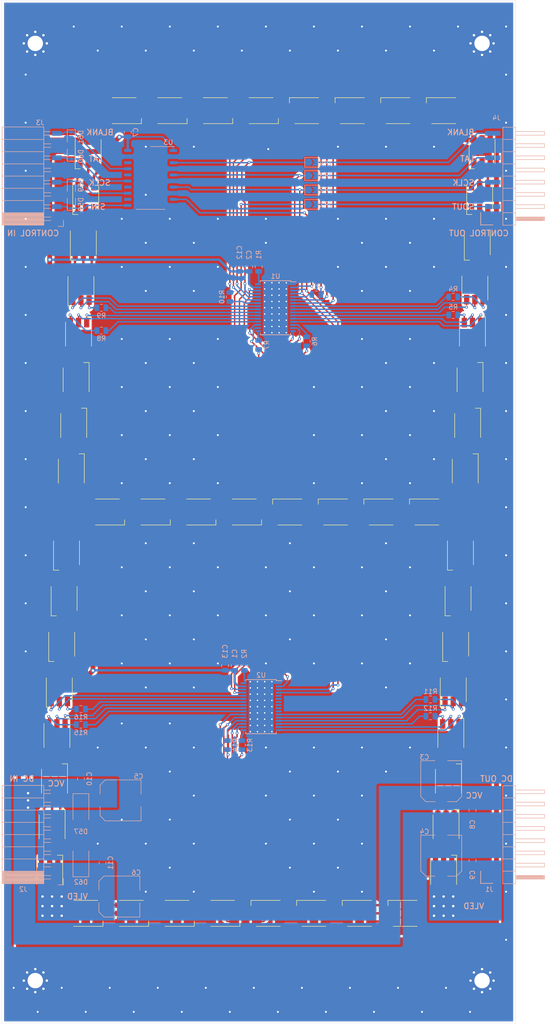
<source format=kicad_pcb>
(kicad_pcb (version 20171130) (host pcbnew "(5.1.4)-1")
  (layers (0 F.Cu signal) (31 B.Cu signal) (34 B.Paste user hide) (35 F.Paste user hide) (36 B.SilkS user) (37 F.SilkS user hide) (38 B.Mask user hide) (39 F.Mask user hide) (44 Edge.Cuts user))
  (net 0 "")
  (net 1 GND)
  (net 2 "Net-(D1-Pad6)")
  (net 3 "Net-(D1-Pad5)")
  (net 4 "Net-(D1-Pad4)")
  (net 5 "Net-(D1-Pad3)")
  (net 6 "Net-(D1-Pad2)")
  (net 7 "Net-(D1-Pad1)")
  (net 8 "Net-(D2-Pad6)")
  (net 9 "Net-(D2-Pad5)")
  (net 10 "Net-(D2-Pad4)")
  (net 11 "Net-(D10-Pad1)")
  (net 12 "Net-(D10-Pad2)")
  (net 13 "Net-(D10-Pad3)")
  (net 14 "Net-(D5-Pad3)")
  (net 15 "Net-(D5-Pad2)")
  (net 16 "Net-(D5-Pad1)")
  (net 17 "Net-(D13-Pad1)")
  (net 18 "Net-(D13-Pad2)")
  (net 19 "Net-(D13-Pad3)")
  (net 20 "Net-(D10-Pad6)")
  (net 21 "Net-(D10-Pad5)")
  (net 22 "Net-(D10-Pad4)")
  (net 23 "Net-(D11-Pad6)")
  (net 24 "Net-(D11-Pad5)")
  (net 25 "Net-(D11-Pad4)")
  (net 26 "Net-(D13-Pad6)")
  (net 27 "Net-(D13-Pad5)")
  (net 28 "Net-(D13-Pad4)")
  (net 29 "Net-(D14-Pad6)")
  (net 30 "Net-(D14-Pad5)")
  (net 31 "Net-(D14-Pad4)")
  (net 32 "Net-(D15-Pad6)")
  (net 33 "Net-(D15-Pad5)")
  (net 34 "Net-(D15-Pad4)")
  (net 35 "Net-(D17-Pad6)")
  (net 36 "Net-(D17-Pad5)")
  (net 37 "Net-(D17-Pad4)")
  (net 38 "Net-(D18-Pad6)")
  (net 39 "Net-(D18-Pad5)")
  (net 40 "Net-(D18-Pad4)")
  (net 41 "Net-(D19-Pad6)")
  (net 42 "Net-(D19-Pad5)")
  (net 43 "Net-(D19-Pad4)")
  (net 44 "Net-(D21-Pad6)")
  (net 45 "Net-(D21-Pad5)")
  (net 46 "Net-(D21-Pad4)")
  (net 47 "Net-(D29-Pad6)")
  (net 48 "Net-(D29-Pad5)")
  (net 49 "Net-(D29-Pad4)")
  (net 50 "Net-(D29-Pad3)")
  (net 51 "Net-(D29-Pad2)")
  (net 52 "Net-(D29-Pad1)")
  (net 53 "Net-(D30-Pad6)")
  (net 54 "Net-(D30-Pad5)")
  (net 55 "Net-(D30-Pad4)")
  (net 56 "Net-(D31-Pad6)")
  (net 57 "Net-(D31-Pad5)")
  (net 58 "Net-(D31-Pad4)")
  (net 59 "Net-(D33-Pad6)")
  (net 60 "Net-(D33-Pad5)")
  (net 61 "Net-(D33-Pad4)")
  (net 62 "Net-(D33-Pad3)")
  (net 63 "Net-(D33-Pad2)")
  (net 64 "Net-(D33-Pad1)")
  (net 65 "Net-(D34-Pad6)")
  (net 66 "Net-(D34-Pad5)")
  (net 67 "Net-(D34-Pad4)")
  (net 68 "Net-(D35-Pad6)")
  (net 69 "Net-(D35-Pad5)")
  (net 70 "Net-(D35-Pad4)")
  (net 71 "Net-(D37-Pad6)")
  (net 72 "Net-(D37-Pad5)")
  (net 73 "Net-(D37-Pad4)")
  (net 74 "Net-(D38-Pad6)")
  (net 75 "Net-(D38-Pad5)")
  (net 76 "Net-(D38-Pad4)")
  (net 77 "Net-(D39-Pad6)")
  (net 78 "Net-(D39-Pad5)")
  (net 79 "Net-(D39-Pad4)")
  (net 80 "Net-(D41-Pad6)")
  (net 81 "Net-(D41-Pad5)")
  (net 82 "Net-(D41-Pad4)")
  (net 83 "Net-(D42-Pad6)")
  (net 84 "Net-(D42-Pad5)")
  (net 85 "Net-(D42-Pad4)")
  (net 86 "Net-(D43-Pad6)")
  (net 87 "Net-(D43-Pad5)")
  (net 88 "Net-(D43-Pad4)")
  (net 89 "Net-(D45-Pad6)")
  (net 90 "Net-(D45-Pad5)")
  (net 91 "Net-(D45-Pad4)")
  (net 92 "Net-(D46-Pad6)")
  (net 93 "Net-(D46-Pad5)")
  (net 94 "Net-(D46-Pad4)")
  (net 95 "Net-(D47-Pad6)")
  (net 96 "Net-(D47-Pad5)")
  (net 97 "Net-(D47-Pad4)")
  (net 98 "Net-(D49-Pad6)")
  (net 99 "Net-(D49-Pad5)")
  (net 100 "Net-(D49-Pad4)")
  (net 101 "Net-(R1-Pad1)")
  (net 102 "Net-(R2-Pad1)")
  (net 103 "Net-(D3-Pad6)")
  (net 104 "Net-(D3-Pad5)")
  (net 105 "Net-(D3-Pad4)")
  (net 106 "Net-(D5-Pad6)")
  (net 107 "Net-(D5-Pad5)")
  (net 108 "Net-(D5-Pad4)")
  (net 109 "Net-(D6-Pad6)")
  (net 110 "Net-(D6-Pad5)")
  (net 111 "Net-(D6-Pad4)")
  (net 112 "Net-(D7-Pad6)")
  (net 113 "Net-(D7-Pad5)")
  (net 114 "Net-(D7-Pad4)")
  (net 115 "Net-(D9-Pad3)")
  (net 116 "Net-(D9-Pad2)")
  (net 117 "Net-(D9-Pad1)")
  (net 118 "Net-(D17-Pad3)")
  (net 119 "Net-(D17-Pad2)")
  (net 120 "Net-(D17-Pad1)")
  (net 121 "Net-(D21-Pad3)")
  (net 122 "Net-(D21-Pad2)")
  (net 123 "Net-(D21-Pad1)")
  (net 124 "Net-(D22-Pad6)")
  (net 125 "Net-(D22-Pad5)")
  (net 126 "Net-(D22-Pad4)")
  (net 127 "Net-(D23-Pad6)")
  (net 128 "Net-(D23-Pad5)")
  (net 129 "Net-(D23-Pad4)")
  (net 130 "Net-(D25-Pad6)")
  (net 131 "Net-(D25-Pad5)")
  (net 132 "Net-(D25-Pad4)")
  (net 133 "Net-(D25-Pad3)")
  (net 134 "Net-(D25-Pad2)")
  (net 135 "Net-(D25-Pad1)")
  (net 136 "Net-(D26-Pad6)")
  (net 137 "Net-(D26-Pad5)")
  (net 138 "Net-(D26-Pad4)")
  (net 139 "Net-(D27-Pad6)")
  (net 140 "Net-(D27-Pad5)")
  (net 141 "Net-(D27-Pad4)")
  (net 142 "Net-(D37-Pad3)")
  (net 143 "Net-(D37-Pad2)")
  (net 144 "Net-(D37-Pad1)")
  (net 145 "Net-(D41-Pad3)")
  (net 146 "Net-(D41-Pad2)")
  (net 147 "Net-(D41-Pad1)")
  (net 148 "Net-(D45-Pad3)")
  (net 149 "Net-(D45-Pad2)")
  (net 150 "Net-(D45-Pad1)")
  (net 151 "Net-(D49-Pad3)")
  (net 152 "Net-(D49-Pad2)")
  (net 153 "Net-(D49-Pad1)")
  (net 154 "Net-(D50-Pad6)")
  (net 155 "Net-(D50-Pad5)")
  (net 156 "Net-(D50-Pad4)")
  (net 157 "Net-(D51-Pad6)")
  (net 158 "Net-(D51-Pad5)")
  (net 159 "Net-(D51-Pad4)")
  (net 160 "Net-(D53-Pad6)")
  (net 161 "Net-(D53-Pad5)")
  (net 162 "Net-(D53-Pad4)")
  (net 163 "Net-(D53-Pad3)")
  (net 164 "Net-(D53-Pad2)")
  (net 165 "Net-(D53-Pad1)")
  (net 166 "Net-(D54-Pad6)")
  (net 167 "Net-(D54-Pad5)")
  (net 168 "Net-(D54-Pad4)")
  (net 169 "Net-(D55-Pad6)")
  (net 170 "Net-(D55-Pad5)")
  (net 171 "Net-(D55-Pad4)")
  (net 172 "Net-(R3-Pad2)")
  (net 173 "Net-(R4-Pad2)")
  (net 174 "Net-(R5-Pad2)")
  (net 175 "Net-(R6-Pad2)")
  (net 176 "Net-(R7-Pad2)")
  (net 177 "Net-(R8-Pad2)")
  (net 178 "Net-(R9-Pad2)")
  (net 179 "Net-(R10-Pad2)")
  (net 180 "Net-(R11-Pad2)")
  (net 181 "Net-(R12-Pad2)")
  (net 182 "Net-(R13-Pad2)")
  (net 183 "Net-(R14-Pad2)")
  (net 184 "Net-(R15-Pad2)")
  (net 185 "Net-(R16-Pad2)")
  (net 186 /BLANK)
  (net 187 /LAT)
  (net 188 /SCLK)
  (net 189 /SIN)
  (net 190 /SOUT)
  (net 191 /SOUT_TO_SIN)
  (net 192 "Net-(D58-Pad1)")
  (net 193 "Net-(D59-Pad1)")
  (net 194 "Net-(D60-Pad1)")
  (net 195 "Net-(D61-Pad1)")
  (net 196 "Net-(J4-Pad8)")
  (net 197 "Net-(J4-Pad6)")
  (net 198 "Net-(J4-Pad4)")
  (net 199 "Net-(J4-Pad2)")
  (net 200 +5VD)
  (net 201 +15V)
  (module Resistor_SMD:R_0805_2012Metric (layer B.Cu) (at 79 172)
    (fp_text reference R16 (at 0 1.65) (layer B.SilkS) (effects (justify mirror)))
    (fp_text value R_Small)
    (pad 2 smd roundrect (at 0.9375 0) (size 0.975 1.4) (layers B.Cu B.Paste B.Mask) (net 185 "Net-(R16-Pad2)"))
    (pad 1 smd roundrect (at -0.9375 0) (size 0.975 1.4) (layers B.Cu B.Paste B.Mask) (net 148 "Net-(D45-Pad3)"))
  )
  (module Resistor_SMD:R_0805_2012Metric (layer B.Cu) (at 79 175.25)
    (fp_text reference R15 (at 0 1.65) (layer B.SilkS) (effects (justify mirror)))
    (fp_text value R_Small)
    (pad 2 smd roundrect (at 0.9375 0) (size 0.975 1.4) (layers B.Cu B.Paste B.Mask) (net 184 "Net-(R15-Pad2)"))
    (pad 1 smd roundrect (at -0.9375 0) (size 0.975 1.4) (layers B.Cu B.Paste B.Mask) (net 142 "Net-(D37-Pad3)"))
  )
  (module Resistor_SMD:R_0805_2012Metric (layer B.Cu) (at 109.5 179.5 90)
    (fp_text reference R14 (at 0 1.65 90) (layer B.SilkS) (effects (justify mirror)))
    (fp_text value R_Small)
    (pad 2 smd roundrect (at 0.9375 0 90) (size 0.975 1.4) (layers B.Cu B.Paste B.Mask) (net 183 "Net-(R14-Pad2)"))
    (pad 1 smd roundrect (at -0.9375 0 90) (size 0.975 1.4) (layers B.Cu B.Paste B.Mask) (net 50 "Net-(D29-Pad3)"))
  )
  (module Resistor_SMD:R_0805_2012Metric (layer B.Cu) (at 112.5 179.5 90)
    (fp_text reference R13 (at 0 1.65 90) (layer B.SilkS) (effects (justify mirror)))
    (fp_text value R_Small)
    (pad 2 smd roundrect (at 0.9375 0 90) (size 0.975 1.4) (layers B.Cu B.Paste B.Mask) (net 182 "Net-(R13-Pad2)"))
    (pad 1 smd roundrect (at -0.9375 0 90) (size 0.975 1.4) (layers B.Cu B.Paste B.Mask) (net 121 "Net-(D21-Pad3)"))
  )
  (module Resistor_SMD:R_0805_2012Metric (layer B.Cu) (at 151.75 173.5 180)
    (fp_text reference R12 (at 0 1.65) (layer B.SilkS) (effects (justify mirror)))
    (fp_text value R_Small)
    (pad 2 smd roundrect (at 0.9375 0 180) (size 0.975 1.4) (layers B.Cu B.Paste B.Mask) (net 181 "Net-(R12-Pad2)"))
    (pad 1 smd roundrect (at -0.9375 0 180) (size 0.975 1.4) (layers B.Cu B.Paste B.Mask) (net 19 "Net-(D13-Pad3)"))
  )
  (module Resistor_SMD:R_0805_2012Metric (layer B.Cu) (at 151.75 170 180)
    (fp_text reference R11 (at 0 1.65) (layer B.SilkS) (effects (justify mirror)))
    (fp_text value R_Small)
    (pad 2 smd roundrect (at 0.9375 0 180) (size 0.975 1.4) (layers B.Cu B.Paste B.Mask) (net 180 "Net-(R11-Pad2)"))
    (pad 1 smd roundrect (at -0.9375 0 180) (size 0.975 1.4) (layers B.Cu B.Paste B.Mask) (net 14 "Net-(D5-Pad3)"))
  )
  (module Resistor_SMD:R_0805_2012Metric (layer B.Cu) (at 110 86.25 270)
    (fp_text reference R10 (at 0 1.65 90) (layer B.SilkS) (effects (justify mirror)))
    (fp_text value R_Small)
    (pad 2 smd roundrect (at 0.9375 0 270) (size 0.975 1.4) (layers B.Cu B.Paste B.Mask) (net 179 "Net-(R10-Pad2)"))
    (pad 1 smd roundrect (at -0.9375 0 270) (size 0.975 1.4) (layers B.Cu B.Paste B.Mask) (net 163 "Net-(D53-Pad3)"))
  )
  (module Resistor_SMD:R_0805_2012Metric (layer B.Cu) (at 83.25 88.5)
    (fp_text reference R9 (at 0 1.65) (layer B.SilkS) (effects (justify mirror)))
    (fp_text value R_Small)
    (pad 2 smd roundrect (at 0.9375 0) (size 0.975 1.4) (layers B.Cu B.Paste B.Mask) (net 178 "Net-(R9-Pad2)"))
    (pad 1 smd roundrect (at -0.9375 0) (size 0.975 1.4) (layers B.Cu B.Paste B.Mask) (net 151 "Net-(D49-Pad3)"))
  )
  (module Resistor_SMD:R_0805_2012Metric (layer B.Cu) (at 83.25 93.25)
    (fp_text reference R8 (at 0 1.65) (layer B.SilkS) (effects (justify mirror)))
    (fp_text value R_Small)
    (pad 2 smd roundrect (at 0.9375 0) (size 0.975 1.4) (layers B.Cu B.Paste B.Mask) (net 177 "Net-(R8-Pad2)"))
    (pad 1 smd roundrect (at -0.9375 0) (size 0.975 1.4) (layers B.Cu B.Paste B.Mask) (net 145 "Net-(D41-Pad3)"))
  )
  (module Resistor_SMD:R_0805_2012Metric (layer B.Cu) (at 116 96.25 90)
    (fp_text reference R7 (at 0 1.65 90) (layer B.SilkS) (effects (justify mirror)))
    (fp_text value R_Small)
    (pad 2 smd roundrect (at 0.9375 0 90) (size 0.975 1.4) (layers B.Cu B.Paste B.Mask) (net 176 "Net-(R7-Pad2)"))
    (pad 1 smd roundrect (at -0.9375 0 90) (size 0.975 1.4) (layers B.Cu B.Paste B.Mask) (net 62 "Net-(D33-Pad3)"))
  )
  (module Resistor_SMD:R_0805_2012Metric (layer B.Cu) (at 126 95.5 90)
    (fp_text reference R6 (at 0 1.65 90) (layer B.SilkS) (effects (justify mirror)))
    (fp_text value R_Small)
    (pad 2 smd roundrect (at 0.9375 0 90) (size 0.975 1.4) (layers B.Cu B.Paste B.Mask) (net 175 "Net-(R6-Pad2)"))
    (pad 1 smd roundrect (at -0.9375 0 90) (size 0.975 1.4) (layers B.Cu B.Paste B.Mask) (net 133 "Net-(D25-Pad3)"))
  )
  (module Resistor_SMD:R_0805_2012Metric (layer B.Cu) (at 156.5 90 180)
    (fp_text reference R5 (at 0 1.65) (layer B.SilkS) (effects (justify mirror)))
    (fp_text value R_Small)
    (pad 2 smd roundrect (at 0.9375 0 180) (size 0.975 1.4) (layers B.Cu B.Paste B.Mask) (net 174 "Net-(R5-Pad2)"))
    (pad 1 smd roundrect (at -0.9375 0 180) (size 0.975 1.4) (layers B.Cu B.Paste B.Mask) (net 118 "Net-(D17-Pad3)"))
  )
  (module Resistor_SMD:R_0805_2012Metric (layer B.Cu) (at 156.5 86.25 180)
    (fp_text reference R4 (at 0 1.65) (layer B.SilkS) (effects (justify mirror)))
    (fp_text value R_Small)
    (pad 2 smd roundrect (at 0.9375 0 180) (size 0.975 1.4) (layers B.Cu B.Paste B.Mask) (net 173 "Net-(R4-Pad2)"))
    (pad 1 smd roundrect (at -0.9375 0 180) (size 0.975 1.4) (layers B.Cu B.Paste B.Mask) (net 115 "Net-(D9-Pad3)"))
  )
  (module Resistor_SMD:R_0805_2012Metric (layer B.Cu) (at 128 85.75 180)
    (fp_text reference R3 (at 0 1.65) (layer B.SilkS) (effects (justify mirror)))
    (fp_text value R_Small)
    (pad 2 smd roundrect (at 0.9375 0 180) (size 0.975 1.4) (layers B.Cu B.Paste B.Mask) (net 172 "Net-(R3-Pad2)"))
    (pad 1 smd roundrect (at -0.9375 0 180) (size 0.975 1.4) (layers B.Cu B.Paste B.Mask) (net 5 "Net-(D1-Pad3)"))
  )
  (module MountingHole:MountingHole_3.2mm_M3_Pad_Via (layer F.Cu) (at 162.5 33.5)
    (fp_text reference H4 hide)
    (fp_text value MountingHole_Pad)
    (pad 1 thru_hole circle (at 1.697056 -1.697056) (size 0.8 0.8) (drill 0.5) (layers *.Cu *.Mask) (net 1 GND))
    (pad 1 thru_hole circle (at 0 -2.4) (size 0.8 0.8) (drill 0.5) (layers *.Cu *.Mask) (net 1 GND))
    (pad 1 thru_hole circle (at -1.697056 -1.697056) (size 0.8 0.8) (drill 0.5) (layers *.Cu *.Mask) (net 1 GND))
    (pad 1 thru_hole circle (at -2.4 0) (size 0.8 0.8) (drill 0.5) (layers *.Cu *.Mask) (net 1 GND))
    (pad 1 thru_hole circle (at -1.697056 1.697056) (size 0.8 0.8) (drill 0.5) (layers *.Cu *.Mask) (net 1 GND))
    (pad 1 thru_hole circle (at 0 2.4) (size 0.8 0.8) (drill 0.5) (layers *.Cu *.Mask) (net 1 GND))
    (pad 1 thru_hole circle (at 1.697056 1.697056) (size 0.8 0.8) (drill 0.5) (layers *.Cu *.Mask) (net 1 GND))
    (pad 1 thru_hole circle (at 2.4 0) (size 0.8 0.8) (drill 0.5) (layers *.Cu *.Mask) (net 1 GND))
    (pad 1 thru_hole circle (at 0 0) (size 6.4 6.4) (drill 3.2) (layers *.Cu *.Mask) (net 1 GND))
  )
  (module MountingHole:MountingHole_3.2mm_M3_Pad_Via (layer F.Cu) (at 162.5 228.5)
    (fp_text reference H3 hide)
    (fp_text value MountingHole_Pad)
    (pad 1 thru_hole circle (at 1.697056 -1.697056) (size 0.8 0.8) (drill 0.5) (layers *.Cu *.Mask) (net 1 GND))
    (pad 1 thru_hole circle (at 0 -2.4) (size 0.8 0.8) (drill 0.5) (layers *.Cu *.Mask) (net 1 GND))
    (pad 1 thru_hole circle (at -1.697056 -1.697056) (size 0.8 0.8) (drill 0.5) (layers *.Cu *.Mask) (net 1 GND))
    (pad 1 thru_hole circle (at -2.4 0) (size 0.8 0.8) (drill 0.5) (layers *.Cu *.Mask) (net 1 GND))
    (pad 1 thru_hole circle (at -1.697056 1.697056) (size 0.8 0.8) (drill 0.5) (layers *.Cu *.Mask) (net 1 GND))
    (pad 1 thru_hole circle (at 0 2.4) (size 0.8 0.8) (drill 0.5) (layers *.Cu *.Mask) (net 1 GND))
    (pad 1 thru_hole circle (at 1.697056 1.697056) (size 0.8 0.8) (drill 0.5) (layers *.Cu *.Mask) (net 1 GND))
    (pad 1 thru_hole circle (at 2.4 0) (size 0.8 0.8) (drill 0.5) (layers *.Cu *.Mask) (net 1 GND))
    (pad 1 thru_hole circle (at 0 0) (size 6.4 6.4) (drill 3.2) (layers *.Cu *.Mask) (net 1 GND))
  )
  (module MountingHole:MountingHole_3.2mm_M3_Pad_Via (layer F.Cu) (at 69.5 228.5)
    (fp_text reference H2 hide)
    (fp_text value MountingHole_Pad)
    (pad 1 thru_hole circle (at 1.697056 -1.697056) (size 0.8 0.8) (drill 0.5) (layers *.Cu *.Mask) (net 1 GND))
    (pad 1 thru_hole circle (at 0 -2.4) (size 0.8 0.8) (drill 0.5) (layers *.Cu *.Mask) (net 1 GND))
    (pad 1 thru_hole circle (at -1.697056 -1.697056) (size 0.8 0.8) (drill 0.5) (layers *.Cu *.Mask) (net 1 GND))
    (pad 1 thru_hole circle (at -2.4 0) (size 0.8 0.8) (drill 0.5) (layers *.Cu *.Mask) (net 1 GND))
    (pad 1 thru_hole circle (at -1.697056 1.697056) (size 0.8 0.8) (drill 0.5) (layers *.Cu *.Mask) (net 1 GND))
    (pad 1 thru_hole circle (at 0 2.4) (size 0.8 0.8) (drill 0.5) (layers *.Cu *.Mask) (net 1 GND))
    (pad 1 thru_hole circle (at 1.697056 1.697056) (size 0.8 0.8) (drill 0.5) (layers *.Cu *.Mask) (net 1 GND))
    (pad 1 thru_hole circle (at 2.4 0) (size 0.8 0.8) (drill 0.5) (layers *.Cu *.Mask) (net 1 GND))
    (pad 1 thru_hole circle (at 0 0) (size 6.4 6.4) (drill 3.2) (layers *.Cu *.Mask) (net 1 GND))
  )
  (module MountingHole:MountingHole_3.2mm_M3_Pad_Via (layer F.Cu) (at 69.5 33.5)
    (fp_text reference H1 hide)
    (fp_text value MountingHole_Pad)
    (pad 1 thru_hole circle (at 1.697056 -1.697056) (size 0.8 0.8) (drill 0.5) (layers *.Cu *.Mask) (net 1 GND))
    (pad 1 thru_hole circle (at 0 -2.4) (size 0.8 0.8) (drill 0.5) (layers *.Cu *.Mask) (net 1 GND))
    (pad 1 thru_hole circle (at -1.697056 -1.697056) (size 0.8 0.8) (drill 0.5) (layers *.Cu *.Mask) (net 1 GND))
    (pad 1 thru_hole circle (at -2.4 0) (size 0.8 0.8) (drill 0.5) (layers *.Cu *.Mask) (net 1 GND))
    (pad 1 thru_hole circle (at -1.697056 1.697056) (size 0.8 0.8) (drill 0.5) (layers *.Cu *.Mask) (net 1 GND))
    (pad 1 thru_hole circle (at 0 2.4) (size 0.8 0.8) (drill 0.5) (layers *.Cu *.Mask) (net 1 GND))
    (pad 1 thru_hole circle (at 1.697056 1.697056) (size 0.8 0.8) (drill 0.5) (layers *.Cu *.Mask) (net 1 GND))
    (pad 1 thru_hole circle (at 2.4 0) (size 0.8 0.8) (drill 0.5) (layers *.Cu *.Mask) (net 1 GND))
    (pad 1 thru_hole circle (at 0 0) (size 6.4 6.4) (drill 3.2) (layers *.Cu *.Mask) (net 1 GND))
  )
  (module LED_SMD:LED_RGB_5050-6 (layer F.Cu) (at 80.5 56 90)
    (fp_text reference D52 hide)
    (fp_text value LED_RGB)
    (pad 6 smd rect (at 2.4 -1.7 180) (size 1.1 2) (layers F.Cu F.Paste F.Mask) (net 201 +15V))
    (pad 5 smd rect (at 2.4 0 180) (size 1.1 2) (layers F.Cu F.Paste F.Mask) (net 201 +15V))
    (pad 4 smd rect (at 2.4 1.7 180) (size 1.1 2) (layers F.Cu F.Paste F.Mask) (net 201 +15V))
    (pad 3 smd rect (at -2.4 1.7 180) (size 1.1 2) (layers F.Cu F.Paste F.Mask) (net 159 "Net-(D51-Pad4)"))
    (pad 2 smd rect (at -2.4 0 180) (size 1.1 2) (layers F.Cu F.Paste F.Mask) (net 158 "Net-(D51-Pad5)"))
    (pad 1 smd rect (at -2.4 -1.7 180) (size 1.1 2) (layers F.Cu F.Paste F.Mask) (net 157 "Net-(D51-Pad6)"))
  )
  (module Capacitor_SMD:C_Elec_8x10.2 (layer B.Cu) (at 87 211)
    (fp_text reference C6 (at 3.5 -5) (layer B.SilkS) (effects (justify mirror)))
    (fp_text value 330uF)
    (pad 2 smd roundrect (at 3.6 0) (size 4.5 2.1) (layers B.Cu B.Paste B.Mask) (roundrect_rratio 0.119048) (net 1 GND))
    (pad 1 smd roundrect (at -3.6 0) (size 4.5 2.1) (layers B.Cu B.Paste B.Mask) (roundrect_rratio 0.119048) (net 201 +15V))
  )
  (module Capacitor_SMD:C_Elec_8x10.2 (layer B.Cu) (at 87.25 191)
    (fp_text reference C5 (at 3.75 -5) (layer B.SilkS) (effects (justify mirror)))
    (fp_text value 330uF)
    (pad 2 smd roundrect (at 3.6 0) (size 4.5 2.1) (layers B.Cu B.Paste B.Mask) (roundrect_rratio 0.119048) (net 1 GND))
    (pad 1 smd roundrect (at -3.6 0) (size 4.5 2.1) (layers B.Cu B.Paste B.Mask) (roundrect_rratio 0.119048) (net 200 +5VD))
  )
  (module Capacitor_SMD:C_Elec_8x10.2 (layer B.Cu) (at 154 202.5 90)
    (fp_text reference C4 (at 5 -3.5 180) (layer B.SilkS) (effects (justify mirror)))
    (fp_text value 330uF)
    (pad 2 smd roundrect (at 3.6 0 90) (size 4.5 2.1) (layers B.Cu B.Paste B.Mask) (roundrect_rratio 0.119048) (net 1 GND))
    (pad 1 smd roundrect (at -3.6 0 90) (size 4.5 2.1) (layers B.Cu B.Paste B.Mask) (roundrect_rratio 0.119048) (net 201 +15V))
  )
  (module Capacitor_SMD:C_Elec_8x10.2 (layer B.Cu) (at 154 187 90)
    (fp_text reference C3 (at 5 -3.5 180) (layer B.SilkS) (effects (justify mirror)))
    (fp_text value 330uF)
    (pad 2 smd roundrect (at 3.6 0 90) (size 4.5 2.1) (layers B.Cu B.Paste B.Mask) (roundrect_rratio 0.119048) (net 1 GND))
    (pad 1 smd roundrect (at -3.6 0 90) (size 4.5 2.1) (layers B.Cu B.Paste B.Mask) (roundrect_rratio 0.119048) (net 200 +5VD))
  )
  (module Capacitor_SMD:C_0805_2012Metric (layer B.Cu) (at 109 163 90)
    (fp_text reference C13 (at 3 0 90) (layer B.SilkS) (effects (justify mirror)))
    (fp_text value 10uF)
    (pad 2 smd roundrect (at 0.9375 0 90) (size 0.975 1.4) (layers B.Cu B.Paste B.Mask) (net 1 GND))
    (pad 1 smd roundrect (at -0.9375 0 90) (size 0.975 1.4) (layers B.Cu B.Paste B.Mask) (net 200 +5VD))
  )
  (module Capacitor_SMD:C_0805_2012Metric (layer B.Cu) (at 112 80 90)
    (fp_text reference C12 (at 3 0 90) (layer B.SilkS) (effects (justify mirror)))
    (fp_text value 10uF)
    (pad 2 smd roundrect (at 0.9375 0 90) (size 0.975 1.4) (layers B.Cu B.Paste B.Mask) (net 1 GND))
    (pad 1 smd roundrect (at -0.9375 0 90) (size 0.975 1.4) (layers B.Cu B.Paste B.Mask) (net 200 +5VD))
  )
  (module Jumper:SolderJumper-2_P1.3mm_Open_TrianglePad1.0x1.5mm (layer B.Cu) (at 127 58.25)
    (fp_text reference JP4 (at 3 0.25) (layer B.SilkS) (effects (justify mirror)))
    (fp_text value SolderJumper_2_Open)
    (pad 1 smd custom (at -0.725 0) (size 0.3 0.3) (layers B.Cu B.Mask) (net 186 /BLANK) (options (clearance outline) (anchor rect)) (primitives (gr_poly (pts (xy -0.5 0.75) (xy 0.5 0.75) (xy 1 0) (xy 0.5 -0.75) (xy -0.5 -0.75)) (width 0))))
    (pad 2 smd custom (at 0.725 0) (size 0.3 0.3) (layers B.Cu B.Mask) (net 196 "Net-(J4-Pad8)") (options (clearance outline) (anchor rect)) (primitives (gr_poly (pts (xy -0.65 0.75) (xy 0.5 0.75) (xy 0.5 -0.75) (xy -0.65 -0.75) (xy -0.15 0)) (width 0))))
  )
  (module Jumper:SolderJumper-2_P1.3mm_Open_TrianglePad1.0x1.5mm (layer B.Cu) (at 127 61)
    (fp_text reference JP3 (at 3 0) (layer B.SilkS) (effects (justify mirror)))
    (fp_text value SolderJumper_2_Open)
    (pad 1 smd custom (at -0.725 0) (size 0.3 0.3) (layers B.Cu B.Mask) (net 187 /LAT) (options (clearance outline) (anchor rect)) (primitives (gr_poly (pts (xy -0.5 0.75) (xy 0.5 0.75) (xy 1 0) (xy 0.5 -0.75) (xy -0.5 -0.75)) (width 0))))
    (pad 2 smd custom (at 0.725 0) (size 0.3 0.3) (layers B.Cu B.Mask) (net 197 "Net-(J4-Pad6)") (options (clearance outline) (anchor rect)) (primitives (gr_poly (pts (xy -0.65 0.75) (xy 0.5 0.75) (xy 0.5 -0.75) (xy -0.65 -0.75) (xy -0.15 0)) (width 0))))
  )
  (module Jumper:SolderJumper-2_P1.3mm_Open_TrianglePad1.0x1.5mm (layer B.Cu) (at 127 64)
    (fp_text reference JP2 (at 3 0) (layer B.SilkS) (effects (justify mirror)))
    (fp_text value SolderJumper_2_Open)
    (pad 1 smd custom (at -0.725 0) (size 0.3 0.3) (layers B.Cu B.Mask) (net 188 /SCLK) (options (clearance outline) (anchor rect)) (primitives (gr_poly (pts (xy -0.5 0.75) (xy 0.5 0.75) (xy 1 0) (xy 0.5 -0.75) (xy -0.5 -0.75)) (width 0))))
    (pad 2 smd custom (at 0.725 0) (size 0.3 0.3) (layers B.Cu B.Mask) (net 198 "Net-(J4-Pad4)") (options (clearance outline) (anchor rect)) (primitives (gr_poly (pts (xy -0.65 0.75) (xy 0.5 0.75) (xy 0.5 -0.75) (xy -0.65 -0.75) (xy -0.15 0)) (width 0))))
  )
  (module Jumper:SolderJumper-2_P1.3mm_Open_TrianglePad1.0x1.5mm (layer B.Cu) (at 127 67)
    (fp_text reference JP1 (at 3 0) (layer B.SilkS) (effects (justify mirror)))
    (fp_text value SolderJumper_2_Open)
    (pad 1 smd custom (at -0.725 0) (size 0.3 0.3) (layers B.Cu B.Mask) (net 190 /SOUT) (options (clearance outline) (anchor rect)) (primitives (gr_poly (pts (xy -0.5 0.75) (xy 0.5 0.75) (xy 1 0) (xy 0.5 -0.75) (xy -0.5 -0.75)) (width 0))))
    (pad 2 smd custom (at 0.725 0) (size 0.3 0.3) (layers B.Cu B.Mask) (net 199 "Net-(J4-Pad2)") (options (clearance outline) (anchor rect)) (primitives (gr_poly (pts (xy -0.65 0.75) (xy 0.5 0.75) (xy 0.5 -0.75) (xy -0.65 -0.75) (xy -0.15 0)) (width 0))))
  )
  (module Diode_SMD:D_SMA (layer B.Cu) (at 79 203.5 90)
    (fp_text reference D62 (at -4.5 0 180) (layer B.SilkS) (effects (justify mirror)))
    (fp_text value D_TVS)
    (pad 2 smd rect (at 2 0 90) (size 2.5 1.8) (layers B.Cu B.Paste B.Mask) (net 1 GND))
    (pad 1 smd rect (at -2 0 90) (size 2.5 1.8) (layers B.Cu B.Paste B.Mask) (net 201 +15V))
  )
  (module Diode_SMD:D_SOD-323 (layer B.Cu) (at 77 53 270)
    (fp_text reference D61 (at 0 -2 90) (layer B.SilkS) (effects (justify mirror)))
    (fp_text value 5V)
    (pad 2 smd rect (at 1.05 0 270) (size 0.6 0.45) (layers B.Cu B.Paste B.Mask) (net 1 GND))
    (pad 1 smd rect (at -1.05 0 270) (size 0.6 0.45) (layers B.Cu B.Paste B.Mask) (net 195 "Net-(D61-Pad1)"))
  )
  (module Diode_SMD:D_SOD-323 (layer B.Cu) (at 77 56.5 90)
    (fp_text reference D60 (at -0.5 2 90) (layer B.SilkS) (effects (justify mirror)))
    (fp_text value 5V)
    (pad 2 smd rect (at 1.05 0 90) (size 0.6 0.45) (layers B.Cu B.Paste B.Mask) (net 1 GND))
    (pad 1 smd rect (at -1.05 0 90) (size 0.6 0.45) (layers B.Cu B.Paste B.Mask) (net 194 "Net-(D60-Pad1)"))
  )
  (module Diode_SMD:D_SOD-323 (layer B.Cu) (at 77 63.25 270)
    (fp_text reference D59 (at -0.25 -2 90) (layer B.SilkS) (effects (justify mirror)))
    (fp_text value 5V)
    (pad 2 smd rect (at 1.05 0 270) (size 0.6 0.45) (layers B.Cu B.Paste B.Mask) (net 1 GND))
    (pad 1 smd rect (at -1.05 0 270) (size 0.6 0.45) (layers B.Cu B.Paste B.Mask) (net 193 "Net-(D59-Pad1)"))
  )
  (module Diode_SMD:D_SOD-323 (layer B.Cu) (at 77 66.75 90)
    (fp_text reference D58 (at -0.25 2 90) (layer B.SilkS) (effects (justify mirror)))
    (fp_text value 5V)
    (pad 2 smd rect (at 1.05 0 90) (size 0.6 0.45) (layers B.Cu B.Paste B.Mask) (net 1 GND))
    (pad 1 smd rect (at -1.05 0 90) (size 0.6 0.45) (layers B.Cu B.Paste B.Mask) (net 192 "Net-(D58-Pad1)"))
  )
  (module Diode_SMD:D_SMA (layer B.Cu) (at 79 193 270)
    (fp_text reference D57 (at 4.5 0 180) (layer B.SilkS) (effects (justify mirror)))
    (fp_text value D_TVS)
    (pad 2 smd rect (at 2 0 270) (size 2.5 1.8) (layers B.Cu B.Paste B.Mask) (net 1 GND))
    (pad 1 smd rect (at -2 0 270) (size 2.5 1.8) (layers B.Cu B.Paste B.Mask) (net 200 +5VD))
  )
  (module Capacitor_SMD:C_0805_2012Metric (layer B.Cu) (at 83.5 204 90)
    (fp_text reference C11 (at 0 1.65 90) (layer B.SilkS) (effects (justify mirror)))
    (fp_text value 100n)
    (pad 2 smd roundrect (at 0.9375 0 90) (size 0.975 1.4) (layers B.Cu B.Paste B.Mask) (net 1 GND))
    (pad 1 smd roundrect (at -0.9375 0 90) (size 0.975 1.4) (layers B.Cu B.Paste B.Mask) (net 201 +15V))
  )
  (module Capacitor_SMD:C_0805_2012Metric (layer B.Cu) (at 79 186.5 90)
    (fp_text reference C10 (at 0 1.75 90) (layer B.SilkS) (effects (justify mirror)))
    (fp_text value 100n)
    (pad 2 smd roundrect (at 0.9375 0 90) (size 0.975 1.4) (layers B.Cu B.Paste B.Mask) (net 1 GND))
    (pad 1 smd roundrect (at -0.9375 0 90) (size 0.975 1.4) (layers B.Cu B.Paste B.Mask) (net 200 +5VD))
  )
  (module Capacitor_SMD:C_0805_2012Metric (layer B.Cu) (at 160.5 203.5 90)
    (fp_text reference C9 (at -3 0 90) (layer B.SilkS) (effects (justify mirror)))
    (fp_text value 100n)
    (pad 2 smd roundrect (at 0.9375 0 90) (size 0.975 1.4) (layers B.Cu B.Paste B.Mask) (net 1 GND))
    (pad 1 smd roundrect (at -0.9375 0 90) (size 0.975 1.4) (layers B.Cu B.Paste B.Mask) (net 201 +15V))
  )
  (module Capacitor_SMD:C_0805_2012Metric (layer B.Cu) (at 160.5 193.0625 270)
    (fp_text reference C8 (at 2.9375 0 90) (layer B.SilkS) (effects (justify mirror)))
    (fp_text value 100n)
    (pad 2 smd roundrect (at 0.9375 0 270) (size 0.975 1.4) (layers B.Cu B.Paste B.Mask) (net 1 GND))
    (pad 1 smd roundrect (at -0.9375 0 270) (size 0.975 1.4) (layers B.Cu B.Paste B.Mask) (net 200 +5VD))
  )
  (module Capacitor_SMD:C_0805_2012Metric (layer B.Cu) (at 88.75 52 90)
    (fp_text reference C7 (at 0 1.65 90) (layer B.SilkS) (effects (justify mirror)))
    (fp_text value 100n)
    (pad 2 smd roundrect (at 0.9375 0 90) (size 0.975 1.4) (layers B.Cu B.Paste B.Mask) (net 1 GND))
    (pad 1 smd roundrect (at -0.9375 0 90) (size 0.975 1.4) (layers B.Cu B.Paste B.Mask) (net 200 +5VD))
  )
  (module Package_SO:SO-20_12.8x7.5mm_P1.27mm (layer B.Cu) (at 93.5 61.5 180)
    (fp_text reference U3 (at -3.69 7.42) (layer B.SilkS) (effects (justify mirror)))
    (fp_text value 74LS244)
    (pad 20 smd rect (at 4.75 5.715 180) (size 1.5 0.6) (layers B.Cu B.Paste B.Mask) (net 200 +5VD))
    (pad 19 smd rect (at 4.75 4.445 180) (size 1.5 0.6) (layers B.Cu B.Paste B.Mask) (net 1 GND))
    (pad 18 smd rect (at 4.75 3.175 180) (size 1.5 0.6) (layers B.Cu B.Paste B.Mask))
    (pad 17 smd rect (at 4.75 1.905 180) (size 1.5 0.6) (layers B.Cu B.Paste B.Mask) (net 195 "Net-(D61-Pad1)"))
    (pad 16 smd rect (at 4.75 0.635 180) (size 1.5 0.6) (layers B.Cu B.Paste B.Mask))
    (pad 15 smd rect (at 4.75 -0.635 180) (size 1.5 0.6) (layers B.Cu B.Paste B.Mask) (net 194 "Net-(D60-Pad1)"))
    (pad 14 smd rect (at 4.75 -1.905 180) (size 1.5 0.6) (layers B.Cu B.Paste B.Mask))
    (pad 13 smd rect (at 4.75 -3.175 180) (size 1.5 0.6) (layers B.Cu B.Paste B.Mask) (net 193 "Net-(D59-Pad1)"))
    (pad 12 smd rect (at 4.75 -4.445 180) (size 1.5 0.6) (layers B.Cu B.Paste B.Mask))
    (pad 11 smd rect (at 4.75 -5.715 180) (size 1.5 0.6) (layers B.Cu B.Paste B.Mask) (net 192 "Net-(D58-Pad1)"))
    (pad 10 smd rect (at -4.75 -5.715 180) (size 1.5 0.6) (layers B.Cu B.Paste B.Mask) (net 1 GND))
    (pad 9 smd rect (at -4.75 -4.445 180) (size 1.5 0.6) (layers B.Cu B.Paste B.Mask) (net 189 /SIN))
    (pad 8 smd rect (at -4.75 -3.175 180) (size 1.5 0.6) (layers B.Cu B.Paste B.Mask) (net 1 GND))
    (pad 7 smd rect (at -4.75 -1.905 180) (size 1.5 0.6) (layers B.Cu B.Paste B.Mask) (net 188 /SCLK))
    (pad 1 smd rect (at -4.75 5.715 180) (size 1.5 0.6) (layers B.Cu B.Paste B.Mask) (net 200 +5VD))
    (pad 2 smd rect (at -4.75 4.445 180) (size 1.5 0.6) (layers B.Cu B.Paste B.Mask) (net 1 GND))
    (pad 3 smd rect (at -4.75 3.175 180) (size 1.5 0.6) (layers B.Cu B.Paste B.Mask) (net 186 /BLANK))
    (pad 4 smd rect (at -4.75 1.905 180) (size 1.5 0.6) (layers B.Cu B.Paste B.Mask) (net 1 GND))
    (pad 5 smd rect (at -4.75 0.635 180) (size 1.5 0.6) (layers B.Cu B.Paste B.Mask) (net 187 /LAT))
    (pad 6 smd rect (at -4.75 -0.635 180) (size 1.5 0.6) (layers B.Cu B.Paste B.Mask) (net 1 GND))
  )
  (module Package_SO:HTSSOP-32-1EP_6.1x11mm_P0.65mm_EP5.2x11mm_Mask4.11x4.36mm_ThermalVias (layer B.Cu) (at 116.5 171.5 180)
    (fp_text reference U2 (at 0 6.55) (layer B.SilkS) (effects (justify mirror)))
    (fp_text value TLC5952 hide)
    (pad 1 smd rect (at -3.65 4.875 180) (size 1.2 0.4) (layers B.Cu B.Paste B.Mask) (net 1 GND))
    (pad 2 smd rect (at -3.65 4.225 180) (size 1.2 0.4) (layers B.Cu B.Paste B.Mask) (net 191 /SOUT_TO_SIN))
    (pad 3 smd rect (at -3.65 3.575 180) (size 1.2 0.4) (layers B.Cu B.Paste B.Mask) (net 188 /SCLK))
    (pad 4 smd rect (at -3.65 2.925 180) (size 1.2 0.4) (layers B.Cu B.Paste B.Mask) (net 187 /LAT))
    (pad 5 smd rect (at -3.65 2.275 180) (size 1.2 0.4) (layers B.Cu B.Paste B.Mask))
    (pad 6 smd rect (at -3.65 1.625 180) (size 1.2 0.4) (layers B.Cu B.Paste B.Mask))
    (pad 7 smd rect (at -3.65 0.975 180) (size 1.2 0.4) (layers B.Cu B.Paste B.Mask))
    (pad 8 smd rect (at -3.65 0.325 180) (size 1.2 0.4) (layers B.Cu B.Paste B.Mask))
    (pad 9 smd rect (at -3.65 -0.325 180) (size 1.2 0.4) (layers B.Cu B.Paste B.Mask))
    (pad 10 smd rect (at -3.65 -0.975 180) (size 1.2 0.4) (layers B.Cu B.Paste B.Mask))
    (pad 11 smd rect (at -3.65 -1.625 180) (size 1.2 0.4) (layers B.Cu B.Paste B.Mask) (net 180 "Net-(R11-Pad2)"))
    (pad 12 smd rect (at -3.65 -2.275 180) (size 1.2 0.4) (layers B.Cu B.Paste B.Mask) (net 15 "Net-(D5-Pad2)"))
    (pad 13 smd rect (at -3.65 -2.925 180) (size 1.2 0.4) (layers B.Cu B.Paste B.Mask) (net 16 "Net-(D5-Pad1)"))
    (pad 14 smd rect (at -3.65 -3.575 180) (size 1.2 0.4) (layers B.Cu B.Paste B.Mask) (net 181 "Net-(R12-Pad2)"))
    (pad 15 smd rect (at -3.65 -4.225 180) (size 1.2 0.4) (layers B.Cu B.Paste B.Mask) (net 18 "Net-(D13-Pad2)"))
    (pad 16 smd rect (at -3.65 -4.875 180) (size 1.2 0.4) (layers B.Cu B.Paste B.Mask) (net 17 "Net-(D13-Pad1)"))
    (pad 17 smd rect (at 3.65 -4.875 180) (size 1.2 0.4) (layers B.Cu B.Paste B.Mask) (net 182 "Net-(R13-Pad2)"))
    (pad 18 smd rect (at 3.65 -4.225 180) (size 1.2 0.4) (layers B.Cu B.Paste B.Mask) (net 122 "Net-(D21-Pad2)"))
    (pad 19 smd rect (at 3.65 -3.575 180) (size 1.2 0.4) (layers B.Cu B.Paste B.Mask) (net 123 "Net-(D21-Pad1)"))
    (pad 20 smd rect (at 3.65 -2.925 180) (size 1.2 0.4) (layers B.Cu B.Paste B.Mask) (net 183 "Net-(R14-Pad2)"))
    (pad 21 smd rect (at 3.65 -2.275 180) (size 1.2 0.4) (layers B.Cu B.Paste B.Mask) (net 51 "Net-(D29-Pad2)"))
    (pad 22 smd rect (at 3.65 -1.625 180) (size 1.2 0.4) (layers B.Cu B.Paste B.Mask) (net 52 "Net-(D29-Pad1)"))
    (pad 23 smd rect (at 3.65 -0.975 180) (size 1.2 0.4) (layers B.Cu B.Paste B.Mask) (net 184 "Net-(R15-Pad2)"))
    (pad 24 smd rect (at 3.65 -0.325 180) (size 1.2 0.4) (layers B.Cu B.Paste B.Mask) (net 143 "Net-(D37-Pad2)"))
    (pad 25 smd rect (at 3.65 0.325 180) (size 1.2 0.4) (layers B.Cu B.Paste B.Mask) (net 144 "Net-(D37-Pad1)"))
    (pad 26 smd rect (at 3.65 0.975 180) (size 1.2 0.4) (layers B.Cu B.Paste B.Mask) (net 185 "Net-(R16-Pad2)"))
    (pad 27 smd rect (at 3.65 1.625 180) (size 1.2 0.4) (layers B.Cu B.Paste B.Mask) (net 149 "Net-(D45-Pad2)"))
    (pad 28 smd rect (at 3.65 2.275 180) (size 1.2 0.4) (layers B.Cu B.Paste B.Mask) (net 150 "Net-(D45-Pad1)"))
    (pad 29 smd rect (at 3.65 2.925 180) (size 1.2 0.4) (layers B.Cu B.Paste B.Mask) (net 186 /BLANK))
    (pad 30 smd rect (at 3.65 3.575 180) (size 1.2 0.4) (layers B.Cu B.Paste B.Mask) (net 190 /SOUT))
    (pad 31 smd rect (at 3.65 4.225 180) (size 1.2 0.4) (layers B.Cu B.Paste B.Mask) (net 200 +5VD))
    (pad 32 smd rect (at 3.65 4.875 180) (size 1.2 0.4) (layers B.Cu B.Paste B.Mask) (net 102 "Net-(R2-Pad1)"))
    (pad 33 smd rect (at 0 0 180) (size 5.2 11) (layers B.Cu) (net 1 GND))
    (pad 33 thru_hole circle (at -2.25 5.2 180) (size 0.6 0.6) (drill 0.3) (layers *.Cu) (net 1 GND))
    (pad 33 thru_hole circle (at -0.75 5.2 180) (size 0.6 0.6) (drill 0.3) (layers *.Cu) (net 1 GND))
    (pad 33 thru_hole circle (at 0.75 5.2 180) (size 0.6 0.6) (drill 0.3) (layers *.Cu) (net 1 GND))
    (pad 33 thru_hole circle (at 2.25 5.2 180) (size 0.6 0.6) (drill 0.3) (layers *.Cu) (net 1 GND))
    (pad 33 thru_hole circle (at -2.25 3.9 180) (size 0.6 0.6) (drill 0.3) (layers *.Cu) (net 1 GND))
    (pad 33 thru_hole circle (at -0.75 3.9 180) (size 0.6 0.6) (drill 0.3) (layers *.Cu) (net 1 GND))
    (pad 33 thru_hole circle (at 0.75 3.9 180) (size 0.6 0.6) (drill 0.3) (layers *.Cu) (net 1 GND))
    (pad 33 thru_hole circle (at 2.25 3.9 180) (size 0.6 0.6) (drill 0.3) (layers *.Cu) (net 1 GND))
    (pad 33 thru_hole circle (at 2.25 2.6 180) (size 0.6 0.6) (drill 0.3) (layers *.Cu) (net 1 GND))
    (pad 33 thru_hole circle (at -2.25 1.3 180) (size 0.6 0.6) (drill 0.3) (layers *.Cu) (net 1 GND))
    (pad 33 thru_hole circle (at 2.25 1.3 180) (size 0.6 0.6) (drill 0.3) (layers *.Cu) (net 1 GND))
    (pad 33 thru_hole circle (at -0.75 1.3 180) (size 0.6 0.6) (drill 0.3) (layers *.Cu) (net 1 GND))
    (pad 33 thru_hole circle (at -2.25 2.6 180) (size 0.6 0.6) (drill 0.3) (layers *.Cu) (net 1 GND))
    (pad 33 thru_hole circle (at -0.75 2.6 180) (size 0.6 0.6) (drill 0.3) (layers *.Cu) (net 1 GND))
    (pad 33 thru_hole circle (at 0.75 2.6 180) (size 0.6 0.6) (drill 0.3) (layers *.Cu) (net 1 GND))
    (pad 33 thru_hole circle (at 0.75 1.3 180) (size 0.6 0.6) (drill 0.3) (layers *.Cu) (net 1 GND))
    (pad 33 thru_hole circle (at 2.25 0 180) (size 0.6 0.6) (drill 0.3) (layers *.Cu) (net 1 GND))
    (pad 33 thru_hole circle (at -2.25 -1.3 180) (size 0.6 0.6) (drill 0.3) (layers *.Cu) (net 1 GND))
    (pad 33 thru_hole circle (at 2.25 -1.3 180) (size 0.6 0.6) (drill 0.3) (layers *.Cu) (net 1 GND))
    (pad 33 thru_hole circle (at -0.75 -1.3 180) (size 0.6 0.6) (drill 0.3) (layers *.Cu) (net 1 GND))
    (pad 33 thru_hole circle (at -2.25 0 180) (size 0.6 0.6) (drill 0.3) (layers *.Cu) (net 1 GND))
    (pad 33 thru_hole circle (at -0.75 0 180) (size 0.6 0.6) (drill 0.3) (layers *.Cu) (net 1 GND))
    (pad 33 thru_hole circle (at 0.75 0 180) (size 0.6 0.6) (drill 0.3) (layers *.Cu) (net 1 GND))
    (pad 33 thru_hole circle (at 0.75 -1.3 180) (size 0.6 0.6) (drill 0.3) (layers *.Cu) (net 1 GND))
    (pad 33 thru_hole circle (at 2.25 -2.6 180) (size 0.6 0.6) (drill 0.3) (layers *.Cu) (net 1 GND))
    (pad 33 thru_hole circle (at -2.25 -3.9 180) (size 0.6 0.6) (drill 0.3) (layers *.Cu) (net 1 GND))
    (pad 33 thru_hole circle (at 2.25 -3.9 180) (size 0.6 0.6) (drill 0.3) (layers *.Cu) (net 1 GND))
    (pad 33 thru_hole circle (at -0.75 -3.9 180) (size 0.6 0.6) (drill 0.3) (layers *.Cu) (net 1 GND))
    (pad 33 thru_hole circle (at -2.25 -2.6 180) (size 0.6 0.6) (drill 0.3) (layers *.Cu) (net 1 GND))
    (pad 33 thru_hole circle (at -0.75 -2.6 180) (size 0.6 0.6) (drill 0.3) (layers *.Cu) (net 1 GND))
    (pad 33 thru_hole circle (at 0.75 -2.6 180) (size 0.6 0.6) (drill 0.3) (layers *.Cu) (net 1 GND))
    (pad 33 thru_hole circle (at 0.75 -3.9 180) (size 0.6 0.6) (drill 0.3) (layers *.Cu) (net 1 GND))
    (pad 33 thru_hole circle (at -0.75 -5.2 180) (size 0.6 0.6) (drill 0.3) (layers *.Cu) (net 1 GND))
    (pad 33 thru_hole circle (at -2.25 -5.2 180) (size 0.6 0.6) (drill 0.3) (layers *.Cu) (net 1 GND))
    (pad 33 thru_hole circle (at 2.25 -5.2 180) (size 0.6 0.6) (drill 0.3) (layers *.Cu) (net 1 GND))
    (pad 33 thru_hole circle (at 0.75 -5.2 180) (size 0.6 0.6) (drill 0.3) (layers *.Cu) (net 1 GND))
    (pad 33 smd rect (at 0 0 180) (size 5.2 11) (layers F.Cu) (net 1 GND))
  )
  (module LED_SMD:LED_RGB_5050-6 (layer F.Cu) (at 126 47.5)
    (fp_text reference D1 hide)
    (fp_text value LED_RGB)
    (pad 6 smd rect (at 2.4 -1.7 90) (size 1.1 2) (layers F.Cu F.Paste F.Mask) (net 2 "Net-(D1-Pad6)"))
    (pad 5 smd rect (at 2.4 0 90) (size 1.1 2) (layers F.Cu F.Paste F.Mask) (net 3 "Net-(D1-Pad5)"))
    (pad 4 smd rect (at 2.4 1.7 90) (size 1.1 2) (layers F.Cu F.Paste F.Mask) (net 4 "Net-(D1-Pad4)"))
    (pad 3 smd rect (at -2.4 1.7 90) (size 1.1 2) (layers F.Cu F.Paste F.Mask) (net 5 "Net-(D1-Pad3)"))
    (pad 2 smd rect (at -2.4 0 90) (size 1.1 2) (layers F.Cu F.Paste F.Mask) (net 6 "Net-(D1-Pad2)"))
    (pad 1 smd rect (at -2.4 -1.7 90) (size 1.1 2) (layers F.Cu F.Paste F.Mask) (net 7 "Net-(D1-Pad1)"))
  )
  (module LED_SMD:LED_RGB_5050-6 (layer F.Cu) (at 116.5 47.5 180)
    (fp_text reference D53 hide)
    (fp_text value LED_RGB)
    (pad 6 smd rect (at 2.4 -1.7 270) (size 1.1 2) (layers F.Cu F.Paste F.Mask) (net 160 "Net-(D53-Pad6)"))
    (pad 5 smd rect (at 2.4 0 270) (size 1.1 2) (layers F.Cu F.Paste F.Mask) (net 161 "Net-(D53-Pad5)"))
    (pad 4 smd rect (at 2.4 1.7 270) (size 1.1 2) (layers F.Cu F.Paste F.Mask) (net 162 "Net-(D53-Pad4)"))
    (pad 3 smd rect (at -2.4 1.7 270) (size 1.1 2) (layers F.Cu F.Paste F.Mask) (net 163 "Net-(D53-Pad3)"))
    (pad 2 smd rect (at -2.4 0 270) (size 1.1 2) (layers F.Cu F.Paste F.Mask) (net 164 "Net-(D53-Pad2)"))
    (pad 1 smd rect (at -2.4 -1.7 270) (size 1.1 2) (layers F.Cu F.Paste F.Mask) (net 165 "Net-(D53-Pad1)"))
  )
  (module ak:HARWIN_M20-8890845 (layer B.Cu) (at 164.75 70 90)
    (fp_text reference J4 (at 21 0.75 180) (layer B.SilkS) (effects (justify mirror)))
    (fp_text value "Signal out")
    (pad 8 smd rect (at 17.78 0 90) (size 1 3.2) (layers B.Cu B.Paste B.Mask) (net 196 "Net-(J4-Pad8)"))
    (pad 7 smd rect (at 15.24 0 90) (size 1 3.2) (layers B.Cu B.Paste B.Mask) (net 1 GND))
    (pad 6 smd rect (at 12.7 0 90) (size 1 3.2) (layers B.Cu B.Paste B.Mask) (net 197 "Net-(J4-Pad6)"))
    (pad 5 smd rect (at 10.16 0 90) (size 1 3.2) (layers B.Cu B.Paste B.Mask) (net 1 GND))
    (pad 4 smd rect (at 7.62 0 90) (size 1 3.2) (layers B.Cu B.Paste B.Mask) (net 198 "Net-(J4-Pad4)"))
    (pad 3 smd rect (at 5.08 0 90) (size 1 3.2) (layers B.Cu B.Paste B.Mask) (net 1 GND))
    (pad 2 smd rect (at 2.54 0 90) (size 1 3.2) (layers B.Cu B.Paste B.Mask) (net 199 "Net-(J4-Pad2)"))
    (pad 1 smd rect (at 0 0 90) (size 1 3.2) (layers B.Cu B.Paste B.Mask) (net 1 GND))
  )
  (module ak:HARWIN_M20-7910842R (layer B.Cu) (at 74 70)
    (fp_text reference J3 (at -3.5 -20) (layer B.SilkS) (effects (justify mirror)))
    (fp_text value "Signal in")
    (pad 8 smd rect (at 0 -17.78) (size 2 1) (layers B.Cu B.Paste B.Mask) (net 195 "Net-(D61-Pad1)"))
    (pad 7 smd rect (at 0 -15.24) (size 2 1) (layers B.Cu B.Paste B.Mask) (net 1 GND))
    (pad 6 smd rect (at 0 -12.7) (size 2 1) (layers B.Cu B.Paste B.Mask) (net 194 "Net-(D60-Pad1)"))
    (pad 5 smd rect (at 0 -10.16) (size 2 1) (layers B.Cu B.Paste B.Mask) (net 1 GND))
    (pad 4 smd rect (at 0 -7.62) (size 2 1) (layers B.Cu B.Paste B.Mask) (net 193 "Net-(D59-Pad1)"))
    (pad 3 smd rect (at 0 -5.08) (size 2 1) (layers B.Cu B.Paste B.Mask) (net 1 GND))
    (pad 2 smd rect (at 0 -2.54) (size 2 1) (layers B.Cu B.Paste B.Mask) (net 192 "Net-(D58-Pad1)"))
    (pad 1 smd rect (at 0 0) (size 2 1) (layers B.Cu B.Paste B.Mask) (net 1 GND))
  )
  (module LED_SMD:LED_RGB_5050-6 (layer F.Cu) (at 88 47.5 180)
    (fp_text reference D56 hide)
    (fp_text value LED_RGB)
    (pad 6 smd rect (at 2.4 -1.7 270) (size 1.1 2) (layers F.Cu F.Paste F.Mask) (net 201 +15V))
    (pad 5 smd rect (at 2.4 0 270) (size 1.1 2) (layers F.Cu F.Paste F.Mask) (net 201 +15V))
    (pad 4 smd rect (at 2.4 1.7 270) (size 1.1 2) (layers F.Cu F.Paste F.Mask) (net 201 +15V))
    (pad 3 smd rect (at -2.4 1.7 270) (size 1.1 2) (layers F.Cu F.Paste F.Mask) (net 171 "Net-(D55-Pad4)"))
    (pad 2 smd rect (at -2.4 0 270) (size 1.1 2) (layers F.Cu F.Paste F.Mask) (net 170 "Net-(D55-Pad5)"))
    (pad 1 smd rect (at -2.4 -1.7 270) (size 1.1 2) (layers F.Cu F.Paste F.Mask) (net 169 "Net-(D55-Pad6)"))
  )
  (module LED_SMD:LED_RGB_5050-6 (layer F.Cu) (at 97.5 47.5 180)
    (fp_text reference D55 hide)
    (fp_text value LED_RGB)
    (pad 6 smd rect (at 2.4 -1.7 270) (size 1.1 2) (layers F.Cu F.Paste F.Mask) (net 169 "Net-(D55-Pad6)"))
    (pad 5 smd rect (at 2.4 0 270) (size 1.1 2) (layers F.Cu F.Paste F.Mask) (net 170 "Net-(D55-Pad5)"))
    (pad 4 smd rect (at 2.4 1.7 270) (size 1.1 2) (layers F.Cu F.Paste F.Mask) (net 171 "Net-(D55-Pad4)"))
    (pad 3 smd rect (at -2.4 1.7 270) (size 1.1 2) (layers F.Cu F.Paste F.Mask) (net 168 "Net-(D54-Pad4)"))
    (pad 2 smd rect (at -2.4 0 270) (size 1.1 2) (layers F.Cu F.Paste F.Mask) (net 167 "Net-(D54-Pad5)"))
    (pad 1 smd rect (at -2.4 -1.7 270) (size 1.1 2) (layers F.Cu F.Paste F.Mask) (net 166 "Net-(D54-Pad6)"))
  )
  (module LED_SMD:LED_RGB_5050-6 (layer F.Cu) (at 107 47.5 180)
    (fp_text reference D54 hide)
    (fp_text value LED_RGB)
    (pad 6 smd rect (at 2.4 -1.7 270) (size 1.1 2) (layers F.Cu F.Paste F.Mask) (net 166 "Net-(D54-Pad6)"))
    (pad 5 smd rect (at 2.4 0 270) (size 1.1 2) (layers F.Cu F.Paste F.Mask) (net 167 "Net-(D54-Pad5)"))
    (pad 4 smd rect (at 2.4 1.7 270) (size 1.1 2) (layers F.Cu F.Paste F.Mask) (net 168 "Net-(D54-Pad4)"))
    (pad 3 smd rect (at -2.4 1.7 270) (size 1.1 2) (layers F.Cu F.Paste F.Mask) (net 162 "Net-(D53-Pad4)"))
    (pad 2 smd rect (at -2.4 0 270) (size 1.1 2) (layers F.Cu F.Paste F.Mask) (net 161 "Net-(D53-Pad5)"))
    (pad 1 smd rect (at -2.4 -1.7 270) (size 1.1 2) (layers F.Cu F.Paste F.Mask) (net 160 "Net-(D53-Pad6)"))
  )
  (module LED_SMD:LED_RGB_5050-6 (layer F.Cu) (at 80 65.5 90)
    (fp_text reference D51 hide)
    (fp_text value LED_RGB)
    (pad 6 smd rect (at 2.4 -1.7 180) (size 1.1 2) (layers F.Cu F.Paste F.Mask) (net 157 "Net-(D51-Pad6)"))
    (pad 5 smd rect (at 2.4 0 180) (size 1.1 2) (layers F.Cu F.Paste F.Mask) (net 158 "Net-(D51-Pad5)"))
    (pad 4 smd rect (at 2.4 1.7 180) (size 1.1 2) (layers F.Cu F.Paste F.Mask) (net 159 "Net-(D51-Pad4)"))
    (pad 3 smd rect (at -2.4 1.7 180) (size 1.1 2) (layers F.Cu F.Paste F.Mask) (net 156 "Net-(D50-Pad4)"))
    (pad 2 smd rect (at -2.4 0 180) (size 1.1 2) (layers F.Cu F.Paste F.Mask) (net 155 "Net-(D50-Pad5)"))
    (pad 1 smd rect (at -2.4 -1.7 180) (size 1.1 2) (layers F.Cu F.Paste F.Mask) (net 154 "Net-(D50-Pad6)"))
  )
  (module LED_SMD:LED_RGB_5050-6 (layer F.Cu) (at 79.5 75 90)
    (fp_text reference D50 hide)
    (fp_text value LED_RGB)
    (pad 6 smd rect (at 2.4 -1.7 180) (size 1.1 2) (layers F.Cu F.Paste F.Mask) (net 154 "Net-(D50-Pad6)"))
    (pad 5 smd rect (at 2.4 0 180) (size 1.1 2) (layers F.Cu F.Paste F.Mask) (net 155 "Net-(D50-Pad5)"))
    (pad 4 smd rect (at 2.4 1.7 180) (size 1.1 2) (layers F.Cu F.Paste F.Mask) (net 156 "Net-(D50-Pad4)"))
    (pad 3 smd rect (at -2.4 1.7 180) (size 1.1 2) (layers F.Cu F.Paste F.Mask) (net 100 "Net-(D49-Pad4)"))
    (pad 2 smd rect (at -2.4 0 180) (size 1.1 2) (layers F.Cu F.Paste F.Mask) (net 99 "Net-(D49-Pad5)"))
    (pad 1 smd rect (at -2.4 -1.7 180) (size 1.1 2) (layers F.Cu F.Paste F.Mask) (net 98 "Net-(D49-Pad6)"))
  )
  (module LED_SMD:LED_RGB_5050-6 (layer F.Cu) (at 79 84.5 90)
    (fp_text reference D49 hide)
    (fp_text value LED_RGB)
    (pad 6 smd rect (at 2.4 -1.7 180) (size 1.1 2) (layers F.Cu F.Paste F.Mask) (net 98 "Net-(D49-Pad6)"))
    (pad 5 smd rect (at 2.4 0 180) (size 1.1 2) (layers F.Cu F.Paste F.Mask) (net 99 "Net-(D49-Pad5)"))
    (pad 4 smd rect (at 2.4 1.7 180) (size 1.1 2) (layers F.Cu F.Paste F.Mask) (net 100 "Net-(D49-Pad4)"))
    (pad 3 smd rect (at -2.4 1.7 180) (size 1.1 2) (layers F.Cu F.Paste F.Mask) (net 151 "Net-(D49-Pad3)"))
    (pad 2 smd rect (at -2.4 0 180) (size 1.1 2) (layers F.Cu F.Paste F.Mask) (net 152 "Net-(D49-Pad2)"))
    (pad 1 smd rect (at -2.4 -1.7 180) (size 1.1 2) (layers F.Cu F.Paste F.Mask) (net 153 "Net-(D49-Pad1)"))
  )
  (module LED_SMD:LED_RGB_5050-6 (layer F.Cu) (at 76 139.5 90)
    (fp_text reference D48 hide)
    (fp_text value LED_RGB)
    (pad 6 smd rect (at 2.4 -1.7 180) (size 1.1 2) (layers F.Cu F.Paste F.Mask) (net 201 +15V))
    (pad 5 smd rect (at 2.4 0 180) (size 1.1 2) (layers F.Cu F.Paste F.Mask) (net 201 +15V))
    (pad 4 smd rect (at 2.4 1.7 180) (size 1.1 2) (layers F.Cu F.Paste F.Mask) (net 201 +15V))
    (pad 3 smd rect (at -2.4 1.7 180) (size 1.1 2) (layers F.Cu F.Paste F.Mask) (net 97 "Net-(D47-Pad4)"))
    (pad 2 smd rect (at -2.4 0 180) (size 1.1 2) (layers F.Cu F.Paste F.Mask) (net 96 "Net-(D47-Pad5)"))
    (pad 1 smd rect (at -2.4 -1.7 180) (size 1.1 2) (layers F.Cu F.Paste F.Mask) (net 95 "Net-(D47-Pad6)"))
  )
  (module LED_SMD:LED_RGB_5050-6 (layer F.Cu) (at 75.5 149 90)
    (fp_text reference D47 hide)
    (fp_text value LED_RGB)
    (pad 6 smd rect (at 2.4 -1.7 180) (size 1.1 2) (layers F.Cu F.Paste F.Mask) (net 95 "Net-(D47-Pad6)"))
    (pad 5 smd rect (at 2.4 0 180) (size 1.1 2) (layers F.Cu F.Paste F.Mask) (net 96 "Net-(D47-Pad5)"))
    (pad 4 smd rect (at 2.4 1.7 180) (size 1.1 2) (layers F.Cu F.Paste F.Mask) (net 97 "Net-(D47-Pad4)"))
    (pad 3 smd rect (at -2.4 1.7 180) (size 1.1 2) (layers F.Cu F.Paste F.Mask) (net 94 "Net-(D46-Pad4)"))
    (pad 2 smd rect (at -2.4 0 180) (size 1.1 2) (layers F.Cu F.Paste F.Mask) (net 93 "Net-(D46-Pad5)"))
    (pad 1 smd rect (at -2.4 -1.7 180) (size 1.1 2) (layers F.Cu F.Paste F.Mask) (net 92 "Net-(D46-Pad6)"))
  )
  (module LED_SMD:LED_RGB_5050-6 (layer F.Cu) (at 75 158.5 90)
    (fp_text reference D46 hide)
    (fp_text value LED_RGB)
    (pad 6 smd rect (at 2.4 -1.7 180) (size 1.1 2) (layers F.Cu F.Paste F.Mask) (net 92 "Net-(D46-Pad6)"))
    (pad 5 smd rect (at 2.4 0 180) (size 1.1 2) (layers F.Cu F.Paste F.Mask) (net 93 "Net-(D46-Pad5)"))
    (pad 4 smd rect (at 2.4 1.7 180) (size 1.1 2) (layers F.Cu F.Paste F.Mask) (net 94 "Net-(D46-Pad4)"))
    (pad 3 smd rect (at -2.4 1.7 180) (size 1.1 2) (layers F.Cu F.Paste F.Mask) (net 91 "Net-(D45-Pad4)"))
    (pad 2 smd rect (at -2.4 0 180) (size 1.1 2) (layers F.Cu F.Paste F.Mask) (net 90 "Net-(D45-Pad5)"))
    (pad 1 smd rect (at -2.4 -1.7 180) (size 1.1 2) (layers F.Cu F.Paste F.Mask) (net 89 "Net-(D45-Pad6)"))
  )
  (module LED_SMD:LED_RGB_5050-6 (layer F.Cu) (at 74.5 168 90)
    (fp_text reference D45 hide)
    (fp_text value LED_RGB)
    (pad 6 smd rect (at 2.4 -1.7 180) (size 1.1 2) (layers F.Cu F.Paste F.Mask) (net 89 "Net-(D45-Pad6)"))
    (pad 5 smd rect (at 2.4 0 180) (size 1.1 2) (layers F.Cu F.Paste F.Mask) (net 90 "Net-(D45-Pad5)"))
    (pad 4 smd rect (at 2.4 1.7 180) (size 1.1 2) (layers F.Cu F.Paste F.Mask) (net 91 "Net-(D45-Pad4)"))
    (pad 3 smd rect (at -2.4 1.7 180) (size 1.1 2) (layers F.Cu F.Paste F.Mask) (net 148 "Net-(D45-Pad3)"))
    (pad 2 smd rect (at -2.4 0 180) (size 1.1 2) (layers F.Cu F.Paste F.Mask) (net 149 "Net-(D45-Pad2)"))
    (pad 1 smd rect (at -2.4 -1.7 180) (size 1.1 2) (layers F.Cu F.Paste F.Mask) (net 150 "Net-(D45-Pad1)"))
  )
  (module LED_SMD:LED_RGB_5050-6 (layer F.Cu) (at 77 122.5 270)
    (fp_text reference D44 hide)
    (fp_text value LED_RGB)
    (pad 6 smd rect (at 2.4 -1.7) (size 1.1 2) (layers F.Cu F.Paste F.Mask) (net 201 +15V))
    (pad 5 smd rect (at 2.4 0) (size 1.1 2) (layers F.Cu F.Paste F.Mask) (net 201 +15V))
    (pad 4 smd rect (at 2.4 1.7) (size 1.1 2) (layers F.Cu F.Paste F.Mask) (net 201 +15V))
    (pad 3 smd rect (at -2.4 1.7) (size 1.1 2) (layers F.Cu F.Paste F.Mask) (net 88 "Net-(D43-Pad4)"))
    (pad 2 smd rect (at -2.4 0) (size 1.1 2) (layers F.Cu F.Paste F.Mask) (net 87 "Net-(D43-Pad5)"))
    (pad 1 smd rect (at -2.4 -1.7) (size 1.1 2) (layers F.Cu F.Paste F.Mask) (net 86 "Net-(D43-Pad6)"))
  )
  (module LED_SMD:LED_RGB_5050-6 (layer F.Cu) (at 77.5 113 270)
    (fp_text reference D43 hide)
    (fp_text value LED_RGB)
    (pad 6 smd rect (at 2.4 -1.7) (size 1.1 2) (layers F.Cu F.Paste F.Mask) (net 86 "Net-(D43-Pad6)"))
    (pad 5 smd rect (at 2.4 0) (size 1.1 2) (layers F.Cu F.Paste F.Mask) (net 87 "Net-(D43-Pad5)"))
    (pad 4 smd rect (at 2.4 1.7) (size 1.1 2) (layers F.Cu F.Paste F.Mask) (net 88 "Net-(D43-Pad4)"))
    (pad 3 smd rect (at -2.4 1.7) (size 1.1 2) (layers F.Cu F.Paste F.Mask) (net 85 "Net-(D42-Pad4)"))
    (pad 2 smd rect (at -2.4 0) (size 1.1 2) (layers F.Cu F.Paste F.Mask) (net 84 "Net-(D42-Pad5)"))
    (pad 1 smd rect (at -2.4 -1.7) (size 1.1 2) (layers F.Cu F.Paste F.Mask) (net 83 "Net-(D42-Pad6)"))
  )
  (module LED_SMD:LED_RGB_5050-6 (layer F.Cu) (at 78 103.5 270)
    (fp_text reference D42 hide)
    (fp_text value LED_RGB)
    (pad 6 smd rect (at 2.4 -1.7) (size 1.1 2) (layers F.Cu F.Paste F.Mask) (net 83 "Net-(D42-Pad6)"))
    (pad 5 smd rect (at 2.4 0) (size 1.1 2) (layers F.Cu F.Paste F.Mask) (net 84 "Net-(D42-Pad5)"))
    (pad 4 smd rect (at 2.4 1.7) (size 1.1 2) (layers F.Cu F.Paste F.Mask) (net 85 "Net-(D42-Pad4)"))
    (pad 3 smd rect (at -2.4 1.7) (size 1.1 2) (layers F.Cu F.Paste F.Mask) (net 82 "Net-(D41-Pad4)"))
    (pad 2 smd rect (at -2.4 0) (size 1.1 2) (layers F.Cu F.Paste F.Mask) (net 81 "Net-(D41-Pad5)"))
    (pad 1 smd rect (at -2.4 -1.7) (size 1.1 2) (layers F.Cu F.Paste F.Mask) (net 80 "Net-(D41-Pad6)"))
  )
  (module LED_SMD:LED_RGB_5050-6 (layer F.Cu) (at 78.5 94 270)
    (fp_text reference D41 hide)
    (fp_text value LED_RGB)
    (pad 6 smd rect (at 2.4 -1.7) (size 1.1 2) (layers F.Cu F.Paste F.Mask) (net 80 "Net-(D41-Pad6)"))
    (pad 5 smd rect (at 2.4 0) (size 1.1 2) (layers F.Cu F.Paste F.Mask) (net 81 "Net-(D41-Pad5)"))
    (pad 4 smd rect (at 2.4 1.7) (size 1.1 2) (layers F.Cu F.Paste F.Mask) (net 82 "Net-(D41-Pad4)"))
    (pad 3 smd rect (at -2.4 1.7) (size 1.1 2) (layers F.Cu F.Paste F.Mask) (net 145 "Net-(D41-Pad3)"))
    (pad 2 smd rect (at -2.4 0) (size 1.1 2) (layers F.Cu F.Paste F.Mask) (net 146 "Net-(D41-Pad2)"))
    (pad 1 smd rect (at -2.4 -1.7) (size 1.1 2) (layers F.Cu F.Paste F.Mask) (net 147 "Net-(D41-Pad1)"))
  )
  (module LED_SMD:LED_RGB_5050-6 (layer F.Cu) (at 72.5 206 270)
    (fp_text reference D40 hide)
    (fp_text value LED_RGB)
    (pad 6 smd rect (at 2.4 -1.7) (size 1.1 2) (layers F.Cu F.Paste F.Mask) (net 201 +15V))
    (pad 5 smd rect (at 2.4 0) (size 1.1 2) (layers F.Cu F.Paste F.Mask) (net 201 +15V))
    (pad 4 smd rect (at 2.4 1.7) (size 1.1 2) (layers F.Cu F.Paste F.Mask) (net 201 +15V))
    (pad 3 smd rect (at -2.4 1.7) (size 1.1 2) (layers F.Cu F.Paste F.Mask) (net 79 "Net-(D39-Pad4)"))
    (pad 2 smd rect (at -2.4 0) (size 1.1 2) (layers F.Cu F.Paste F.Mask) (net 78 "Net-(D39-Pad5)"))
    (pad 1 smd rect (at -2.4 -1.7) (size 1.1 2) (layers F.Cu F.Paste F.Mask) (net 77 "Net-(D39-Pad6)"))
  )
  (module LED_SMD:LED_RGB_5050-6 (layer F.Cu) (at 73 196.5 270)
    (fp_text reference D39 hide)
    (fp_text value LED_RGB)
    (pad 6 smd rect (at 2.4 -1.7) (size 1.1 2) (layers F.Cu F.Paste F.Mask) (net 77 "Net-(D39-Pad6)"))
    (pad 5 smd rect (at 2.4 0) (size 1.1 2) (layers F.Cu F.Paste F.Mask) (net 78 "Net-(D39-Pad5)"))
    (pad 4 smd rect (at 2.4 1.7) (size 1.1 2) (layers F.Cu F.Paste F.Mask) (net 79 "Net-(D39-Pad4)"))
    (pad 3 smd rect (at -2.4 1.7) (size 1.1 2) (layers F.Cu F.Paste F.Mask) (net 76 "Net-(D38-Pad4)"))
    (pad 2 smd rect (at -2.4 0) (size 1.1 2) (layers F.Cu F.Paste F.Mask) (net 75 "Net-(D38-Pad5)"))
    (pad 1 smd rect (at -2.4 -1.7) (size 1.1 2) (layers F.Cu F.Paste F.Mask) (net 74 "Net-(D38-Pad6)"))
  )
  (module LED_SMD:LED_RGB_5050-6 (layer F.Cu) (at 73.5 187 270)
    (fp_text reference D38 hide)
    (fp_text value LED_RGB)
    (pad 6 smd rect (at 2.4 -1.7) (size 1.1 2) (layers F.Cu F.Paste F.Mask) (net 74 "Net-(D38-Pad6)"))
    (pad 5 smd rect (at 2.4 0) (size 1.1 2) (layers F.Cu F.Paste F.Mask) (net 75 "Net-(D38-Pad5)"))
    (pad 4 smd rect (at 2.4 1.7) (size 1.1 2) (layers F.Cu F.Paste F.Mask) (net 76 "Net-(D38-Pad4)"))
    (pad 3 smd rect (at -2.4 1.7) (size 1.1 2) (layers F.Cu F.Paste F.Mask) (net 73 "Net-(D37-Pad4)"))
    (pad 2 smd rect (at -2.4 0) (size 1.1 2) (layers F.Cu F.Paste F.Mask) (net 72 "Net-(D37-Pad5)"))
    (pad 1 smd rect (at -2.4 -1.7) (size 1.1 2) (layers F.Cu F.Paste F.Mask) (net 71 "Net-(D37-Pad6)"))
  )
  (module LED_SMD:LED_RGB_5050-6 (layer F.Cu) (at 74 177.5 270)
    (fp_text reference D37 hide)
    (fp_text value LED_RGB)
    (pad 6 smd rect (at 2.4 -1.7) (size 1.1 2) (layers F.Cu F.Paste F.Mask) (net 71 "Net-(D37-Pad6)"))
    (pad 5 smd rect (at 2.4 0) (size 1.1 2) (layers F.Cu F.Paste F.Mask) (net 72 "Net-(D37-Pad5)"))
    (pad 4 smd rect (at 2.4 1.7) (size 1.1 2) (layers F.Cu F.Paste F.Mask) (net 73 "Net-(D37-Pad4)"))
    (pad 3 smd rect (at -2.4 1.7) (size 1.1 2) (layers F.Cu F.Paste F.Mask) (net 142 "Net-(D37-Pad3)"))
    (pad 2 smd rect (at -2.4 0) (size 1.1 2) (layers F.Cu F.Paste F.Mask) (net 143 "Net-(D37-Pad2)"))
    (pad 1 smd rect (at -2.4 -1.7) (size 1.1 2) (layers F.Cu F.Paste F.Mask) (net 144 "Net-(D37-Pad1)"))
  )
  (module LED_SMD:LED_RGB_5050-6 (layer F.Cu) (at 84.5 131 180)
    (fp_text reference D36 hide)
    (fp_text value LED_RGB)
    (pad 6 smd rect (at 2.4 -1.7 270) (size 1.1 2) (layers F.Cu F.Paste F.Mask) (net 201 +15V))
    (pad 5 smd rect (at 2.4 0 270) (size 1.1 2) (layers F.Cu F.Paste F.Mask) (net 201 +15V))
    (pad 4 smd rect (at 2.4 1.7 270) (size 1.1 2) (layers F.Cu F.Paste F.Mask) (net 201 +15V))
    (pad 3 smd rect (at -2.4 1.7 270) (size 1.1 2) (layers F.Cu F.Paste F.Mask) (net 70 "Net-(D35-Pad4)"))
    (pad 2 smd rect (at -2.4 0 270) (size 1.1 2) (layers F.Cu F.Paste F.Mask) (net 69 "Net-(D35-Pad5)"))
    (pad 1 smd rect (at -2.4 -1.7 270) (size 1.1 2) (layers F.Cu F.Paste F.Mask) (net 68 "Net-(D35-Pad6)"))
  )
  (module LED_SMD:LED_RGB_5050-6 (layer F.Cu) (at 94 131 180)
    (fp_text reference D35 hide)
    (fp_text value LED_RGB)
    (pad 6 smd rect (at 2.4 -1.7 270) (size 1.1 2) (layers F.Cu F.Paste F.Mask) (net 68 "Net-(D35-Pad6)"))
    (pad 5 smd rect (at 2.4 0 270) (size 1.1 2) (layers F.Cu F.Paste F.Mask) (net 69 "Net-(D35-Pad5)"))
    (pad 4 smd rect (at 2.4 1.7 270) (size 1.1 2) (layers F.Cu F.Paste F.Mask) (net 70 "Net-(D35-Pad4)"))
    (pad 3 smd rect (at -2.4 1.7 270) (size 1.1 2) (layers F.Cu F.Paste F.Mask) (net 67 "Net-(D34-Pad4)"))
    (pad 2 smd rect (at -2.4 0 270) (size 1.1 2) (layers F.Cu F.Paste F.Mask) (net 66 "Net-(D34-Pad5)"))
    (pad 1 smd rect (at -2.4 -1.7 270) (size 1.1 2) (layers F.Cu F.Paste F.Mask) (net 65 "Net-(D34-Pad6)"))
  )
  (module LED_SMD:LED_RGB_5050-6 (layer F.Cu) (at 103.5 131 180)
    (fp_text reference D34 hide)
    (fp_text value LED_RGB)
    (pad 6 smd rect (at 2.4 -1.7 270) (size 1.1 2) (layers F.Cu F.Paste F.Mask) (net 65 "Net-(D34-Pad6)"))
    (pad 5 smd rect (at 2.4 0 270) (size 1.1 2) (layers F.Cu F.Paste F.Mask) (net 66 "Net-(D34-Pad5)"))
    (pad 4 smd rect (at 2.4 1.7 270) (size 1.1 2) (layers F.Cu F.Paste F.Mask) (net 67 "Net-(D34-Pad4)"))
    (pad 3 smd rect (at -2.4 1.7 270) (size 1.1 2) (layers F.Cu F.Paste F.Mask) (net 61 "Net-(D33-Pad4)"))
    (pad 2 smd rect (at -2.4 0 270) (size 1.1 2) (layers F.Cu F.Paste F.Mask) (net 60 "Net-(D33-Pad5)"))
    (pad 1 smd rect (at -2.4 -1.7 270) (size 1.1 2) (layers F.Cu F.Paste F.Mask) (net 59 "Net-(D33-Pad6)"))
  )
  (module LED_SMD:LED_RGB_5050-6 (layer F.Cu) (at 113 131 180)
    (fp_text reference D33 hide)
    (fp_text value LED_RGB)
    (pad 6 smd rect (at 2.4 -1.7 270) (size 1.1 2) (layers F.Cu F.Paste F.Mask) (net 59 "Net-(D33-Pad6)"))
    (pad 5 smd rect (at 2.4 0 270) (size 1.1 2) (layers F.Cu F.Paste F.Mask) (net 60 "Net-(D33-Pad5)"))
    (pad 4 smd rect (at 2.4 1.7 270) (size 1.1 2) (layers F.Cu F.Paste F.Mask) (net 61 "Net-(D33-Pad4)"))
    (pad 3 smd rect (at -2.4 1.7 270) (size 1.1 2) (layers F.Cu F.Paste F.Mask) (net 62 "Net-(D33-Pad3)"))
    (pad 2 smd rect (at -2.4 0 270) (size 1.1 2) (layers F.Cu F.Paste F.Mask) (net 63 "Net-(D33-Pad2)"))
    (pad 1 smd rect (at -2.4 -1.7 270) (size 1.1 2) (layers F.Cu F.Paste F.Mask) (net 64 "Net-(D33-Pad1)"))
  )
  (module LED_SMD:LED_RGB_5050-6 (layer F.Cu) (at 80 214.5 180)
    (fp_text reference D32 hide)
    (fp_text value LED_RGB)
    (pad 6 smd rect (at 2.4 -1.7 270) (size 1.1 2) (layers F.Cu F.Paste F.Mask) (net 201 +15V))
    (pad 5 smd rect (at 2.4 0 270) (size 1.1 2) (layers F.Cu F.Paste F.Mask) (net 201 +15V))
    (pad 4 smd rect (at 2.4 1.7 270) (size 1.1 2) (layers F.Cu F.Paste F.Mask) (net 201 +15V))
    (pad 3 smd rect (at -2.4 1.7 270) (size 1.1 2) (layers F.Cu F.Paste F.Mask) (net 58 "Net-(D31-Pad4)"))
    (pad 2 smd rect (at -2.4 0 270) (size 1.1 2) (layers F.Cu F.Paste F.Mask) (net 57 "Net-(D31-Pad5)"))
    (pad 1 smd rect (at -2.4 -1.7 270) (size 1.1 2) (layers F.Cu F.Paste F.Mask) (net 56 "Net-(D31-Pad6)"))
  )
  (module LED_SMD:LED_RGB_5050-6 (layer F.Cu) (at 89.5 214.5 180)
    (fp_text reference D31 hide)
    (fp_text value LED_RGB)
    (pad 6 smd rect (at 2.4 -1.7 270) (size 1.1 2) (layers F.Cu F.Paste F.Mask) (net 56 "Net-(D31-Pad6)"))
    (pad 5 smd rect (at 2.4 0 270) (size 1.1 2) (layers F.Cu F.Paste F.Mask) (net 57 "Net-(D31-Pad5)"))
    (pad 4 smd rect (at 2.4 1.7 270) (size 1.1 2) (layers F.Cu F.Paste F.Mask) (net 58 "Net-(D31-Pad4)"))
    (pad 3 smd rect (at -2.4 1.7 270) (size 1.1 2) (layers F.Cu F.Paste F.Mask) (net 55 "Net-(D30-Pad4)"))
    (pad 2 smd rect (at -2.4 0 270) (size 1.1 2) (layers F.Cu F.Paste F.Mask) (net 54 "Net-(D30-Pad5)"))
    (pad 1 smd rect (at -2.4 -1.7 270) (size 1.1 2) (layers F.Cu F.Paste F.Mask) (net 53 "Net-(D30-Pad6)"))
  )
  (module LED_SMD:LED_RGB_5050-6 (layer F.Cu) (at 99 214.5 180)
    (fp_text reference D30 hide)
    (fp_text value LED_RGB)
    (pad 6 smd rect (at 2.4 -1.7 270) (size 1.1 2) (layers F.Cu F.Paste F.Mask) (net 53 "Net-(D30-Pad6)"))
    (pad 5 smd rect (at 2.4 0 270) (size 1.1 2) (layers F.Cu F.Paste F.Mask) (net 54 "Net-(D30-Pad5)"))
    (pad 4 smd rect (at 2.4 1.7 270) (size 1.1 2) (layers F.Cu F.Paste F.Mask) (net 55 "Net-(D30-Pad4)"))
    (pad 3 smd rect (at -2.4 1.7 270) (size 1.1 2) (layers F.Cu F.Paste F.Mask) (net 49 "Net-(D29-Pad4)"))
    (pad 2 smd rect (at -2.4 0 270) (size 1.1 2) (layers F.Cu F.Paste F.Mask) (net 48 "Net-(D29-Pad5)"))
    (pad 1 smd rect (at -2.4 -1.7 270) (size 1.1 2) (layers F.Cu F.Paste F.Mask) (net 47 "Net-(D29-Pad6)"))
  )
  (module LED_SMD:LED_RGB_5050-6 (layer F.Cu) (at 108.5 214.5 180)
    (fp_text reference D29 hide)
    (fp_text value LED_RGB)
    (pad 6 smd rect (at 2.4 -1.7 270) (size 1.1 2) (layers F.Cu F.Paste F.Mask) (net 47 "Net-(D29-Pad6)"))
    (pad 5 smd rect (at 2.4 0 270) (size 1.1 2) (layers F.Cu F.Paste F.Mask) (net 48 "Net-(D29-Pad5)"))
    (pad 4 smd rect (at 2.4 1.7 270) (size 1.1 2) (layers F.Cu F.Paste F.Mask) (net 49 "Net-(D29-Pad4)"))
    (pad 3 smd rect (at -2.4 1.7 270) (size 1.1 2) (layers F.Cu F.Paste F.Mask) (net 50 "Net-(D29-Pad3)"))
    (pad 2 smd rect (at -2.4 0 270) (size 1.1 2) (layers F.Cu F.Paste F.Mask) (net 51 "Net-(D29-Pad2)"))
    (pad 1 smd rect (at -2.4 -1.7 270) (size 1.1 2) (layers F.Cu F.Paste F.Mask) (net 52 "Net-(D29-Pad1)"))
  )
  (module LED_SMD:LED_RGB_5050-6 (layer F.Cu) (at 151 131)
    (fp_text reference D28 hide)
    (fp_text value LED_RGB)
    (pad 6 smd rect (at 2.4 -1.7 90) (size 1.1 2) (layers F.Cu F.Paste F.Mask) (net 201 +15V))
    (pad 5 smd rect (at 2.4 0 90) (size 1.1 2) (layers F.Cu F.Paste F.Mask) (net 201 +15V))
    (pad 4 smd rect (at 2.4 1.7 90) (size 1.1 2) (layers F.Cu F.Paste F.Mask) (net 201 +15V))
    (pad 3 smd rect (at -2.4 1.7 90) (size 1.1 2) (layers F.Cu F.Paste F.Mask) (net 141 "Net-(D27-Pad4)"))
    (pad 2 smd rect (at -2.4 0 90) (size 1.1 2) (layers F.Cu F.Paste F.Mask) (net 140 "Net-(D27-Pad5)"))
    (pad 1 smd rect (at -2.4 -1.7 90) (size 1.1 2) (layers F.Cu F.Paste F.Mask) (net 139 "Net-(D27-Pad6)"))
  )
  (module LED_SMD:LED_RGB_5050-6 (layer F.Cu) (at 141.5 131)
    (fp_text reference D27 hide)
    (fp_text value LED_RGB)
    (pad 6 smd rect (at 2.4 -1.7 90) (size 1.1 2) (layers F.Cu F.Paste F.Mask) (net 139 "Net-(D27-Pad6)"))
    (pad 5 smd rect (at 2.4 0 90) (size 1.1 2) (layers F.Cu F.Paste F.Mask) (net 140 "Net-(D27-Pad5)"))
    (pad 4 smd rect (at 2.4 1.7 90) (size 1.1 2) (layers F.Cu F.Paste F.Mask) (net 141 "Net-(D27-Pad4)"))
    (pad 3 smd rect (at -2.4 1.7 90) (size 1.1 2) (layers F.Cu F.Paste F.Mask) (net 138 "Net-(D26-Pad4)"))
    (pad 2 smd rect (at -2.4 0 90) (size 1.1 2) (layers F.Cu F.Paste F.Mask) (net 137 "Net-(D26-Pad5)"))
    (pad 1 smd rect (at -2.4 -1.7 90) (size 1.1 2) (layers F.Cu F.Paste F.Mask) (net 136 "Net-(D26-Pad6)"))
  )
  (module LED_SMD:LED_RGB_5050-6 (layer F.Cu) (at 132 131)
    (fp_text reference D26 hide)
    (fp_text value LED_RGB)
    (pad 6 smd rect (at 2.4 -1.7 90) (size 1.1 2) (layers F.Cu F.Paste F.Mask) (net 136 "Net-(D26-Pad6)"))
    (pad 5 smd rect (at 2.4 0 90) (size 1.1 2) (layers F.Cu F.Paste F.Mask) (net 137 "Net-(D26-Pad5)"))
    (pad 4 smd rect (at 2.4 1.7 90) (size 1.1 2) (layers F.Cu F.Paste F.Mask) (net 138 "Net-(D26-Pad4)"))
    (pad 3 smd rect (at -2.4 1.7 90) (size 1.1 2) (layers F.Cu F.Paste F.Mask) (net 132 "Net-(D25-Pad4)"))
    (pad 2 smd rect (at -2.4 0 90) (size 1.1 2) (layers F.Cu F.Paste F.Mask) (net 131 "Net-(D25-Pad5)"))
    (pad 1 smd rect (at -2.4 -1.7 90) (size 1.1 2) (layers F.Cu F.Paste F.Mask) (net 130 "Net-(D25-Pad6)"))
  )
  (module LED_SMD:LED_RGB_5050-6 (layer F.Cu) (at 122.5 131)
    (fp_text reference D25 hide)
    (fp_text value LED_RGB)
    (pad 6 smd rect (at 2.4 -1.7 90) (size 1.1 2) (layers F.Cu F.Paste F.Mask) (net 130 "Net-(D25-Pad6)"))
    (pad 5 smd rect (at 2.4 0 90) (size 1.1 2) (layers F.Cu F.Paste F.Mask) (net 131 "Net-(D25-Pad5)"))
    (pad 4 smd rect (at 2.4 1.7 90) (size 1.1 2) (layers F.Cu F.Paste F.Mask) (net 132 "Net-(D25-Pad4)"))
    (pad 3 smd rect (at -2.4 1.7 90) (size 1.1 2) (layers F.Cu F.Paste F.Mask) (net 133 "Net-(D25-Pad3)"))
    (pad 2 smd rect (at -2.4 0 90) (size 1.1 2) (layers F.Cu F.Paste F.Mask) (net 134 "Net-(D25-Pad2)"))
    (pad 1 smd rect (at -2.4 -1.7 90) (size 1.1 2) (layers F.Cu F.Paste F.Mask) (net 135 "Net-(D25-Pad1)"))
  )
  (module LED_SMD:LED_RGB_5050-6 (layer F.Cu) (at 146.5 214.5)
    (fp_text reference D24 hide)
    (fp_text value LED_RGB)
    (pad 6 smd rect (at 2.4 -1.7 90) (size 1.1 2) (layers F.Cu F.Paste F.Mask) (net 201 +15V))
    (pad 5 smd rect (at 2.4 0 90) (size 1.1 2) (layers F.Cu F.Paste F.Mask) (net 201 +15V))
    (pad 4 smd rect (at 2.4 1.7 90) (size 1.1 2) (layers F.Cu F.Paste F.Mask) (net 201 +15V))
    (pad 3 smd rect (at -2.4 1.7 90) (size 1.1 2) (layers F.Cu F.Paste F.Mask) (net 129 "Net-(D23-Pad4)"))
    (pad 2 smd rect (at -2.4 0 90) (size 1.1 2) (layers F.Cu F.Paste F.Mask) (net 128 "Net-(D23-Pad5)"))
    (pad 1 smd rect (at -2.4 -1.7 90) (size 1.1 2) (layers F.Cu F.Paste F.Mask) (net 127 "Net-(D23-Pad6)"))
  )
  (module LED_SMD:LED_RGB_5050-6 (layer F.Cu) (at 137 214.5)
    (fp_text reference D23 hide)
    (fp_text value LED_RGB)
    (pad 6 smd rect (at 2.4 -1.7 90) (size 1.1 2) (layers F.Cu F.Paste F.Mask) (net 127 "Net-(D23-Pad6)"))
    (pad 5 smd rect (at 2.4 0 90) (size 1.1 2) (layers F.Cu F.Paste F.Mask) (net 128 "Net-(D23-Pad5)"))
    (pad 4 smd rect (at 2.4 1.7 90) (size 1.1 2) (layers F.Cu F.Paste F.Mask) (net 129 "Net-(D23-Pad4)"))
    (pad 3 smd rect (at -2.4 1.7 90) (size 1.1 2) (layers F.Cu F.Paste F.Mask) (net 126 "Net-(D22-Pad4)"))
    (pad 2 smd rect (at -2.4 0 90) (size 1.1 2) (layers F.Cu F.Paste F.Mask) (net 125 "Net-(D22-Pad5)"))
    (pad 1 smd rect (at -2.4 -1.7 90) (size 1.1 2) (layers F.Cu F.Paste F.Mask) (net 124 "Net-(D22-Pad6)"))
  )
  (module LED_SMD:LED_RGB_5050-6 (layer F.Cu) (at 127.5 214.5)
    (fp_text reference D22 hide)
    (fp_text value LED_RGB)
    (pad 6 smd rect (at 2.4 -1.7 90) (size 1.1 2) (layers F.Cu F.Paste F.Mask) (net 124 "Net-(D22-Pad6)"))
    (pad 5 smd rect (at 2.4 0 90) (size 1.1 2) (layers F.Cu F.Paste F.Mask) (net 125 "Net-(D22-Pad5)"))
    (pad 4 smd rect (at 2.4 1.7 90) (size 1.1 2) (layers F.Cu F.Paste F.Mask) (net 126 "Net-(D22-Pad4)"))
    (pad 3 smd rect (at -2.4 1.7 90) (size 1.1 2) (layers F.Cu F.Paste F.Mask) (net 46 "Net-(D21-Pad4)"))
    (pad 2 smd rect (at -2.4 0 90) (size 1.1 2) (layers F.Cu F.Paste F.Mask) (net 45 "Net-(D21-Pad5)"))
    (pad 1 smd rect (at -2.4 -1.7 90) (size 1.1 2) (layers F.Cu F.Paste F.Mask) (net 44 "Net-(D21-Pad6)"))
  )
  (module LED_SMD:LED_RGB_5050-6 (layer F.Cu) (at 118 214.5)
    (fp_text reference D21 hide)
    (fp_text value LED_RGB)
    (pad 6 smd rect (at 2.4 -1.7 90) (size 1.1 2) (layers F.Cu F.Paste F.Mask) (net 44 "Net-(D21-Pad6)"))
    (pad 5 smd rect (at 2.4 0 90) (size 1.1 2) (layers F.Cu F.Paste F.Mask) (net 45 "Net-(D21-Pad5)"))
    (pad 4 smd rect (at 2.4 1.7 90) (size 1.1 2) (layers F.Cu F.Paste F.Mask) (net 46 "Net-(D21-Pad4)"))
    (pad 3 smd rect (at -2.4 1.7 90) (size 1.1 2) (layers F.Cu F.Paste F.Mask) (net 121 "Net-(D21-Pad3)"))
    (pad 2 smd rect (at -2.4 0 90) (size 1.1 2) (layers F.Cu F.Paste F.Mask) (net 122 "Net-(D21-Pad2)"))
    (pad 1 smd rect (at -2.4 -1.7 90) (size 1.1 2) (layers F.Cu F.Paste F.Mask) (net 123 "Net-(D21-Pad1)"))
  )
  (module LED_SMD:LED_RGB_5050-6 (layer F.Cu) (at 159 122.5 270)
    (fp_text reference D20 hide)
    (fp_text value LED_RGB)
    (pad 6 smd rect (at 2.4 -1.7) (size 1.1 2) (layers F.Cu F.Paste F.Mask) (net 201 +15V))
    (pad 5 smd rect (at 2.4 0) (size 1.1 2) (layers F.Cu F.Paste F.Mask) (net 201 +15V))
    (pad 4 smd rect (at 2.4 1.7) (size 1.1 2) (layers F.Cu F.Paste F.Mask) (net 201 +15V))
    (pad 3 smd rect (at -2.4 1.7) (size 1.1 2) (layers F.Cu F.Paste F.Mask) (net 43 "Net-(D19-Pad4)"))
    (pad 2 smd rect (at -2.4 0) (size 1.1 2) (layers F.Cu F.Paste F.Mask) (net 42 "Net-(D19-Pad5)"))
    (pad 1 smd rect (at -2.4 -1.7) (size 1.1 2) (layers F.Cu F.Paste F.Mask) (net 41 "Net-(D19-Pad6)"))
  )
  (module LED_SMD:LED_RGB_5050-6 (layer F.Cu) (at 159.5 113 270)
    (fp_text reference D19 hide)
    (fp_text value LED_RGB)
    (pad 6 smd rect (at 2.4 -1.7) (size 1.1 2) (layers F.Cu F.Paste F.Mask) (net 41 "Net-(D19-Pad6)"))
    (pad 5 smd rect (at 2.4 0) (size 1.1 2) (layers F.Cu F.Paste F.Mask) (net 42 "Net-(D19-Pad5)"))
    (pad 4 smd rect (at 2.4 1.7) (size 1.1 2) (layers F.Cu F.Paste F.Mask) (net 43 "Net-(D19-Pad4)"))
    (pad 3 smd rect (at -2.4 1.7) (size 1.1 2) (layers F.Cu F.Paste F.Mask) (net 40 "Net-(D18-Pad4)"))
    (pad 2 smd rect (at -2.4 0) (size 1.1 2) (layers F.Cu F.Paste F.Mask) (net 39 "Net-(D18-Pad5)"))
    (pad 1 smd rect (at -2.4 -1.7) (size 1.1 2) (layers F.Cu F.Paste F.Mask) (net 38 "Net-(D18-Pad6)"))
  )
  (module LED_SMD:LED_RGB_5050-6 (layer F.Cu) (at 160 103.5 270)
    (fp_text reference D18 hide)
    (fp_text value LED_RGB)
    (pad 6 smd rect (at 2.4 -1.7) (size 1.1 2) (layers F.Cu F.Paste F.Mask) (net 38 "Net-(D18-Pad6)"))
    (pad 5 smd rect (at 2.4 0) (size 1.1 2) (layers F.Cu F.Paste F.Mask) (net 39 "Net-(D18-Pad5)"))
    (pad 4 smd rect (at 2.4 1.7) (size 1.1 2) (layers F.Cu F.Paste F.Mask) (net 40 "Net-(D18-Pad4)"))
    (pad 3 smd rect (at -2.4 1.7) (size 1.1 2) (layers F.Cu F.Paste F.Mask) (net 37 "Net-(D17-Pad4)"))
    (pad 2 smd rect (at -2.4 0) (size 1.1 2) (layers F.Cu F.Paste F.Mask) (net 36 "Net-(D17-Pad5)"))
    (pad 1 smd rect (at -2.4 -1.7) (size 1.1 2) (layers F.Cu F.Paste F.Mask) (net 35 "Net-(D17-Pad6)"))
  )
  (module LED_SMD:LED_RGB_5050-6 (layer F.Cu) (at 160.5 94 270)
    (fp_text reference D17 hide)
    (fp_text value LED_RGB)
    (pad 6 smd rect (at 2.4 -1.7) (size 1.1 2) (layers F.Cu F.Paste F.Mask) (net 35 "Net-(D17-Pad6)"))
    (pad 5 smd rect (at 2.4 0) (size 1.1 2) (layers F.Cu F.Paste F.Mask) (net 36 "Net-(D17-Pad5)"))
    (pad 4 smd rect (at 2.4 1.7) (size 1.1 2) (layers F.Cu F.Paste F.Mask) (net 37 "Net-(D17-Pad4)"))
    (pad 3 smd rect (at -2.4 1.7) (size 1.1 2) (layers F.Cu F.Paste F.Mask) (net 118 "Net-(D17-Pad3)"))
    (pad 2 smd rect (at -2.4 0) (size 1.1 2) (layers F.Cu F.Paste F.Mask) (net 119 "Net-(D17-Pad2)"))
    (pad 1 smd rect (at -2.4 -1.7) (size 1.1 2) (layers F.Cu F.Paste F.Mask) (net 120 "Net-(D17-Pad1)"))
  )
  (module LED_SMD:LED_RGB_5050-6 (layer F.Cu) (at 154.5 206 270)
    (fp_text reference D16 hide)
    (fp_text value LED_RGB)
    (pad 6 smd rect (at 2.4 -1.7) (size 1.1 2) (layers F.Cu F.Paste F.Mask) (net 201 +15V))
    (pad 5 smd rect (at 2.4 0) (size 1.1 2) (layers F.Cu F.Paste F.Mask) (net 201 +15V))
    (pad 4 smd rect (at 2.4 1.7) (size 1.1 2) (layers F.Cu F.Paste F.Mask) (net 201 +15V))
    (pad 3 smd rect (at -2.4 1.7) (size 1.1 2) (layers F.Cu F.Paste F.Mask) (net 34 "Net-(D15-Pad4)"))
    (pad 2 smd rect (at -2.4 0) (size 1.1 2) (layers F.Cu F.Paste F.Mask) (net 33 "Net-(D15-Pad5)"))
    (pad 1 smd rect (at -2.4 -1.7) (size 1.1 2) (layers F.Cu F.Paste F.Mask) (net 32 "Net-(D15-Pad6)"))
  )
  (module LED_SMD:LED_RGB_5050-6 (layer F.Cu) (at 155 196.5 270)
    (fp_text reference D15 hide)
    (fp_text value LED_RGB)
    (pad 6 smd rect (at 2.4 -1.7) (size 1.1 2) (layers F.Cu F.Paste F.Mask) (net 32 "Net-(D15-Pad6)"))
    (pad 5 smd rect (at 2.4 0) (size 1.1 2) (layers F.Cu F.Paste F.Mask) (net 33 "Net-(D15-Pad5)"))
    (pad 4 smd rect (at 2.4 1.7) (size 1.1 2) (layers F.Cu F.Paste F.Mask) (net 34 "Net-(D15-Pad4)"))
    (pad 3 smd rect (at -2.4 1.7) (size 1.1 2) (layers F.Cu F.Paste F.Mask) (net 31 "Net-(D14-Pad4)"))
    (pad 2 smd rect (at -2.4 0) (size 1.1 2) (layers F.Cu F.Paste F.Mask) (net 30 "Net-(D14-Pad5)"))
    (pad 1 smd rect (at -2.4 -1.7) (size 1.1 2) (layers F.Cu F.Paste F.Mask) (net 29 "Net-(D14-Pad6)"))
  )
  (module LED_SMD:LED_RGB_5050-6 (layer F.Cu) (at 155.5 187 270)
    (fp_text reference D14 hide)
    (fp_text value LED_RGB)
    (pad 6 smd rect (at 2.4 -1.7) (size 1.1 2) (layers F.Cu F.Paste F.Mask) (net 29 "Net-(D14-Pad6)"))
    (pad 5 smd rect (at 2.4 0) (size 1.1 2) (layers F.Cu F.Paste F.Mask) (net 30 "Net-(D14-Pad5)"))
    (pad 4 smd rect (at 2.4 1.7) (size 1.1 2) (layers F.Cu F.Paste F.Mask) (net 31 "Net-(D14-Pad4)"))
    (pad 3 smd rect (at -2.4 1.7) (size 1.1 2) (layers F.Cu F.Paste F.Mask) (net 28 "Net-(D13-Pad4)"))
    (pad 2 smd rect (at -2.4 0) (size 1.1 2) (layers F.Cu F.Paste F.Mask) (net 27 "Net-(D13-Pad5)"))
    (pad 1 smd rect (at -2.4 -1.7) (size 1.1 2) (layers F.Cu F.Paste F.Mask) (net 26 "Net-(D13-Pad6)"))
  )
  (module LED_SMD:LED_RGB_5050-6 (layer F.Cu) (at 156 177.5 270)
    (fp_text reference D13 hide)
    (fp_text value LED_RGB)
    (pad 6 smd rect (at 2.4 -1.7) (size 1.1 2) (layers F.Cu F.Paste F.Mask) (net 26 "Net-(D13-Pad6)"))
    (pad 5 smd rect (at 2.4 0) (size 1.1 2) (layers F.Cu F.Paste F.Mask) (net 27 "Net-(D13-Pad5)"))
    (pad 4 smd rect (at 2.4 1.7) (size 1.1 2) (layers F.Cu F.Paste F.Mask) (net 28 "Net-(D13-Pad4)"))
    (pad 3 smd rect (at -2.4 1.7) (size 1.1 2) (layers F.Cu F.Paste F.Mask) (net 19 "Net-(D13-Pad3)"))
    (pad 2 smd rect (at -2.4 0) (size 1.1 2) (layers F.Cu F.Paste F.Mask) (net 18 "Net-(D13-Pad2)"))
    (pad 1 smd rect (at -2.4 -1.7) (size 1.1 2) (layers F.Cu F.Paste F.Mask) (net 17 "Net-(D13-Pad1)"))
  )
  (module LED_SMD:LED_RGB_5050-6 (layer F.Cu) (at 162.5 56 90)
    (fp_text reference D12 hide)
    (fp_text value LED_RGB)
    (pad 6 smd rect (at 2.4 -1.7 180) (size 1.1 2) (layers F.Cu F.Paste F.Mask) (net 201 +15V))
    (pad 5 smd rect (at 2.4 0 180) (size 1.1 2) (layers F.Cu F.Paste F.Mask) (net 201 +15V))
    (pad 4 smd rect (at 2.4 1.7 180) (size 1.1 2) (layers F.Cu F.Paste F.Mask) (net 201 +15V))
    (pad 3 smd rect (at -2.4 1.7 180) (size 1.1 2) (layers F.Cu F.Paste F.Mask) (net 25 "Net-(D11-Pad4)"))
    (pad 2 smd rect (at -2.4 0 180) (size 1.1 2) (layers F.Cu F.Paste F.Mask) (net 24 "Net-(D11-Pad5)"))
    (pad 1 smd rect (at -2.4 -1.7 180) (size 1.1 2) (layers F.Cu F.Paste F.Mask) (net 23 "Net-(D11-Pad6)"))
  )
  (module LED_SMD:LED_RGB_5050-6 (layer F.Cu) (at 162 65.5 90)
    (fp_text reference D11 hide)
    (fp_text value LED_RGB)
    (pad 6 smd rect (at 2.4 -1.7 180) (size 1.1 2) (layers F.Cu F.Paste F.Mask) (net 23 "Net-(D11-Pad6)"))
    (pad 5 smd rect (at 2.4 0 180) (size 1.1 2) (layers F.Cu F.Paste F.Mask) (net 24 "Net-(D11-Pad5)"))
    (pad 4 smd rect (at 2.4 1.7 180) (size 1.1 2) (layers F.Cu F.Paste F.Mask) (net 25 "Net-(D11-Pad4)"))
    (pad 3 smd rect (at -2.4 1.7 180) (size 1.1 2) (layers F.Cu F.Paste F.Mask) (net 22 "Net-(D10-Pad4)"))
    (pad 2 smd rect (at -2.4 0 180) (size 1.1 2) (layers F.Cu F.Paste F.Mask) (net 21 "Net-(D10-Pad5)"))
    (pad 1 smd rect (at -2.4 -1.7 180) (size 1.1 2) (layers F.Cu F.Paste F.Mask) (net 20 "Net-(D10-Pad6)"))
  )
  (module LED_SMD:LED_RGB_5050-6 (layer F.Cu) (at 161.5 75 90)
    (fp_text reference D10 hide)
    (fp_text value LED_RGB)
    (pad 6 smd rect (at 2.4 -1.7 180) (size 1.1 2) (layers F.Cu F.Paste F.Mask) (net 20 "Net-(D10-Pad6)"))
    (pad 5 smd rect (at 2.4 0 180) (size 1.1 2) (layers F.Cu F.Paste F.Mask) (net 21 "Net-(D10-Pad5)"))
    (pad 4 smd rect (at 2.4 1.7 180) (size 1.1 2) (layers F.Cu F.Paste F.Mask) (net 22 "Net-(D10-Pad4)"))
    (pad 3 smd rect (at -2.4 1.7 180) (size 1.1 2) (layers F.Cu F.Paste F.Mask) (net 13 "Net-(D10-Pad3)"))
    (pad 2 smd rect (at -2.4 0 180) (size 1.1 2) (layers F.Cu F.Paste F.Mask) (net 12 "Net-(D10-Pad2)"))
    (pad 1 smd rect (at -2.4 -1.7 180) (size 1.1 2) (layers F.Cu F.Paste F.Mask) (net 11 "Net-(D10-Pad1)"))
  )
  (module LED_SMD:LED_RGB_5050-6 (layer F.Cu) (at 161 84.4 90)
    (fp_text reference D9 hide)
    (fp_text value LED_RGB)
    (pad 6 smd rect (at 2.4 -1.7 180) (size 1.1 2) (layers F.Cu F.Paste F.Mask) (net 11 "Net-(D10-Pad1)"))
    (pad 5 smd rect (at 2.4 0 180) (size 1.1 2) (layers F.Cu F.Paste F.Mask) (net 12 "Net-(D10-Pad2)"))
    (pad 4 smd rect (at 2.4 1.7 180) (size 1.1 2) (layers F.Cu F.Paste F.Mask) (net 13 "Net-(D10-Pad3)"))
    (pad 3 smd rect (at -2.4 1.7 180) (size 1.1 2) (layers F.Cu F.Paste F.Mask) (net 115 "Net-(D9-Pad3)"))
    (pad 2 smd rect (at -2.4 0 180) (size 1.1 2) (layers F.Cu F.Paste F.Mask) (net 116 "Net-(D9-Pad2)"))
    (pad 1 smd rect (at -2.4 -1.7 180) (size 1.1 2) (layers F.Cu F.Paste F.Mask) (net 117 "Net-(D9-Pad1)"))
  )
  (module LED_SMD:LED_RGB_5050-6 (layer F.Cu) (at 158 139.5 90)
    (fp_text reference D8 hide)
    (fp_text value LED_RGB)
    (pad 6 smd rect (at 2.4 -1.7 180) (size 1.1 2) (layers F.Cu F.Paste F.Mask) (net 201 +15V))
    (pad 5 smd rect (at 2.4 0 180) (size 1.1 2) (layers F.Cu F.Paste F.Mask) (net 201 +15V))
    (pad 4 smd rect (at 2.4 1.7 180) (size 1.1 2) (layers F.Cu F.Paste F.Mask) (net 201 +15V))
    (pad 3 smd rect (at -2.4 1.7 180) (size 1.1 2) (layers F.Cu F.Paste F.Mask) (net 114 "Net-(D7-Pad4)"))
    (pad 2 smd rect (at -2.4 0 180) (size 1.1 2) (layers F.Cu F.Paste F.Mask) (net 113 "Net-(D7-Pad5)"))
    (pad 1 smd rect (at -2.4 -1.7 180) (size 1.1 2) (layers F.Cu F.Paste F.Mask) (net 112 "Net-(D7-Pad6)"))
  )
  (module LED_SMD:LED_RGB_5050-6 (layer F.Cu) (at 157.5 149 90)
    (fp_text reference D7 hide)
    (fp_text value LED_RGB)
    (pad 6 smd rect (at 2.4 -1.7 180) (size 1.1 2) (layers F.Cu F.Paste F.Mask) (net 112 "Net-(D7-Pad6)"))
    (pad 5 smd rect (at 2.4 0 180) (size 1.1 2) (layers F.Cu F.Paste F.Mask) (net 113 "Net-(D7-Pad5)"))
    (pad 4 smd rect (at 2.4 1.7 180) (size 1.1 2) (layers F.Cu F.Paste F.Mask) (net 114 "Net-(D7-Pad4)"))
    (pad 3 smd rect (at -2.4 1.7 180) (size 1.1 2) (layers F.Cu F.Paste F.Mask) (net 111 "Net-(D6-Pad4)"))
    (pad 2 smd rect (at -2.4 0 180) (size 1.1 2) (layers F.Cu F.Paste F.Mask) (net 110 "Net-(D6-Pad5)"))
    (pad 1 smd rect (at -2.4 -1.7 180) (size 1.1 2) (layers F.Cu F.Paste F.Mask) (net 109 "Net-(D6-Pad6)"))
  )
  (module LED_SMD:LED_RGB_5050-6 (layer F.Cu) (at 157 158.5 90)
    (fp_text reference D6 hide)
    (fp_text value LED_RGB)
    (pad 6 smd rect (at 2.4 -1.7 180) (size 1.1 2) (layers F.Cu F.Paste F.Mask) (net 109 "Net-(D6-Pad6)"))
    (pad 5 smd rect (at 2.4 0 180) (size 1.1 2) (layers F.Cu F.Paste F.Mask) (net 110 "Net-(D6-Pad5)"))
    (pad 4 smd rect (at 2.4 1.7 180) (size 1.1 2) (layers F.Cu F.Paste F.Mask) (net 111 "Net-(D6-Pad4)"))
    (pad 3 smd rect (at -2.4 1.7 180) (size 1.1 2) (layers F.Cu F.Paste F.Mask) (net 108 "Net-(D5-Pad4)"))
    (pad 2 smd rect (at -2.4 0 180) (size 1.1 2) (layers F.Cu F.Paste F.Mask) (net 107 "Net-(D5-Pad5)"))
    (pad 1 smd rect (at -2.4 -1.7 180) (size 1.1 2) (layers F.Cu F.Paste F.Mask) (net 106 "Net-(D5-Pad6)"))
  )
  (module LED_SMD:LED_RGB_5050-6 (layer F.Cu) (at 156.5 168 90)
    (fp_text reference D5 hide)
    (fp_text value LED_RGB)
    (pad 6 smd rect (at 2.4 -1.7 180) (size 1.1 2) (layers F.Cu F.Paste F.Mask) (net 106 "Net-(D5-Pad6)"))
    (pad 5 smd rect (at 2.4 0 180) (size 1.1 2) (layers F.Cu F.Paste F.Mask) (net 107 "Net-(D5-Pad5)"))
    (pad 4 smd rect (at 2.4 1.7 180) (size 1.1 2) (layers F.Cu F.Paste F.Mask) (net 108 "Net-(D5-Pad4)"))
    (pad 3 smd rect (at -2.4 1.7 180) (size 1.1 2) (layers F.Cu F.Paste F.Mask) (net 14 "Net-(D5-Pad3)"))
    (pad 2 smd rect (at -2.4 0 180) (size 1.1 2) (layers F.Cu F.Paste F.Mask) (net 15 "Net-(D5-Pad2)"))
    (pad 1 smd rect (at -2.4 -1.7 180) (size 1.1 2) (layers F.Cu F.Paste F.Mask) (net 16 "Net-(D5-Pad1)"))
  )
  (module LED_SMD:LED_RGB_5050-6 (layer F.Cu) (at 154.5 47.5)
    (fp_text reference D4 hide)
    (fp_text value LED_RGB)
    (pad 6 smd rect (at 2.4 -1.7 90) (size 1.1 2) (layers F.Cu F.Paste F.Mask) (net 201 +15V))
    (pad 5 smd rect (at 2.4 0 90) (size 1.1 2) (layers F.Cu F.Paste F.Mask) (net 201 +15V))
    (pad 4 smd rect (at 2.4 1.7 90) (size 1.1 2) (layers F.Cu F.Paste F.Mask) (net 201 +15V))
    (pad 3 smd rect (at -2.4 1.7 90) (size 1.1 2) (layers F.Cu F.Paste F.Mask) (net 105 "Net-(D3-Pad4)"))
    (pad 2 smd rect (at -2.4 0 90) (size 1.1 2) (layers F.Cu F.Paste F.Mask) (net 104 "Net-(D3-Pad5)"))
    (pad 1 smd rect (at -2.4 -1.7 90) (size 1.1 2) (layers F.Cu F.Paste F.Mask) (net 103 "Net-(D3-Pad6)"))
  )
  (module LED_SMD:LED_RGB_5050-6 (layer F.Cu) (at 145 47.5)
    (fp_text reference D3 hide)
    (fp_text value LED_RGB)
    (pad 6 smd rect (at 2.4 -1.7 90) (size 1.1 2) (layers F.Cu F.Paste F.Mask) (net 103 "Net-(D3-Pad6)"))
    (pad 5 smd rect (at 2.4 0 90) (size 1.1 2) (layers F.Cu F.Paste F.Mask) (net 104 "Net-(D3-Pad5)"))
    (pad 4 smd rect (at 2.4 1.7 90) (size 1.1 2) (layers F.Cu F.Paste F.Mask) (net 105 "Net-(D3-Pad4)"))
    (pad 3 smd rect (at -2.4 1.7 90) (size 1.1 2) (layers F.Cu F.Paste F.Mask) (net 10 "Net-(D2-Pad4)"))
    (pad 2 smd rect (at -2.4 0 90) (size 1.1 2) (layers F.Cu F.Paste F.Mask) (net 9 "Net-(D2-Pad5)"))
    (pad 1 smd rect (at -2.4 -1.7 90) (size 1.1 2) (layers F.Cu F.Paste F.Mask) (net 8 "Net-(D2-Pad6)"))
  )
  (module LED_SMD:LED_RGB_5050-6 (layer F.Cu) (at 135.5 47.5)
    (fp_text reference D2 hide)
    (fp_text value LED_RGB)
    (pad 6 smd rect (at 2.4 -1.7 90) (size 1.1 2) (layers F.Cu F.Paste F.Mask) (net 8 "Net-(D2-Pad6)"))
    (pad 5 smd rect (at 2.4 0 90) (size 1.1 2) (layers F.Cu F.Paste F.Mask) (net 9 "Net-(D2-Pad5)"))
    (pad 4 smd rect (at 2.4 1.7 90) (size 1.1 2) (layers F.Cu F.Paste F.Mask) (net 10 "Net-(D2-Pad4)"))
    (pad 3 smd rect (at -2.4 1.7 90) (size 1.1 2) (layers F.Cu F.Paste F.Mask) (net 4 "Net-(D1-Pad4)"))
    (pad 2 smd rect (at -2.4 0 90) (size 1.1 2) (layers F.Cu F.Paste F.Mask) (net 3 "Net-(D1-Pad5)"))
    (pad 1 smd rect (at -2.4 -1.7 90) (size 1.1 2) (layers F.Cu F.Paste F.Mask) (net 2 "Net-(D1-Pad6)"))
  )
  (module ak:HARWIN_M20-7910842R (layer B.Cu) (at 74 207)
    (fp_text reference J2 (at -7 2.5) (layer B.SilkS) (effects (justify mirror)))
    (fp_text value "DC OUT")
    (pad 8 smd rect (at 0 -17.78) (size 2 1) (layers B.Cu B.Paste B.Mask) (net 200 +5VD))
    (pad 7 smd rect (at 0 -15.24) (size 2 1) (layers B.Cu B.Paste B.Mask) (net 200 +5VD))
    (pad 6 smd rect (at 0 -12.7) (size 2 1) (layers B.Cu B.Paste B.Mask) (net 1 GND))
    (pad 5 smd rect (at 0 -10.16) (size 2 1) (layers B.Cu B.Paste B.Mask) (net 1 GND))
    (pad 4 smd rect (at 0 -7.62) (size 2 1) (layers B.Cu B.Paste B.Mask) (net 1 GND))
    (pad 3 smd rect (at 0 -5.08) (size 2 1) (layers B.Cu B.Paste B.Mask) (net 1 GND))
    (pad 2 smd rect (at 0 -2.54) (size 2 1) (layers B.Cu B.Paste B.Mask) (net 201 +15V))
    (pad 1 smd rect (at 0 0) (size 2 1) (layers B.Cu B.Paste B.Mask) (net 201 +15V))
  )
  (module ak:HARWIN_M20-8890845 (layer B.Cu) (at 164.75 207 90)
    (fp_text reference J1 (at -2.5 -0.75 180) (layer B.SilkS) (effects (justify mirror)))
    (fp_text value "DC IN")
    (pad 8 smd rect (at 17.78 0 90) (size 1 3.2) (layers B.Cu B.Paste B.Mask) (net 200 +5VD))
    (pad 7 smd rect (at 15.24 0 90) (size 1 3.2) (layers B.Cu B.Paste B.Mask) (net 200 +5VD))
    (pad 6 smd rect (at 12.7 0 90) (size 1 3.2) (layers B.Cu B.Paste B.Mask) (net 1 GND))
    (pad 5 smd rect (at 10.16 0 90) (size 1 3.2) (layers B.Cu B.Paste B.Mask) (net 1 GND))
    (pad 4 smd rect (at 7.62 0 90) (size 1 3.2) (layers B.Cu B.Paste B.Mask) (net 1 GND))
    (pad 3 smd rect (at 5.08 0 90) (size 1 3.2) (layers B.Cu B.Paste B.Mask) (net 1 GND))
    (pad 2 smd rect (at 2.54 0 90) (size 1 3.2) (layers B.Cu B.Paste B.Mask) (net 201 +15V))
    (pad 1 smd rect (at 0 0 90) (size 1 3.2) (layers B.Cu B.Paste B.Mask) (net 201 +15V))
  )
  (module Resistor_SMD:R_0805_2012Metric (layer B.Cu) (at 116 80 90)
    (fp_text reference R1 (at 2.5 0 270) (layer B.SilkS) (effects (justify mirror)))
    (fp_text value R_Small hide)
    (pad 1 smd roundrect (at -0.9375 0 90) (size 0.975 1.4) (layers B.Cu B.Paste B.Mask) (net 101 "Net-(R1-Pad1)"))
    (pad 2 smd roundrect (at 0.9375 0 90) (size 0.975 1.4) (layers B.Cu B.Paste B.Mask) (net 1 GND))
  )
  (module Resistor_SMD:R_0805_2012Metric (layer B.Cu) (at 113 163 90)
    (fp_text reference R2 (at 2.5 0 270) (layer B.SilkS) (effects (justify mirror)))
    (fp_text value R_Small hide)
    (pad 1 smd roundrect (at -0.9375 0 90) (size 0.975 1.4) (layers B.Cu B.Paste B.Mask) (net 102 "Net-(R2-Pad1)"))
    (pad 2 smd roundrect (at 0.9375 0 90) (size 0.975 1.4) (layers B.Cu B.Paste B.Mask) (net 1 GND))
  )
  (module Package_SO:HTSSOP-32-1EP_6.1x11mm_P0.65mm_EP5.2x11mm_Mask4.11x4.36mm_ThermalVias (layer B.Cu) (at 119.5 88.5 180)
    (fp_text reference U1 (at 0 6.55) (layer B.SilkS) (effects (justify mirror)))
    (fp_text value TLC5952 hide)
    (pad 1 smd rect (at -3.65 4.875 180) (size 1.2 0.4) (layers B.Cu B.Paste B.Mask) (net 1 GND))
    (pad 2 smd rect (at -3.65 4.225 180) (size 1.2 0.4) (layers B.Cu B.Paste B.Mask) (net 189 /SIN))
    (pad 3 smd rect (at -3.65 3.575 180) (size 1.2 0.4) (layers B.Cu B.Paste B.Mask) (net 188 /SCLK))
    (pad 4 smd rect (at -3.65 2.925 180) (size 1.2 0.4) (layers B.Cu B.Paste B.Mask) (net 187 /LAT))
    (pad 5 smd rect (at -3.65 2.275 180) (size 1.2 0.4) (layers B.Cu B.Paste B.Mask) (net 172 "Net-(R3-Pad2)"))
    (pad 6 smd rect (at -3.65 1.625 180) (size 1.2 0.4) (layers B.Cu B.Paste B.Mask) (net 6 "Net-(D1-Pad2)"))
    (pad 7 smd rect (at -3.65 0.975 180) (size 1.2 0.4) (layers B.Cu B.Paste B.Mask) (net 7 "Net-(D1-Pad1)"))
    (pad 8 smd rect (at -3.65 0.325 180) (size 1.2 0.4) (layers B.Cu B.Paste B.Mask) (net 173 "Net-(R4-Pad2)"))
    (pad 9 smd rect (at -3.65 -0.325 180) (size 1.2 0.4) (layers B.Cu B.Paste B.Mask) (net 116 "Net-(D9-Pad2)"))
    (pad 10 smd rect (at -3.65 -0.975 180) (size 1.2 0.4) (layers B.Cu B.Paste B.Mask) (net 117 "Net-(D9-Pad1)"))
    (pad 11 smd rect (at -3.65 -1.625 180) (size 1.2 0.4) (layers B.Cu B.Paste B.Mask) (net 174 "Net-(R5-Pad2)"))
    (pad 12 smd rect (at -3.65 -2.275 180) (size 1.2 0.4) (layers B.Cu B.Paste B.Mask) (net 119 "Net-(D17-Pad2)"))
    (pad 13 smd rect (at -3.65 -2.925 180) (size 1.2 0.4) (layers B.Cu B.Paste B.Mask) (net 120 "Net-(D17-Pad1)"))
    (pad 14 smd rect (at -3.65 -3.575 180) (size 1.2 0.4) (layers B.Cu B.Paste B.Mask) (net 175 "Net-(R6-Pad2)"))
    (pad 15 smd rect (at -3.65 -4.225 180) (size 1.2 0.4) (layers B.Cu B.Paste B.Mask) (net 134 "Net-(D25-Pad2)"))
    (pad 16 smd rect (at -3.65 -4.875 180) (size 1.2 0.4) (layers B.Cu B.Paste B.Mask) (net 135 "Net-(D25-Pad1)"))
    (pad 17 smd rect (at 3.65 -4.875 180) (size 1.2 0.4) (layers B.Cu B.Paste B.Mask) (net 176 "Net-(R7-Pad2)"))
    (pad 18 smd rect (at 3.65 -4.225 180) (size 1.2 0.4) (layers B.Cu B.Paste B.Mask) (net 63 "Net-(D33-Pad2)"))
    (pad 19 smd rect (at 3.65 -3.575 180) (size 1.2 0.4) (layers B.Cu B.Paste B.Mask) (net 64 "Net-(D33-Pad1)"))
    (pad 20 smd rect (at 3.65 -2.925 180) (size 1.2 0.4) (layers B.Cu B.Paste B.Mask) (net 177 "Net-(R8-Pad2)"))
    (pad 21 smd rect (at 3.65 -2.275 180) (size 1.2 0.4) (layers B.Cu B.Paste B.Mask) (net 146 "Net-(D41-Pad2)"))
    (pad 22 smd rect (at 3.65 -1.625 180) (size 1.2 0.4) (layers B.Cu B.Paste B.Mask) (net 147 "Net-(D41-Pad1)"))
    (pad 23 smd rect (at 3.65 -0.975 180) (size 1.2 0.4) (layers B.Cu B.Paste B.Mask) (net 178 "Net-(R9-Pad2)"))
    (pad 24 smd rect (at 3.65 -0.325 180) (size 1.2 0.4) (layers B.Cu B.Paste B.Mask) (net 152 "Net-(D49-Pad2)"))
    (pad 25 smd rect (at 3.65 0.325 180) (size 1.2 0.4) (layers B.Cu B.Paste B.Mask) (net 153 "Net-(D49-Pad1)"))
    (pad 26 smd rect (at 3.65 0.975 180) (size 1.2 0.4) (layers B.Cu B.Paste B.Mask) (net 179 "Net-(R10-Pad2)"))
    (pad 27 smd rect (at 3.65 1.625 180) (size 1.2 0.4) (layers B.Cu B.Paste B.Mask) (net 164 "Net-(D53-Pad2)"))
    (pad 28 smd rect (at 3.65 2.275 180) (size 1.2 0.4) (layers B.Cu B.Paste B.Mask) (net 165 "Net-(D53-Pad1)"))
    (pad 29 smd rect (at 3.65 2.925 180) (size 1.2 0.4) (layers B.Cu B.Paste B.Mask) (net 186 /BLANK))
    (pad 30 smd rect (at 3.65 3.575 180) (size 1.2 0.4) (layers B.Cu B.Paste B.Mask) (net 191 /SOUT_TO_SIN))
    (pad 31 smd rect (at 3.65 4.225 180) (size 1.2 0.4) (layers B.Cu B.Paste B.Mask) (net 200 +5VD))
    (pad 32 smd rect (at 3.65 4.875 180) (size 1.2 0.4) (layers B.Cu B.Paste B.Mask) (net 101 "Net-(R1-Pad1)"))
    (pad 33 smd rect (at 0 0 180) (size 5.2 11) (layers B.Cu) (net 1 GND))
    (pad 33 thru_hole circle (at -2.25 5.2 180) (size 0.6 0.6) (drill 0.3) (layers *.Cu) (net 1 GND))
    (pad 33 thru_hole circle (at -0.75 5.2 180) (size 0.6 0.6) (drill 0.3) (layers *.Cu) (net 1 GND))
    (pad 33 thru_hole circle (at 0.75 5.2 180) (size 0.6 0.6) (drill 0.3) (layers *.Cu) (net 1 GND))
    (pad 33 thru_hole circle (at 2.25 5.2 180) (size 0.6 0.6) (drill 0.3) (layers *.Cu) (net 1 GND))
    (pad 33 thru_hole circle (at -2.25 3.9 180) (size 0.6 0.6) (drill 0.3) (layers *.Cu) (net 1 GND))
    (pad 33 thru_hole circle (at -0.75 3.9 180) (size 0.6 0.6) (drill 0.3) (layers *.Cu) (net 1 GND))
    (pad 33 thru_hole circle (at 0.75 3.9 180) (size 0.6 0.6) (drill 0.3) (layers *.Cu) (net 1 GND))
    (pad 33 thru_hole circle (at 2.25 3.9 180) (size 0.6 0.6) (drill 0.3) (layers *.Cu) (net 1 GND))
    (pad 33 thru_hole circle (at 2.25 2.6 180) (size 0.6 0.6) (drill 0.3) (layers *.Cu) (net 1 GND))
    (pad 33 thru_hole circle (at -2.25 1.3 180) (size 0.6 0.6) (drill 0.3) (layers *.Cu) (net 1 GND))
    (pad 33 thru_hole circle (at 2.25 1.3 180) (size 0.6 0.6) (drill 0.3) (layers *.Cu) (net 1 GND))
    (pad 33 thru_hole circle (at -0.75 1.3 180) (size 0.6 0.6) (drill 0.3) (layers *.Cu) (net 1 GND))
    (pad 33 thru_hole circle (at -2.25 2.6 180) (size 0.6 0.6) (drill 0.3) (layers *.Cu) (net 1 GND))
    (pad 33 thru_hole circle (at -0.75 2.6 180) (size 0.6 0.6) (drill 0.3) (layers *.Cu) (net 1 GND))
    (pad 33 thru_hole circle (at 0.75 2.6 180) (size 0.6 0.6) (drill 0.3) (layers *.Cu) (net 1 GND))
    (pad 33 thru_hole circle (at 0.75 1.3 180) (size 0.6 0.6) (drill 0.3) (layers *.Cu) (net 1 GND))
    (pad 33 thru_hole circle (at 2.25 0 180) (size 0.6 0.6) (drill 0.3) (layers *.Cu) (net 1 GND))
    (pad 33 thru_hole circle (at -2.25 -1.3 180) (size 0.6 0.6) (drill 0.3) (layers *.Cu) (net 1 GND))
    (pad 33 thru_hole circle (at 2.25 -1.3 180) (size 0.6 0.6) (drill 0.3) (layers *.Cu) (net 1 GND))
    (pad 33 thru_hole circle (at -0.75 -1.3 180) (size 0.6 0.6) (drill 0.3) (layers *.Cu) (net 1 GND))
    (pad 33 thru_hole circle (at -2.25 0 180) (size 0.6 0.6) (drill 0.3) (layers *.Cu) (net 1 GND))
    (pad 33 thru_hole circle (at -0.75 0 180) (size 0.6 0.6) (drill 0.3) (layers *.Cu) (net 1 GND))
    (pad 33 thru_hole circle (at 0.75 0 180) (size 0.6 0.6) (drill 0.3) (layers *.Cu) (net 1 GND))
    (pad 33 thru_hole circle (at 0.75 -1.3 180) (size 0.6 0.6) (drill 0.3) (layers *.Cu) (net 1 GND))
    (pad 33 thru_hole circle (at 2.25 -2.6 180) (size 0.6 0.6) (drill 0.3) (layers *.Cu) (net 1 GND))
    (pad 33 thru_hole circle (at -2.25 -3.9 180) (size 0.6 0.6) (drill 0.3) (layers *.Cu) (net 1 GND))
    (pad 33 thru_hole circle (at 2.25 -3.9 180) (size 0.6 0.6) (drill 0.3) (layers *.Cu) (net 1 GND))
    (pad 33 thru_hole circle (at -0.75 -3.9 180) (size 0.6 0.6) (drill 0.3) (layers *.Cu) (net 1 GND))
    (pad 33 thru_hole circle (at -2.25 -2.6 180) (size 0.6 0.6) (drill 0.3) (layers *.Cu) (net 1 GND))
    (pad 33 thru_hole circle (at -0.75 -2.6 180) (size 0.6 0.6) (drill 0.3) (layers *.Cu) (net 1 GND))
    (pad 33 thru_hole circle (at 0.75 -2.6 180) (size 0.6 0.6) (drill 0.3) (layers *.Cu) (net 1 GND))
    (pad 33 thru_hole circle (at 0.75 -3.9 180) (size 0.6 0.6) (drill 0.3) (layers *.Cu) (net 1 GND))
    (pad 33 thru_hole circle (at -0.75 -5.2 180) (size 0.6 0.6) (drill 0.3) (layers *.Cu) (net 1 GND))
    (pad 33 thru_hole circle (at -2.25 -5.2 180) (size 0.6 0.6) (drill 0.3) (layers *.Cu) (net 1 GND))
    (pad 33 thru_hole circle (at 2.25 -5.2 180) (size 0.6 0.6) (drill 0.3) (layers *.Cu) (net 1 GND))
    (pad 33 thru_hole circle (at 0.75 -5.2 180) (size 0.6 0.6) (drill 0.3) (layers *.Cu) (net 1 GND))
    (pad 33 smd rect (at 0 0 180) (size 5.2 11) (layers F.Cu) (net 1 GND))
  )
  (module Capacitor_SMD:C_0805_2012Metric (layer B.Cu) (at 111 163 90)
    (fp_text reference C1 (at 2.5 0 90) (layer B.SilkS) (effects (justify mirror)))
    (fp_text value 100n hide)
    (pad 1 smd roundrect (at -0.9375 0 90) (size 0.975 1.4) (layers B.Cu B.Paste B.Mask) (net 200 +5VD))
    (pad 2 smd roundrect (at 0.9375 0 90) (size 0.975 1.4) (layers B.Cu B.Paste B.Mask) (net 1 GND))
  )
  (module Capacitor_SMD:C_0805_2012Metric (layer B.Cu) (at 114 80 90)
    (fp_text reference C2 (at 2.5 0 90) (layer B.SilkS) (effects (justify mirror)))
    (fp_text value 100n hide)
    (pad 1 smd roundrect (at -0.9375 0 90) (size 0.975 1.4) (layers B.Cu B.Paste B.Mask) (net 200 +5VD))
    (pad 2 smd roundrect (at 0.9375 0 90) (size 0.975 1.4) (layers B.Cu B.Paste B.Mask) (net 1 GND))
  )
  (gr_text "DC OUT" (at 162 186.5) (layer B.SilkS) (effects (font (size 1.2 1.2) (thickness 0.2)) (justify right mirror)))
  (gr_text "DC IN" (at 64 186.5) (layer B.SilkS) (effects (font (size 1.2 1.2) (thickness 0.2)) (justify right mirror)))
  (gr_text "CONTROL OUT" (at 155.5 73) (layer B.SilkS) (effects (font (size 1.2 1.2) (thickness 0.2)) (justify right mirror)))
  (gr_text "CONTROL IN" (at 63.5 73) (layer B.SilkS) (effects (font (size 1.2 1.2) (thickness 0.2)) (justify right mirror)))
  (gr_text VCC (at 159 190) (layer B.SilkS) (effects (font (size 1.2 1.2) (thickness 0.2)) (justify right mirror)))
  (gr_text VLED (at 158.5 213) (layer B.SilkS) (effects (font (size 1.2 1.2) (thickness 0.2)) (justify right mirror)))
  (gr_text VCC (at 72 187.5) (layer B.SilkS) (effects (font (size 1.2 1.2) (thickness 0.2)) (justify right mirror)))
  (gr_text VLED (at 76 211) (layer B.SilkS) (effects (font (size 1.2 1.2) (thickness 0.2)) (justify right mirror)))
  (gr_text SCLK (at 161 62.5) (layer B.SilkS) (effects (font (size 1.2 1.2) (thickness 0.2)) (justify left mirror)))
  (gr_text SOUT (at 161 67.5) (layer B.SilkS) (effects (font (size 1.2 1.2) (thickness 0.2)) (justify left mirror)))
  (gr_text LAT (at 161 57.5) (layer B.SilkS) (effects (font (size 1.2 1.2) (thickness 0.2)) (justify left mirror)))
  (gr_text BLANK (at 161 52) (layer B.SilkS) (effects (font (size 1.2 1.2) (thickness 0.2)) (justify left mirror)))
  (gr_text SIN (at 81 67.5) (layer B.SilkS) (effects (font (size 1.2 1.2) (thickness 0.2)) (justify right mirror)))
  (gr_text SCLK (at 80.5 62.5) (layer B.SilkS) (effects (font (size 1.2 1.2) (thickness 0.2)) (justify right mirror)))
  (gr_text LAT (at 80.5 57.5) (layer B.SilkS) (effects (font (size 1.2 1.2) (thickness 0.2)) (justify right mirror)))
  (gr_text BLANK (at 80 52) (layer B.SilkS) (effects (font (size 1.2 1.2) (thickness 0.2)) (justify right mirror)))
  (gr_line (start 169.5 24.5) (end 62.5 24.5) (layer Edge.Cuts) (width 0.05))
  (gr_line (start 169.5 237.5) (end 169.5 24.5) (layer Edge.Cuts) (width 0.05))
  (gr_line (start 62.5 237.5) (end 169.5 237.5) (layer Edge.Cuts) (width 0.05))
  (gr_line (start 62.5 24.5) (end 62.5 237.5) (layer Edge.Cuts) (width 0.05))
  (via (at 87.5 142.5) (size 0.8) (drill 0.4) (layers F.Cu B.Cu) (net 1))
  (via (at 97.5 142.5) (size 0.8) (drill 0.4) (layers F.Cu B.Cu) (net 1))
  (via (at 107.5 142.5) (size 0.8) (drill 0.4) (layers F.Cu B.Cu) (net 1))
  (via (at 102.5 147.5) (size 0.8) (drill 0.4) (layers F.Cu B.Cu) (net 1))
  (via (at 92.5 147.5) (size 0.8) (drill 0.4) (layers F.Cu B.Cu) (net 1))
  (via (at 87.5 152.5) (size 0.8) (drill 0.4) (layers F.Cu B.Cu) (net 1))
  (via (at 97.5 152.5) (size 0.8) (drill 0.4) (layers F.Cu B.Cu) (net 1))
  (via (at 107.5 152.5) (size 0.8) (drill 0.4) (layers F.Cu B.Cu) (net 1))
  (via (at 92.5 157.5) (size 0.8) (drill 0.4) (layers F.Cu B.Cu) (net 1))
  (via (at 102.5 157.5) (size 0.8) (drill 0.4) (layers F.Cu B.Cu) (net 1))
  (via (at 87.5 162.5) (size 0.8) (drill 0.4) (layers F.Cu B.Cu) (net 1))
  (via (at 97.5 162.5) (size 0.8) (drill 0.4) (layers F.Cu B.Cu) (net 1))
  (via (at 107.5 162.5) (size 0.8) (drill 0.4) (layers F.Cu B.Cu) (net 1))
  (via (at 117.5 142.5) (size 0.8) (drill 0.4) (layers F.Cu B.Cu) (net 1))
  (via (at 127.5 142.5) (size 0.8) (drill 0.4) (layers F.Cu B.Cu) (net 1))
  (via (at 137.5 142.5) (size 0.8) (drill 0.4) (layers F.Cu B.Cu) (net 1))
  (via (at 147.5 142.5) (size 0.8) (drill 0.4) (layers F.Cu B.Cu) (net 1))
  (via (at 122.5 147.5) (size 0.8) (drill 0.4) (layers F.Cu B.Cu) (net 1))
  (via (at 142.5 147.5) (size 0.8) (drill 0.4) (layers F.Cu B.Cu) (net 1))
  (via (at 137.5 152.5) (size 0.8) (drill 0.4) (layers F.Cu B.Cu) (net 1))
  (via (at 147.5 152.5) (size 0.8) (drill 0.4) (layers F.Cu B.Cu) (net 1))
  (via (at 127.5 152.5) (size 0.8) (drill 0.4) (layers F.Cu B.Cu) (net 1))
  (via (at 117.5 152.5) (size 0.8) (drill 0.4) (layers F.Cu B.Cu) (net 1))
  (via (at 122.5 157.5) (size 0.8) (drill 0.4) (layers F.Cu B.Cu) (net 1))
  (via (at 142.5 157.5) (size 0.8) (drill 0.4) (layers F.Cu B.Cu) (net 1))
  (via (at 147.5 162.5) (size 0.8) (drill 0.4) (layers F.Cu B.Cu) (net 1))
  (via (at 137.5 162.5) (size 0.8) (drill 0.4) (layers F.Cu B.Cu) (net 1))
  (via (at 127.5 162.5) (size 0.8) (drill 0.4) (layers F.Cu B.Cu) (net 1))
  (via (at 117.5 162.5) (size 0.8) (drill 0.4) (layers F.Cu B.Cu) (net 1))
  (via (at 102.5 167.5) (size 0.8) (drill 0.4) (layers F.Cu B.Cu) (net 1))
  (via (at 92.5 167.5) (size 0.8) (drill 0.4) (layers F.Cu B.Cu) (net 1))
  (via (at 102.5 180) (size 0.8) (drill 0.4) (layers F.Cu B.Cu) (net 1))
  (via (at 92.5 180) (size 0.8) (drill 0.4) (layers F.Cu B.Cu) (net 1))
  (via (at 82.5 180) (size 0.8) (drill 0.4) (layers F.Cu B.Cu) (net 1))
  (via (at 97.5 185) (size 0.8) (drill 0.4) (layers F.Cu B.Cu) (net 1))
  (via (at 102.5 190) (size 0.8) (drill 0.4) (layers F.Cu B.Cu) (net 1))
  (via (at 97.5 195) (size 0.8) (drill 0.4) (layers F.Cu B.Cu) (net 1))
  (via (at 102.5 200) (size 0.8) (drill 0.4) (layers F.Cu B.Cu) (net 1))
  (via (at 92.5 200) (size 0.8) (drill 0.4) (layers F.Cu B.Cu) (net 1))
  (via (at 97.5 205) (size 0.8) (drill 0.4) (layers F.Cu B.Cu) (net 1))
  (via (at 117.5 180) (size 0.8) (drill 0.4) (layers F.Cu B.Cu) (net 1))
  (via (at 127.5 180) (size 0.8) (drill 0.4) (layers F.Cu B.Cu) (net 1))
  (via (at 142.5 185) (size 0.8) (drill 0.4) (layers F.Cu B.Cu) (net 1))
  (via (at 132.5 185) (size 0.8) (drill 0.4) (layers F.Cu B.Cu) (net 1))
  (via (at 122.5 185) (size 0.8) (drill 0.4) (layers F.Cu B.Cu) (net 1))
  (via (at 117.5 190) (size 0.8) (drill 0.4) (layers F.Cu B.Cu) (net 1))
  (via (at 127.5 190) (size 0.8) (drill 0.4) (layers F.Cu B.Cu) (net 1))
  (via (at 137.5 190) (size 0.8) (drill 0.4) (layers F.Cu B.Cu) (net 1))
  (via (at 122.5 195) (size 0.8) (drill 0.4) (layers F.Cu B.Cu) (net 1))
  (via (at 132.5 195) (size 0.8) (drill 0.4) (layers F.Cu B.Cu) (net 1))
  (via (at 137.5 200) (size 0.8) (drill 0.4) (layers F.Cu B.Cu) (net 1))
  (via (at 127.5 200) (size 0.8) (drill 0.4) (layers F.Cu B.Cu) (net 1))
  (via (at 117.5 200) (size 0.8) (drill 0.4) (layers F.Cu B.Cu) (net 1))
  (via (at 122.5 205) (size 0.8) (drill 0.4) (layers F.Cu B.Cu) (net 1))
  (via (at 132.5 205) (size 0.8) (drill 0.4) (layers F.Cu B.Cu) (net 1))
  (via (at 87.5 95) (size 0.8) (drill 0.4) (layers F.Cu B.Cu) (net 1))
  (via (at 97.5 95) (size 0.8) (drill 0.4) (layers F.Cu B.Cu) (net 1))
  (via (at 107.5 95) (size 0.8) (drill 0.4) (layers F.Cu B.Cu) (net 1))
  (via (at 102.5 100) (size 0.8) (drill 0.4) (layers F.Cu B.Cu) (net 1))
  (via (at 92.5 100) (size 0.8) (drill 0.4) (layers F.Cu B.Cu) (net 1))
  (via (at 87.5 105) (size 0.8) (drill 0.4) (layers F.Cu B.Cu) (net 1))
  (via (at 97.5 105) (size 0.8) (drill 0.4) (layers F.Cu B.Cu) (net 1))
  (via (at 107.5 105) (size 0.8) (drill 0.4) (layers F.Cu B.Cu) (net 1))
  (via (at 92.5 110) (size 0.8) (drill 0.4) (layers F.Cu B.Cu) (net 1))
  (via (at 102.5 110) (size 0.8) (drill 0.4) (layers F.Cu B.Cu) (net 1))
  (via (at 87.5 115) (size 0.8) (drill 0.4) (layers F.Cu B.Cu) (net 1))
  (via (at 97.5 115) (size 0.8) (drill 0.4) (layers F.Cu B.Cu) (net 1))
  (via (at 107.5 115) (size 0.8) (drill 0.4) (layers F.Cu B.Cu) (net 1))
  (via (at 92.5 120) (size 0.8) (drill 0.4) (layers F.Cu B.Cu) (net 1))
  (via (at 102.5 120) (size 0.8) (drill 0.4) (layers F.Cu B.Cu) (net 1))
  (via (at 87.5 125) (size 0.8) (drill 0.4) (layers F.Cu B.Cu) (net 1))
  (via (at 97.5 125) (size 0.8) (drill 0.4) (layers F.Cu B.Cu) (net 1))
  (via (at 107.5 125) (size 0.8) (drill 0.4) (layers F.Cu B.Cu) (net 1))
  (via (at 137.5 95) (size 0.8) (drill 0.4) (layers F.Cu B.Cu) (net 1))
  (via (at 147.5 95) (size 0.8) (drill 0.4) (layers F.Cu B.Cu) (net 1))
  (via (at 142.5 100) (size 0.8) (drill 0.4) (layers F.Cu B.Cu) (net 1))
  (via (at 152.5 100) (size 0.8) (drill 0.4) (layers F.Cu B.Cu) (net 1))
  (via (at 137.5 105) (size 0.8) (drill 0.4) (layers F.Cu B.Cu) (net 1))
  (via (at 147.5 105) (size 0.8) (drill 0.4) (layers F.Cu B.Cu) (net 1))
  (via (at 152.5 110) (size 0.8) (drill 0.4) (layers F.Cu B.Cu) (net 1))
  (via (at 142.5 110) (size 0.8) (drill 0.4) (layers F.Cu B.Cu) (net 1))
  (via (at 137.5 115) (size 0.8) (drill 0.4) (layers F.Cu B.Cu) (net 1))
  (via (at 147.5 115) (size 0.8) (drill 0.4) (layers F.Cu B.Cu) (net 1))
  (via (at 142.5 120) (size 0.8) (drill 0.4) (layers F.Cu B.Cu) (net 1))
  (via (at 152.5 120) (size 0.8) (drill 0.4) (layers F.Cu B.Cu) (net 1))
  (via (at 137.5 125) (size 0.8) (drill 0.4) (layers F.Cu B.Cu) (net 1))
  (via (at 147.5 125) (size 0.8) (drill 0.4) (layers F.Cu B.Cu) (net 1))
  (via (at 127.5 105) (size 0.8) (drill 0.4) (layers F.Cu B.Cu) (net 1))
  (via (at 127.5 115) (size 0.8) (drill 0.4) (layers F.Cu B.Cu) (net 1))
  (via (at 127.5 125) (size 0.8) (drill 0.4) (layers F.Cu B.Cu) (net 1))
  (via (at 87.5 80) (size 0.8) (drill 0.4) (layers F.Cu B.Cu) (net 1))
  (via (at 97.5 80) (size 0.8) (drill 0.4) (layers F.Cu B.Cu) (net 1))
  (via (at 107.5 80) (size 0.8) (drill 0.4) (layers F.Cu B.Cu) (net 1))
  (via (at 102.5 85) (size 0.8) (drill 0.4) (layers F.Cu B.Cu) (net 1))
  (via (at 92.5 85) (size 0.8) (drill 0.4) (layers F.Cu B.Cu) (net 1))
  (via (at 132.5 70) (size 0.8) (drill 0.4) (layers F.Cu B.Cu) (net 1))
  (via (at 142.5 70) (size 0.8) (drill 0.4) (layers F.Cu B.Cu) (net 1))
  (via (at 152.5 70) (size 0.8) (drill 0.4) (layers F.Cu B.Cu) (net 1))
  (via (at 147.5 75) (size 0.8) (drill 0.4) (layers F.Cu B.Cu) (net 1))
  (via (at 137.5 75) (size 0.8) (drill 0.4) (layers F.Cu B.Cu) (net 1))
  (via (at 132.5 80) (size 0.8) (drill 0.4) (layers F.Cu B.Cu) (net 1))
  (via (at 142.5 80) (size 0.8) (drill 0.4) (layers F.Cu B.Cu) (net 1))
  (via (at 152.5 80) (size 0.8) (drill 0.4) (layers F.Cu B.Cu) (net 1))
  (via (at 137.5 85) (size 0.8) (drill 0.4) (layers F.Cu B.Cu) (net 1))
  (via (at 147.5 85) (size 0.8) (drill 0.4) (layers F.Cu B.Cu) (net 1))
  (via (at 117.5 70) (size 0.8) (drill 0.4) (layers F.Cu B.Cu) (net 1))
  (via (at 117.5 75) (size 0.8) (drill 0.4) (layers F.Cu B.Cu) (net 1))
  (via (at 87.5 70) (size 0.8) (drill 0.4) (layers F.Cu B.Cu) (net 1))
  (via (at 97.5 70) (size 0.8) (drill 0.4) (layers F.Cu B.Cu) (net 1))
  (via (at 107.5 70) (size 0.8) (drill 0.4) (layers F.Cu B.Cu) (net 1))
  (via (at 102.5 75) (size 0.8) (drill 0.4) (layers F.Cu B.Cu) (net 1))
  (via (at 92.5 75) (size 0.8) (drill 0.4) (layers F.Cu B.Cu) (net 1))
  (via (at 102.5 55) (size 0.8) (drill 0.4) (layers F.Cu B.Cu) (net 1))
  (via (at 118 55.5) (size 0.8) (drill 0.4) (layers F.Cu B.Cu) (net 1))
  (via (at 132.5 55) (size 0.8) (drill 0.4) (layers F.Cu B.Cu) (net 1))
  (via (at 142.5 55) (size 0.8) (drill 0.4) (layers F.Cu B.Cu) (net 1))
  (via (at 152.5 55) (size 0.8) (drill 0.4) (layers F.Cu B.Cu) (net 1))
  (via (at 122.5 137.5) (size 0.8) (drill 0.4) (layers F.Cu B.Cu) (net 1))
  (via (at 102.5 137.5) (size 0.8) (drill 0.4) (layers F.Cu B.Cu) (net 1))
  (via (at 92.5 137.5) (size 0.8) (drill 0.4) (layers F.Cu B.Cu) (net 1))
  (via (at 142.5 137.5) (size 0.8) (drill 0.4) (layers F.Cu B.Cu) (net 1))
  (via (at 92.5 210) (size 0.8) (drill 0.4) (layers F.Cu B.Cu) (net 1))
  (via (at 102.5 210) (size 0.8) (drill 0.4) (layers F.Cu B.Cu) (net 1))
  (via (at 127.5 210) (size 0.8) (drill 0.4) (layers F.Cu B.Cu) (net 1))
  (via (at 137.5 210) (size 0.8) (drill 0.4) (layers F.Cu B.Cu) (net 1))
  (segment (start 122.075 83.625) (end 121.75 83.3) (width 0.3) (layer B.Cu) (net 1))
  (segment (start 123.15 83.625) (end 122.075 83.625) (width 0.3) (layer B.Cu) (net 1))
  (segment (start 119.25 166.625) (end 120.15 166.625) (width 0.3) (layer B.Cu) (net 1))
  (segment (start 118.425 166.625) (end 119.25 166.625) (width 0.3) (layer B.Cu) (net 1))
  (segment (start 116.5 168.55) (end 118.425 166.625) (width 0.3) (layer B.Cu) (net 1))
  (segment (start 116.5 171.5) (end 116.5 168.55) (width 0.3) (layer B.Cu) (net 1))
  (via (at 155 230) (size 0.8) (drill 0.4) (layers F.Cu B.Cu) (net 1))
  (via (at 145 230) (size 0.8) (drill 0.4) (layers F.Cu B.Cu) (net 1))
  (via (at 135 230) (size 0.8) (drill 0.4) (layers F.Cu B.Cu) (net 1))
  (via (at 125 230) (size 0.8) (drill 0.4) (layers F.Cu B.Cu) (net 1))
  (via (at 115 230) (size 0.8) (drill 0.4) (layers F.Cu B.Cu) (net 1))
  (via (at 120 235) (size 0.8) (drill 0.4) (layers F.Cu B.Cu) (net 1))
  (via (at 130 235) (size 0.8) (drill 0.4) (layers F.Cu B.Cu) (net 1))
  (via (at 140 235) (size 0.8) (drill 0.4) (layers F.Cu B.Cu) (net 1))
  (via (at 150 235) (size 0.8) (drill 0.4) (layers F.Cu B.Cu) (net 1))
  (via (at 160 235) (size 0.8) (drill 0.4) (layers F.Cu B.Cu) (net 1))
  (via (at 110 235) (size 0.8) (drill 0.4) (layers F.Cu B.Cu) (net 1))
  (via (at 105 230) (size 0.8) (drill 0.4) (layers F.Cu B.Cu) (net 1))
  (via (at 100 235) (size 0.8) (drill 0.4) (layers F.Cu B.Cu) (net 1))
  (via (at 95 230) (size 0.8) (drill 0.4) (layers F.Cu B.Cu) (net 1))
  (via (at 90 235) (size 0.8) (drill 0.4) (layers F.Cu B.Cu) (net 1))
  (via (at 85 230) (size 0.8) (drill 0.4) (layers F.Cu B.Cu) (net 1))
  (via (at 80 235) (size 0.8) (drill 0.4) (layers F.Cu B.Cu) (net 1))
  (via (at 75 230) (size 0.8) (drill 0.4) (layers F.Cu B.Cu) (net 1))
  (via (at 70 235) (size 0.8) (drill 0.4) (layers F.Cu B.Cu) (net 1))
  (via (at 65 230) (size 0.8) (drill 0.4) (layers F.Cu B.Cu) (net 1))
  (via (at 87.5 30) (size 0.8) (drill 0.4) (layers F.Cu B.Cu) (net 1))
  (via (at 92.5 35) (size 0.8) (drill 0.4) (layers F.Cu B.Cu) (net 1))
  (via (at 97.5 30) (size 0.8) (drill 0.4) (layers F.Cu B.Cu) (net 1))
  (via (at 102.5 35) (size 0.8) (drill 0.4) (layers F.Cu B.Cu) (net 1))
  (via (at 107.5 30) (size 0.8) (drill 0.4) (layers F.Cu B.Cu) (net 1))
  (via (at 112.5 35) (size 0.8) (drill 0.4) (layers F.Cu B.Cu) (net 1))
  (via (at 117.5 30) (size 0.8) (drill 0.4) (layers F.Cu B.Cu) (net 1))
  (via (at 122.5 35) (size 0.8) (drill 0.4) (layers F.Cu B.Cu) (net 1))
  (via (at 127.5 30) (size 0.8) (drill 0.4) (layers F.Cu B.Cu) (net 1))
  (via (at 132.5 35) (size 0.8) (drill 0.4) (layers F.Cu B.Cu) (net 1))
  (via (at 137.5 30) (size 0.8) (drill 0.4) (layers F.Cu B.Cu) (net 1))
  (via (at 142.5 35) (size 0.8) (drill 0.4) (layers F.Cu B.Cu) (net 1))
  (via (at 147.5 30) (size 0.8) (drill 0.4) (layers F.Cu B.Cu) (net 1))
  (via (at 152.5 35) (size 0.8) (drill 0.4) (layers F.Cu B.Cu) (net 1))
  (via (at 157.5 30) (size 0.8) (drill 0.4) (layers F.Cu B.Cu) (net 1))
  (via (at 82.5 35) (size 0.8) (drill 0.4) (layers F.Cu B.Cu) (net 1))
  (via (at 77.5 30) (size 0.8) (drill 0.4) (layers F.Cu B.Cu) (net 1))
  (via (at 92.5 65) (size 0.8) (drill 0.4) (layers F.Cu B.Cu) (net 1))
  (via (at 92.5 55) (size 0.8) (drill 0.4) (layers F.Cu B.Cu) (net 1))
  (via (at 67.5 40) (size 0.8) (drill 0.4) (layers F.Cu B.Cu) (net 1))
  (via (at 67.5 70) (size 0.8) (drill 0.4) (layers F.Cu B.Cu) (net 1))
  (via (at 67.5 80) (size 0.8) (drill 0.4) (layers F.Cu B.Cu) (net 1))
  (via (at 67.5 90) (size 0.8) (drill 0.4) (layers F.Cu B.Cu) (net 1))
  (via (at 67.5 100) (size 0.8) (drill 0.4) (layers F.Cu B.Cu) (net 1))
  (via (at 67.5 110) (size 0.8) (drill 0.4) (layers F.Cu B.Cu) (net 1))
  (via (at 67.5 120) (size 0.8) (drill 0.4) (layers F.Cu B.Cu) (net 1))
  (via (at 87.5 175) (size 0.8) (drill 0.4) (layers F.Cu B.Cu) (net 1))
  (via (at 97.5 175) (size 0.8) (drill 0.4) (layers F.Cu B.Cu) (net 1))
  (via (at 137.5 180) (size 0.8) (drill 0.4) (layers F.Cu B.Cu) (net 1))
  (via (at 147.5 180) (size 0.8) (drill 0.4) (layers F.Cu B.Cu) (net 1))
  (via (at 142.5 167.5) (size 0.8) (drill 0.4) (layers F.Cu B.Cu) (net 1))
  (via (at 167.5 50) (size 0.8) (drill 0.4) (layers F.Cu B.Cu) (net 1))
  (via (at 167.5 60) (size 0.8) (drill 0.4) (layers F.Cu B.Cu) (net 1))
  (via (at 167.5 70) (size 0.8) (drill 0.4) (layers F.Cu B.Cu) (net 1))
  (via (at 167.5 100) (size 0.8) (drill 0.4) (layers F.Cu B.Cu) (net 1))
  (via (at 67.5 60) (size 0.8) (drill 0.4) (layers F.Cu B.Cu) (net 1))
  (via (at 67.5 50) (size 0.8) (drill 0.4) (layers F.Cu B.Cu) (net 1))
  (via (at 167.5 30) (size 0.8) (drill 0.4) (layers F.Cu B.Cu) (net 1))
  (via (at 167.5 40) (size 0.8) (drill 0.4) (layers F.Cu B.Cu) (net 1))
  (via (at 167.5 80) (size 0.8) (drill 0.4) (layers F.Cu B.Cu) (net 1))
  (via (at 167.5 90) (size 0.8) (drill 0.4) (layers F.Cu B.Cu) (net 1))
  (via (at 167.5 110) (size 0.8) (drill 0.4) (layers F.Cu B.Cu) (net 1))
  (via (at 167.5 120) (size 0.8) (drill 0.4) (layers F.Cu B.Cu) (net 1))
  (via (at 67.5 130) (size 0.8) (drill 0.4) (layers F.Cu B.Cu) (net 1))
  (via (at 67.5 140) (size 0.8) (drill 0.4) (layers F.Cu B.Cu) (net 1))
  (via (at 67.5 150) (size 0.8) (drill 0.4) (layers F.Cu B.Cu) (net 1))
  (via (at 67.5 160) (size 0.8) (drill 0.4) (layers F.Cu B.Cu) (net 1))
  (via (at 167.5 130) (size 0.8) (drill 0.4) (layers F.Cu B.Cu) (net 1))
  (via (at 167.5 140) (size 0.8) (drill 0.4) (layers F.Cu B.Cu) (net 1))
  (via (at 167.5 150) (size 0.8) (drill 0.4) (layers F.Cu B.Cu) (net 1))
  (via (at 167.5 160) (size 0.8) (drill 0.4) (layers F.Cu B.Cu) (net 1))
  (via (at 167.5 170) (size 0.8) (drill 0.4) (layers F.Cu B.Cu) (net 1))
  (via (at 167.5 180) (size 0.8) (drill 0.4) (layers F.Cu B.Cu) (net 1))
  (via (at 167.5 190) (size 0.8) (drill 0.4) (layers F.Cu B.Cu) (net 1))
  (via (at 167.5 200) (size 0.8) (drill 0.4) (layers F.Cu B.Cu) (net 1))
  (via (at 167.5 210) (size 0.8) (drill 0.4) (layers F.Cu B.Cu) (net 1))
  (via (at 167.5 220) (size 0.8) (drill 0.4) (layers F.Cu B.Cu) (net 1))
  (via (at 82.5 200) (size 0.8) (drill 0.4) (layers F.Cu B.Cu) (net 1))
  (via (at 87.5 195) (size 0.8) (drill 0.4) (layers F.Cu B.Cu) (net 1))
  (segment (start 128.4 45.8) (end 132.95 45.8) (width 0.5) (layer F.Cu) (net 2))
  (segment (start 128.4 47.5) (end 133.25 47.5) (width 0.5) (layer F.Cu) (net 3))
  (segment (start 133.1 49.2) (end 128.3 49.2) (width 0.5) (layer F.Cu) (net 4))
  (via (at 129 84.25) (size 0.6) (drill 0.3) (layers F.Cu B.Cu) (net 5))
  (segment (start 128.95 84.3) (end 129 84.25) (width 0.3) (layer B.Cu) (net 5))
  (segment (start 123.6 50.85) (end 129 56.25) (width 0.3) (layer F.Cu) (net 5))
  (segment (start 128.95 86) (end 128.95 84.3) (width 0.3) (layer B.Cu) (net 5))
  (segment (start 129 56.25) (end 129 83.825736) (width 0.3) (layer F.Cu) (net 5))
  (segment (start 123.6 49.2) (end 123.6 50.85) (width 0.3) (layer F.Cu) (net 5))
  (segment (start 129 83.825736) (end 129 84.25) (width 0.3) (layer F.Cu) (net 5))
  (segment (start 129.900001 86.399999) (end 130.2 86.1) (width 0.3) (layer B.Cu) (net 6))
  (segment (start 129.425 86.875) (end 129.900001 86.399999) (width 0.3) (layer B.Cu) (net 6))
  (segment (start 123.15 86.875) (end 129.425 86.875) (width 0.3) (layer B.Cu) (net 6))
  (via (at 130.2 86.1) (size 0.6) (drill 0.3) (layers F.Cu B.Cu) (net 6))
  (segment (start 130.2 85.675736) (end 130.2 86.1) (width 0.3) (layer F.Cu) (net 6))
  (segment (start 130.2 56.075) (end 130.2 85.675736) (width 0.3) (layer F.Cu) (net 6))
  (segment (start 125.75 51.625) (end 130.2 56.075) (width 0.3) (layer F.Cu) (net 6))
  (segment (start 125.75 48.25) (end 125.75 51.625) (width 0.3) (layer F.Cu) (net 6))
  (segment (start 123.6 47.5) (end 125 47.5) (width 0.3) (layer F.Cu) (net 6))
  (segment (start 125 47.5) (end 125.75 48.25) (width 0.3) (layer F.Cu) (net 6))
  (segment (start 130.975 87.525) (end 131.200001 87.299999) (width 0.3) (layer B.Cu) (net 7))
  (segment (start 131.200001 87.299999) (end 131.5 87) (width 0.3) (layer B.Cu) (net 7))
  (segment (start 123.15 87.525) (end 130.975 87.525) (width 0.3) (layer B.Cu) (net 7))
  (via (at 131.5 87) (size 0.6) (drill 0.3) (layers F.Cu B.Cu) (net 7))
  (segment (start 131.5 86.575736) (end 131.5 87) (width 0.3) (layer F.Cu) (net 7))
  (segment (start 131.5 56) (end 131.5 86.575736) (width 0.3) (layer F.Cu) (net 7))
  (segment (start 126.5 51) (end 131.5 56) (width 0.3) (layer F.Cu) (net 7))
  (segment (start 126.5 47) (end 126.5 51) (width 0.3) (layer F.Cu) (net 7))
  (segment (start 123.6 45.8) (end 125.3 45.8) (width 0.3) (layer F.Cu) (net 7))
  (segment (start 125.3 45.8) (end 126.5 47) (width 0.3) (layer F.Cu) (net 7))
  (segment (start 137.9 45.8) (end 142.45 45.8) (width 0.5) (layer F.Cu) (net 8))
  (segment (start 137.9 47.5) (end 142.75 47.5) (width 0.5) (layer F.Cu) (net 9))
  (segment (start 142.6 49.2) (end 137.8 49.2) (width 0.5) (layer F.Cu) (net 10))
  (segment (start 159.3 82) (end 159.3 79.8) (width 0.5) (layer F.Cu) (net 11))
  (segment (start 159.75 79.35) (end 159.75 77.15) (width 0.5) (layer F.Cu) (net 11))
  (segment (start 159.3 79.8) (end 159.75 79.35) (width 0.5) (layer F.Cu) (net 11))
  (segment (start 161 79.9) (end 161.5 79.4) (width 0.5) (layer F.Cu) (net 12))
  (segment (start 161.5 79.4) (end 161.5 77.15) (width 0.5) (layer F.Cu) (net 12))
  (segment (start 161 82) (end 161 79.9) (width 0.5) (layer F.Cu) (net 12))
  (segment (start 163.25 79.45) (end 163.25 77.15) (width 0.5) (layer F.Cu) (net 13))
  (segment (start 162.7 80) (end 163.25 79.45) (width 0.5) (layer F.Cu) (net 13))
  (segment (start 162.7 82) (end 162.7 80) (width 0.5) (layer F.Cu) (net 13))
  (segment (start 158.2 171.95) (end 158.25 172) (width 0.3) (layer F.Cu) (net 14))
  (segment (start 158.2 170.4) (end 158.2 171.95) (width 0.3) (layer F.Cu) (net 14))
  (via (at 158.25 172) (size 0.6) (drill 0.3) (layers F.Cu B.Cu) (net 14))
  (segment (start 156.25 170) (end 158.25 172) (width 0.3) (layer B.Cu) (net 14))
  (segment (start 152.6875 170) (end 156.25 170) (width 0.3) (layer B.Cu) (net 14))
  (segment (start 156.5 172) (end 156.5 170.4) (width 0.3) (layer F.Cu) (net 15))
  (via (at 156.5 172) (size 0.6) (drill 0.3) (layers F.Cu B.Cu) (net 15))
  (segment (start 120.15 173.775) (end 145.725 173.775) (width 0.3) (layer B.Cu) (net 15))
  (segment (start 156.200001 171.700001) (end 156.5 172) (width 0.3) (layer B.Cu) (net 15))
  (segment (start 155.75 171.25) (end 156.200001 171.700001) (width 0.3) (layer B.Cu) (net 15))
  (segment (start 148.5 171.25) (end 155.75 171.25) (width 0.3) (layer B.Cu) (net 15))
  (segment (start 145.725 173.775) (end 145.975 173.775) (width 0.3) (layer B.Cu) (net 15))
  (segment (start 145.975 173.775) (end 148.5 171.25) (width 0.3) (layer B.Cu) (net 15))
  (via (at 154.768333 172.15001) (size 0.6) (drill 0.3) (layers F.Cu B.Cu) (net 16))
  (segment (start 154.8 172.118343) (end 154.768333 172.15001) (width 0.3) (layer F.Cu) (net 16))
  (segment (start 154.8 170.4) (end 154.8 172.118343) (width 0.3) (layer F.Cu) (net 16))
  (segment (start 146.825 174.425) (end 149.09999 172.15001) (width 0.3) (layer B.Cu) (net 16))
  (segment (start 120.15 174.425) (end 146.825 174.425) (width 0.3) (layer B.Cu) (net 16))
  (segment (start 149.09999 172.15001) (end 154.344069 172.15001) (width 0.3) (layer B.Cu) (net 16))
  (segment (start 154.344069 172.15001) (end 154.768333 172.15001) (width 0.3) (layer B.Cu) (net 16))
  (via (at 157.75 173.5) (size 0.6) (drill 0.3) (layers F.Cu B.Cu) (net 17))
  (segment (start 157.7 175.1) (end 157.7 173.55) (width 0.3) (layer F.Cu) (net 17))
  (segment (start 157.7 173.55) (end 157.75 173.5) (width 0.3) (layer F.Cu) (net 17))
  (segment (start 154.875 176.375) (end 157.75 173.5) (width 0.3) (layer B.Cu) (net 17))
  (segment (start 120.15 176.375) (end 154.875 176.375) (width 0.3) (layer B.Cu) (net 17))
  (via (at 156 173.5) (size 0.6) (drill 0.3) (layers F.Cu B.Cu) (net 18))
  (segment (start 156 173.5) (end 156 175.1) (width 0.3) (layer F.Cu) (net 18))
  (segment (start 145.725 175.725) (end 145.75 175.75) (width 0.3) (layer B.Cu) (net 18))
  (segment (start 120.15 175.725) (end 145.725 175.725) (width 0.3) (layer B.Cu) (net 18))
  (segment (start 153.775 175.725) (end 156 173.5) (width 0.3) (layer B.Cu) (net 18))
  (segment (start 145.725 175.725) (end 153.775 175.725) (width 0.3) (layer B.Cu) (net 18))
  (via (at 154.293798 173.543798) (size 0.6) (drill 0.3) (layers F.Cu B.Cu) (net 19))
  (segment (start 154.3 173.55) (end 154.293798 173.543798) (width 0.3) (layer F.Cu) (net 19))
  (segment (start 154.3 175.1) (end 154.3 173.55) (width 0.3) (layer F.Cu) (net 19))
  (segment (start 154.25 173.5) (end 154.293798 173.543798) (width 0.3) (layer B.Cu) (net 19))
  (segment (start 152.6875 173.5) (end 154.25 173.5) (width 0.3) (layer B.Cu) (net 19))
  (segment (start 159.8 72.6) (end 159.8 70.4) (width 0.5) (layer F.Cu) (net 20))
  (segment (start 160.25 69.95) (end 160.25 67.75) (width 0.5) (layer F.Cu) (net 20))
  (segment (start 159.8 70.4) (end 160.25 69.95) (width 0.5) (layer F.Cu) (net 20))
  (segment (start 161.5 70.5) (end 162 70) (width 0.5) (layer F.Cu) (net 21))
  (segment (start 162 70) (end 162 67.75) (width 0.5) (layer F.Cu) (net 21))
  (segment (start 161.5 72.6) (end 161.5 70.5) (width 0.5) (layer F.Cu) (net 21))
  (segment (start 163.75 70.05) (end 163.75 67.75) (width 0.5) (layer F.Cu) (net 22))
  (segment (start 163.2 70.6) (end 163.75 70.05) (width 0.5) (layer F.Cu) (net 22))
  (segment (start 163.2 72.6) (end 163.2 70.6) (width 0.5) (layer F.Cu) (net 22))
  (segment (start 160.3 63.1) (end 160.3 60.9) (width 0.5) (layer F.Cu) (net 23))
  (segment (start 160.75 60.45) (end 160.75 58.25) (width 0.5) (layer F.Cu) (net 23))
  (segment (start 160.3 60.9) (end 160.75 60.45) (width 0.5) (layer F.Cu) (net 23))
  (segment (start 162 61) (end 162.5 60.5) (width 0.5) (layer F.Cu) (net 24))
  (segment (start 162.5 60.5) (end 162.5 58.25) (width 0.5) (layer F.Cu) (net 24))
  (segment (start 162 63.1) (end 162 61) (width 0.5) (layer F.Cu) (net 24))
  (segment (start 164.25 60.55) (end 164.25 58.25) (width 0.5) (layer F.Cu) (net 25))
  (segment (start 163.7 61.1) (end 164.25 60.55) (width 0.5) (layer F.Cu) (net 25))
  (segment (start 163.7 63.1) (end 163.7 61.1) (width 0.5) (layer F.Cu) (net 25))
  (segment (start 157.2 182.6) (end 157.75 182.05) (width 0.5) (layer F.Cu) (net 26))
  (segment (start 157.75 182.05) (end 157.75 179.75) (width 0.5) (layer F.Cu) (net 26))
  (segment (start 157.2 184.6) (end 157.2 182.6) (width 0.5) (layer F.Cu) (net 26))
  (segment (start 155.5 182.5) (end 156 182) (width 0.5) (layer F.Cu) (net 27))
  (segment (start 156 182) (end 156 179.75) (width 0.5) (layer F.Cu) (net 27))
  (segment (start 155.5 184.6) (end 155.5 182.5) (width 0.5) (layer F.Cu) (net 27))
  (segment (start 153.8 184.6) (end 153.8 182.4) (width 0.5) (layer F.Cu) (net 28))
  (segment (start 153.8 182.4) (end 154.25 181.95) (width 0.5) (layer F.Cu) (net 28))
  (segment (start 154.25 181.95) (end 154.25 179.75) (width 0.5) (layer F.Cu) (net 28))
  (segment (start 156.7 194.1) (end 156.7 192.1) (width 0.5) (layer F.Cu) (net 29))
  (segment (start 157.25 191.55) (end 157.25 189.25) (width 0.5) (layer F.Cu) (net 29))
  (segment (start 156.7 192.1) (end 157.25 191.55) (width 0.5) (layer F.Cu) (net 29))
  (segment (start 155 194.1) (end 155 192) (width 0.5) (layer F.Cu) (net 30))
  (segment (start 155 192) (end 155.5 191.5) (width 0.5) (layer F.Cu) (net 30))
  (segment (start 155.5 191.5) (end 155.5 189.25) (width 0.5) (layer F.Cu) (net 30))
  (segment (start 153.3 194.1) (end 153.3 191.9) (width 0.5) (layer F.Cu) (net 31))
  (segment (start 153.75 191.45) (end 153.75 189.25) (width 0.5) (layer F.Cu) (net 31))
  (segment (start 153.3 191.9) (end 153.75 191.45) (width 0.5) (layer F.Cu) (net 31))
  (segment (start 156.2 201.6) (end 156.75 201.05) (width 0.5) (layer F.Cu) (net 32))
  (segment (start 156.2 203.6) (end 156.2 201.6) (width 0.5) (layer F.Cu) (net 32))
  (segment (start 156.75 201.05) (end 156.75 198.75) (width 0.5) (layer F.Cu) (net 32))
  (segment (start 154.5 203.6) (end 154.5 201.5) (width 0.5) (layer F.Cu) (net 33))
  (segment (start 155 201) (end 155 198.75) (width 0.5) (layer F.Cu) (net 33))
  (segment (start 154.5 201.5) (end 155 201) (width 0.5) (layer F.Cu) (net 33))
  (segment (start 152.8 201.4) (end 153.25 200.95) (width 0.5) (layer F.Cu) (net 34))
  (segment (start 152.8 203.6) (end 152.8 201.4) (width 0.5) (layer F.Cu) (net 34))
  (segment (start 153.25 200.95) (end 153.25 198.75) (width 0.5) (layer F.Cu) (net 34))
  (segment (start 162.25 98.55) (end 162.25 96.25) (width 0.5) (layer F.Cu) (net 35))
  (segment (start 161.7 99.1) (end 162.25 98.55) (width 0.5) (layer F.Cu) (net 35))
  (segment (start 161.7 101.1) (end 161.7 99.1) (width 0.5) (layer F.Cu) (net 35))
  (segment (start 160 99) (end 160.5 98.5) (width 0.5) (layer F.Cu) (net 36))
  (segment (start 160.5 98.5) (end 160.5 96.25) (width 0.5) (layer F.Cu) (net 36))
  (segment (start 160 101.1) (end 160 99) (width 0.5) (layer F.Cu) (net 36))
  (segment (start 158.3 101.1) (end 158.3 98.9) (width 0.5) (layer F.Cu) (net 37))
  (segment (start 158.75 98.45) (end 158.75 96.25) (width 0.5) (layer F.Cu) (net 37))
  (segment (start 158.3 98.9) (end 158.75 98.45) (width 0.5) (layer F.Cu) (net 37))
  (segment (start 161.75 108.05) (end 161.75 105.75) (width 0.5) (layer F.Cu) (net 38))
  (segment (start 161.2 108.6) (end 161.75 108.05) (width 0.5) (layer F.Cu) (net 38))
  (segment (start 161.2 110.6) (end 161.2 108.6) (width 0.5) (layer F.Cu) (net 38))
  (segment (start 159.5 108.5) (end 160 108) (width 0.5) (layer F.Cu) (net 39))
  (segment (start 160 108) (end 160 105.75) (width 0.5) (layer F.Cu) (net 39))
  (segment (start 159.5 110.6) (end 159.5 108.5) (width 0.5) (layer F.Cu) (net 39))
  (segment (start 157.8 110.6) (end 157.8 108.4) (width 0.5) (layer F.Cu) (net 40))
  (segment (start 158.25 107.95) (end 158.25 105.75) (width 0.5) (layer F.Cu) (net 40))
  (segment (start 157.8 108.4) (end 158.25 107.95) (width 0.5) (layer F.Cu) (net 40))
  (segment (start 160.7 120.1) (end 160.7 118.1) (width 0.5) (layer F.Cu) (net 41))
  (segment (start 160.7 118.1) (end 161.25 117.55) (width 0.5) (layer F.Cu) (net 41))
  (segment (start 161.25 117.55) (end 161.25 115.25) (width 0.5) (layer F.Cu) (net 41))
  (segment (start 159 120.1) (end 159 118) (width 0.5) (layer F.Cu) (net 42))
  (segment (start 159.5 117.5) (end 159.5 115.25) (width 0.5) (layer F.Cu) (net 42))
  (segment (start 159 118) (end 159.5 117.5) (width 0.5) (layer F.Cu) (net 42))
  (segment (start 157.75 117.45) (end 157.75 115.25) (width 0.5) (layer F.Cu) (net 43))
  (segment (start 157.3 120.1) (end 157.3 117.9) (width 0.5) (layer F.Cu) (net 43))
  (segment (start 157.3 117.9) (end 157.75 117.45) (width 0.5) (layer F.Cu) (net 43))
  (segment (start 120.4 212.8) (end 124.95 212.8) (width 0.5) (layer F.Cu) (net 44))
  (segment (start 120.4 214.5) (end 125.25 214.5) (width 0.5) (layer F.Cu) (net 45))
  (segment (start 125.1 216.2) (end 120.3 216.2) (width 0.5) (layer F.Cu) (net 46))
  (segment (start 106.1 216.2) (end 101.3 216.2) (width 0.5) (layer F.Cu) (net 47))
  (segment (start 101.4 214.5) (end 106.25 214.5) (width 0.5) (layer F.Cu) (net 48))
  (segment (start 101.4 212.8) (end 105.95 212.8) (width 0.5) (layer F.Cu) (net 49))
  (segment (start 109.5 181.34999) (end 109.65001 181.5) (width 0.3) (layer B.Cu) (net 50))
  (segment (start 109.5 180.45) (end 109.5 181.34999) (width 0.3) (layer B.Cu) (net 50))
  (via (at 109.65001 181.5) (size 0.6) (drill 0.3) (layers F.Cu B.Cu) (net 50))
  (segment (start 109.5 181.65001) (end 109.65001 181.5) (width 0.3) (layer F.Cu) (net 50))
  (segment (start 109.5 210.5) (end 109.5 181.65001) (width 0.3) (layer F.Cu) (net 50))
  (segment (start 110.9 212.8) (end 110.9 211.9) (width 0.3) (layer F.Cu) (net 50))
  (segment (start 110.9 211.9) (end 109.5 210.5) (width 0.3) (layer F.Cu) (net 50))
  (via (at 109.5 175.249992) (size 0.6) (drill 0.3) (layers F.Cu B.Cu) (net 51))
  (segment (start 109.5 214.5) (end 108.750011 213.750011) (width 0.3) (layer F.Cu) (net 51))
  (segment (start 110.9 214.5) (end 109.5 214.5) (width 0.3) (layer F.Cu) (net 51))
  (segment (start 108.750011 213.750011) (end 108.750011 175.999981) (width 0.3) (layer F.Cu) (net 51))
  (segment (start 108.750011 175.999981) (end 109.200001 175.549991) (width 0.3) (layer F.Cu) (net 51))
  (segment (start 109.200001 175.549991) (end 109.5 175.249992) (width 0.3) (layer F.Cu) (net 51))
  (segment (start 109.500008 175.249992) (end 109.5 175.249992) (width 0.3) (layer B.Cu) (net 51))
  (segment (start 112.85 173.775) (end 110.975 173.775) (width 0.3) (layer B.Cu) (net 51))
  (segment (start 110.975 173.775) (end 109.500008 175.249992) (width 0.3) (layer B.Cu) (net 51))
  (via (at 107.999996 175.25) (size 0.6) (drill 0.3) (layers F.Cu B.Cu) (net 52))
  (segment (start 108.299995 174.950001) (end 107.999996 175.25) (width 0.3) (layer B.Cu) (net 52))
  (segment (start 112.85 173.125) (end 110.124996 173.125) (width 0.3) (layer B.Cu) (net 52))
  (segment (start 110.124996 173.125) (end 108.299995 174.950001) (width 0.3) (layer B.Cu) (net 52))
  (segment (start 107.999996 175.674264) (end 107.999996 175.25) (width 0.3) (layer F.Cu) (net 52))
  (segment (start 107.999996 214.749996) (end 107.999996 175.674264) (width 0.3) (layer F.Cu) (net 52))
  (segment (start 110.9 216.2) (end 109.45 216.2) (width 0.3) (layer F.Cu) (net 52))
  (segment (start 109.45 216.2) (end 107.999996 214.749996) (width 0.3) (layer F.Cu) (net 52))
  (segment (start 96.6 216.2) (end 91.8 216.2) (width 0.5) (layer F.Cu) (net 53))
  (segment (start 91.9 214.5) (end 96.75 214.5) (width 0.5) (layer F.Cu) (net 54))
  (segment (start 91.9 212.8) (end 96.45 212.8) (width 0.5) (layer F.Cu) (net 55))
  (segment (start 87.1 216.2) (end 82.3 216.2) (width 0.5) (layer F.Cu) (net 56))
  (segment (start 82.4 214.5) (end 87.25 214.5) (width 0.5) (layer F.Cu) (net 57))
  (segment (start 82.4 212.8) (end 86.95 212.8) (width 0.5) (layer F.Cu) (net 58))
  (segment (start 110.6 132.7) (end 105.8 132.7) (width 0.5) (layer F.Cu) (net 59))
  (segment (start 105.9 131) (end 110.75 131) (width 0.5) (layer F.Cu) (net 60))
  (segment (start 105.9 129.3) (end 110.45 129.3) (width 0.5) (layer F.Cu) (net 61))
  (segment (start 110.45 129.3) (end 110.5 129.25) (width 0.5) (layer F.Cu) (net 61))
  (segment (start 110.5 129.25) (end 110.75 129.25) (width 0.5) (layer F.Cu) (net 61))
  (segment (start 115.45 129.25) (end 116.234237 129.25) (width 0.3) (layer F.Cu) (net 62))
  (segment (start 115.4 129.3) (end 115.45 129.25) (width 0.3) (layer F.Cu) (net 62))
  (via (at 116 98) (size 0.6) (drill 0.3) (layers F.Cu B.Cu) (net 62))
  (segment (start 116 98) (end 116 97.2) (width 0.3) (layer B.Cu) (net 62))
  (segment (start 116 100.5) (end 116 98) (width 0.3) (layer F.Cu) (net 62))
  (segment (start 116 127.75) (end 116 100.5) (width 0.3) (layer F.Cu) (net 62))
  (segment (start 115.4 129.3) (end 115.4 128.35) (width 0.3) (layer F.Cu) (net 62))
  (segment (start 115.4 128.35) (end 116 127.75) (width 0.3) (layer F.Cu) (net 62))
  (segment (start 115.575248 131.175248) (end 116.234237 131.175248) (width 0.3) (layer F.Cu) (net 63))
  (segment (start 115.4 131) (end 115.575248 131.175248) (width 0.3) (layer F.Cu) (net 63))
  (segment (start 115.85 92.725) (end 115.189244 92.725) (width 0.3) (layer B.Cu) (net 63))
  (segment (start 114.885887 93.028357) (end 114.885887 95.114113) (width 0.3) (layer B.Cu) (net 63))
  (segment (start 114.885887 95.114113) (end 114.799999 95.200001) (width 0.3) (layer B.Cu) (net 63))
  (segment (start 114.799999 95.200001) (end 114.5 95.5) (width 0.3) (layer B.Cu) (net 63))
  (segment (start 115.189244 92.725) (end 114.885887 93.028357) (width 0.3) (layer B.Cu) (net 63))
  (via (at 114.5 95.5) (size 0.6) (drill 0.3) (layers F.Cu B.Cu) (net 63))
  (segment (start 114.799999 95.799999) (end 114.5 95.5) (width 0.3) (layer F.Cu) (net 63))
  (segment (start 117 98) (end 114.799999 95.799999) (width 0.3) (layer F.Cu) (net 63))
  (segment (start 117 130.3375) (end 117 98) (width 0.3) (layer F.Cu) (net 63))
  (segment (start 115.4 131) (end 116.3375 131) (width 0.3) (layer F.Cu) (net 63))
  (segment (start 116.3375 131) (end 117 130.3375) (width 0.3) (layer F.Cu) (net 63))
  (via (at 114.150032 93.75) (size 0.6) (drill 0.3) (layers F.Cu B.Cu) (net 64))
  (segment (start 114.150032 93.325736) (end 114.150032 93.75) (width 0.3) (layer B.Cu) (net 64))
  (segment (start 114.150032 93.05709) (end 114.150032 93.325736) (width 0.3) (layer B.Cu) (net 64))
  (segment (start 115.132122 92.075) (end 114.150032 93.05709) (width 0.3) (layer B.Cu) (net 64))
  (segment (start 115.85 92.075) (end 115.132122 92.075) (width 0.3) (layer B.Cu) (net 64))
  (segment (start 114.169915 93.75) (end 114.150032 93.75) (width 0.3) (layer F.Cu) (net 64))
  (segment (start 118 97.580085) (end 114.169915 93.75) (width 0.3) (layer F.Cu) (net 64))
  (segment (start 118 131.5) (end 118 97.580085) (width 0.3) (layer F.Cu) (net 64))
  (segment (start 115.4 132.7) (end 116.8 132.7) (width 0.3) (layer F.Cu) (net 64))
  (segment (start 116.8 132.7) (end 118 131.5) (width 0.3) (layer F.Cu) (net 64))
  (segment (start 101.1 132.7) (end 96.3 132.7) (width 0.5) (layer F.Cu) (net 65))
  (segment (start 96.4 131) (end 101.25 131) (width 0.5) (layer F.Cu) (net 66))
  (segment (start 96.4 129.3) (end 100.95 129.3) (width 0.5) (layer F.Cu) (net 67))
  (segment (start 91.6 132.7) (end 86.8 132.7) (width 0.5) (layer F.Cu) (net 68))
  (segment (start 86.9 131) (end 91.75 131) (width 0.5) (layer F.Cu) (net 69))
  (segment (start 86.9 129.3) (end 91.45 129.3) (width 0.5) (layer F.Cu) (net 70))
  (segment (start 75.75 182.05) (end 75.75 179.75) (width 0.5) (layer F.Cu) (net 71))
  (segment (start 75.2 182.6) (end 75.75 182.05) (width 0.5) (layer F.Cu) (net 71))
  (segment (start 75.2 184.6) (end 75.2 182.6) (width 0.5) (layer F.Cu) (net 71))
  (segment (start 73.5 182.5) (end 74 182) (width 0.5) (layer F.Cu) (net 72))
  (segment (start 74 182) (end 74 179.75) (width 0.5) (layer F.Cu) (net 72))
  (segment (start 73.5 184.6) (end 73.5 182.5) (width 0.5) (layer F.Cu) (net 72))
  (segment (start 71.8 184.6) (end 71.8 182.4) (width 0.5) (layer F.Cu) (net 73))
  (segment (start 72.25 181.95) (end 72.25 179.75) (width 0.5) (layer F.Cu) (net 73))
  (segment (start 71.8 182.4) (end 72.25 181.95) (width 0.5) (layer F.Cu) (net 73))
  (segment (start 75.25 191.55) (end 75.25 189.25) (width 0.5) (layer F.Cu) (net 74))
  (segment (start 74.7 192.1) (end 75.25 191.55) (width 0.5) (layer F.Cu) (net 74))
  (segment (start 74.7 194.1) (end 74.7 192.1) (width 0.5) (layer F.Cu) (net 74))
  (segment (start 73 192) (end 73.5 191.5) (width 0.5) (layer F.Cu) (net 75))
  (segment (start 73.5 191.5) (end 73.5 189.25) (width 0.5) (layer F.Cu) (net 75))
  (segment (start 73 194.1) (end 73 192) (width 0.5) (layer F.Cu) (net 75))
  (segment (start 71.3 194.1) (end 71.3 192.6) (width 0.5) (layer F.Cu) (net 76))
  (segment (start 71.75 192.15) (end 71.75 189.25) (width 0.5) (layer F.Cu) (net 76))
  (segment (start 71.3 192.6) (end 71.75 192.15) (width 0.5) (layer F.Cu) (net 76))
  (segment (start 74.75 201.05) (end 74.75 198.75) (width 0.5) (layer F.Cu) (net 77))
  (segment (start 74.2 201.6) (end 74.75 201.05) (width 0.5) (layer F.Cu) (net 77))
  (segment (start 74.2 203.6) (end 74.2 201.6) (width 0.5) (layer F.Cu) (net 77))
  (segment (start 72.5 201.5) (end 73 201) (width 0.5) (layer F.Cu) (net 78))
  (segment (start 73 201) (end 73 198.75) (width 0.5) (layer F.Cu) (net 78))
  (segment (start 72.5 203.6) (end 72.5 201.5) (width 0.5) (layer F.Cu) (net 78))
  (segment (start 70.8 203.6) (end 70.8 201.4) (width 0.5) (layer F.Cu) (net 79))
  (segment (start 71.25 200.95) (end 71.25 198.75) (width 0.5) (layer F.Cu) (net 79))
  (segment (start 70.8 201.4) (end 71.25 200.95) (width 0.5) (layer F.Cu) (net 79))
  (segment (start 80.25 98.55) (end 80.25 96.25) (width 0.5) (layer F.Cu) (net 80))
  (segment (start 79.7 99.1) (end 80.25 98.55) (width 0.5) (layer F.Cu) (net 80))
  (segment (start 79.7 101.1) (end 79.7 99.1) (width 0.5) (layer F.Cu) (net 80))
  (segment (start 78 99) (end 78.5 98.5) (width 0.5) (layer F.Cu) (net 81))
  (segment (start 78.5 98.5) (end 78.5 96.25) (width 0.5) (layer F.Cu) (net 81))
  (segment (start 78 101.1) (end 78 99) (width 0.5) (layer F.Cu) (net 81))
  (segment (start 76.3 101.1) (end 76.3 98.9) (width 0.5) (layer F.Cu) (net 82))
  (segment (start 76.75 98.45) (end 76.75 96.25) (width 0.5) (layer F.Cu) (net 82))
  (segment (start 76.3 98.9) (end 76.75 98.45) (width 0.5) (layer F.Cu) (net 82))
  (segment (start 79.75 108.05) (end 79.75 105.75) (width 0.5) (layer F.Cu) (net 83))
  (segment (start 79.2 108.6) (end 79.75 108.05) (width 0.5) (layer F.Cu) (net 83))
  (segment (start 79.2 110.6) (end 79.2 108.6) (width 0.5) (layer F.Cu) (net 83))
  (segment (start 77.5 108.5) (end 78 108) (width 0.5) (layer F.Cu) (net 84))
  (segment (start 78 108) (end 78 105.75) (width 0.5) (layer F.Cu) (net 84))
  (segment (start 77.5 110.6) (end 77.5 108.5) (width 0.5) (layer F.Cu) (net 84))
  (segment (start 75.8 110.6) (end 75.8 108.4) (width 0.5) (layer F.Cu) (net 85))
  (segment (start 76.25 107.95) (end 76.25 105.75) (width 0.5) (layer F.Cu) (net 85))
  (segment (start 75.8 108.4) (end 76.25 107.95) (width 0.5) (layer F.Cu) (net 85))
  (segment (start 79.25 117.55) (end 79.25 115.25) (width 0.5) (layer F.Cu) (net 86))
  (segment (start 78.7 118.1) (end 79.25 117.55) (width 0.5) (layer F.Cu) (net 86))
  (segment (start 78.7 120.1) (end 78.7 118.1) (width 0.5) (layer F.Cu) (net 86))
  (segment (start 77 118) (end 77.5 117.5) (width 0.5) (layer F.Cu) (net 87))
  (segment (start 77.5 117.5) (end 77.5 115.25) (width 0.5) (layer F.Cu) (net 87))
  (segment (start 77 120.1) (end 77 118) (width 0.5) (layer F.Cu) (net 87))
  (segment (start 75.3 120.1) (end 75.3 117.9) (width 0.5) (layer F.Cu) (net 88))
  (segment (start 75.75 117.45) (end 75.75 115.25) (width 0.5) (layer F.Cu) (net 88))
  (segment (start 75.3 117.9) (end 75.75 117.45) (width 0.5) (layer F.Cu) (net 88))
  (segment (start 72.8 165.6) (end 72.8 163.4) (width 0.5) (layer F.Cu) (net 89))
  (segment (start 73.25 162.95) (end 73.25 160.75) (width 0.5) (layer F.Cu) (net 89))
  (segment (start 72.8 163.4) (end 73.25 162.95) (width 0.5) (layer F.Cu) (net 89))
  (segment (start 74.5 163.5) (end 75 163) (width 0.5) (layer F.Cu) (net 90))
  (segment (start 75 163) (end 75 160.75) (width 0.5) (layer F.Cu) (net 90))
  (segment (start 74.5 165.6) (end 74.5 163.5) (width 0.5) (layer F.Cu) (net 90))
  (segment (start 76.75 163.05) (end 76.75 160.75) (width 0.5) (layer F.Cu) (net 91))
  (segment (start 76.2 163.6) (end 76.75 163.05) (width 0.5) (layer F.Cu) (net 91))
  (segment (start 76.2 165.6) (end 76.2 163.6) (width 0.5) (layer F.Cu) (net 91))
  (segment (start 73.3 156.1) (end 73.3 153.9) (width 0.5) (layer F.Cu) (net 92))
  (segment (start 73.75 153.45) (end 73.75 151.25) (width 0.5) (layer F.Cu) (net 92))
  (segment (start 73.3 153.9) (end 73.75 153.45) (width 0.5) (layer F.Cu) (net 92))
  (segment (start 75 154) (end 75.5 153.5) (width 0.5) (layer F.Cu) (net 93))
  (segment (start 75.5 153.5) (end 75.5 151.25) (width 0.5) (layer F.Cu) (net 93))
  (segment (start 75 156.1) (end 75 154) (width 0.5) (layer F.Cu) (net 93))
  (segment (start 77.25 153.55) (end 77.25 151.25) (width 0.5) (layer F.Cu) (net 94))
  (segment (start 76.7 154.1) (end 77.25 153.55) (width 0.5) (layer F.Cu) (net 94))
  (segment (start 76.7 156.1) (end 76.7 154.1) (width 0.5) (layer F.Cu) (net 94))
  (segment (start 73.8 146.6) (end 73.8 144.4) (width 0.5) (layer F.Cu) (net 95))
  (segment (start 74.25 143.95) (end 74.25 141.75) (width 0.5) (layer F.Cu) (net 95))
  (segment (start 73.8 144.4) (end 74.25 143.95) (width 0.5) (layer F.Cu) (net 95))
  (segment (start 75.5 144.5) (end 76 144) (width 0.5) (layer F.Cu) (net 96))
  (segment (start 76 144) (end 76 141.75) (width 0.5) (layer F.Cu) (net 96))
  (segment (start 75.5 146.6) (end 75.5 144.5) (width 0.5) (layer F.Cu) (net 96))
  (segment (start 77.75 144.05) (end 77.75 141.75) (width 0.5) (layer F.Cu) (net 97))
  (segment (start 77.2 144.6) (end 77.75 144.05) (width 0.5) (layer F.Cu) (net 97))
  (segment (start 77.2 146.6) (end 77.2 144.6) (width 0.5) (layer F.Cu) (net 97))
  (segment (start 77.3 82.1) (end 77.3 79.9) (width 0.5) (layer F.Cu) (net 98))
  (segment (start 77.75 79.45) (end 77.75 77.25) (width 0.5) (layer F.Cu) (net 98))
  (segment (start 77.3 79.9) (end 77.75 79.45) (width 0.5) (layer F.Cu) (net 98))
  (segment (start 79 80) (end 79.5 79.5) (width 0.5) (layer F.Cu) (net 99))
  (segment (start 79.5 79.5) (end 79.5 77.25) (width 0.5) (layer F.Cu) (net 99))
  (segment (start 79 82.1) (end 79 80) (width 0.5) (layer F.Cu) (net 99))
  (segment (start 81.25 79.55) (end 81.25 77.25) (width 0.5) (layer F.Cu) (net 100))
  (segment (start 80.7 80.1) (end 81.25 79.55) (width 0.5) (layer F.Cu) (net 100))
  (segment (start 80.7 82.1) (end 80.7 80.1) (width 0.5) (layer F.Cu) (net 100))
  (segment (start 116 83.475) (end 115.85 83.625) (width 0.3) (layer B.Cu) (net 101))
  (segment (start 116 80.9375) (end 116 83.475) (width 0.3) (layer B.Cu) (net 101))
  (segment (start 113 166.475) (end 112.85 166.625) (width 0.3) (layer B.Cu) (net 102))
  (segment (start 113 163.9375) (end 113 166.475) (width 0.3) (layer B.Cu) (net 102))
  (segment (start 147.4 45.8) (end 151.95 45.8) (width 0.5) (layer F.Cu) (net 103))
  (segment (start 147.4 47.5) (end 152.25 47.5) (width 0.5) (layer F.Cu) (net 104))
  (segment (start 152.1 49.2) (end 147.3 49.2) (width 0.5) (layer F.Cu) (net 105))
  (segment (start 155.25 162.95) (end 155.25 160.75) (width 0.5) (layer F.Cu) (net 106))
  (segment (start 154.8 163.4) (end 155.25 162.95) (width 0.5) (layer F.Cu) (net 106))
  (segment (start 154.8 165.6) (end 154.8 163.4) (width 0.5) (layer F.Cu) (net 106))
  (segment (start 156.5 163.5) (end 157 163) (width 0.5) (layer F.Cu) (net 107))
  (segment (start 157 163) (end 157 160.75) (width 0.5) (layer F.Cu) (net 107))
  (segment (start 156.5 165.6) (end 156.5 163.5) (width 0.5) (layer F.Cu) (net 107))
  (segment (start 158.2 163.6) (end 158.75 163.05) (width 0.5) (layer F.Cu) (net 108))
  (segment (start 158.2 165.6) (end 158.2 163.6) (width 0.5) (layer F.Cu) (net 108))
  (segment (start 158.75 163.05) (end 158.75 160.75) (width 0.5) (layer F.Cu) (net 108))
  (segment (start 155.75 153.45) (end 155.75 151.25) (width 0.5) (layer F.Cu) (net 109))
  (segment (start 155.3 156.1) (end 155.3 153.9) (width 0.5) (layer F.Cu) (net 109))
  (segment (start 155.3 153.9) (end 155.75 153.45) (width 0.5) (layer F.Cu) (net 109))
  (segment (start 157 154) (end 157.5 153.5) (width 0.5) (layer F.Cu) (net 110))
  (segment (start 157.5 153.5) (end 157.5 151.25) (width 0.5) (layer F.Cu) (net 110))
  (segment (start 157 156.1) (end 157 154) (width 0.5) (layer F.Cu) (net 110))
  (segment (start 158.7 156.1) (end 158.7 154.1) (width 0.5) (layer F.Cu) (net 111))
  (segment (start 159.25 153.55) (end 159.25 151.25) (width 0.5) (layer F.Cu) (net 111))
  (segment (start 158.7 154.1) (end 159.25 153.55) (width 0.5) (layer F.Cu) (net 111))
  (segment (start 155.8 146.6) (end 155.8 144.4) (width 0.5) (layer F.Cu) (net 112))
  (segment (start 155.8 144.4) (end 156.25 143.95) (width 0.5) (layer F.Cu) (net 112))
  (segment (start 156.25 143.95) (end 156.25 141.75) (width 0.5) (layer F.Cu) (net 112))
  (segment (start 157.5 146.6) (end 157.5 144.5) (width 0.5) (layer F.Cu) (net 113))
  (segment (start 158 144) (end 158 141.75) (width 0.5) (layer F.Cu) (net 113))
  (segment (start 157.5 144.5) (end 158 144) (width 0.5) (layer F.Cu) (net 113))
  (segment (start 159.2 146.6) (end 159.2 144.6) (width 0.5) (layer F.Cu) (net 114))
  (segment (start 159.2 144.6) (end 159.75 144.05) (width 0.5) (layer F.Cu) (net 114))
  (segment (start 159.75 144.05) (end 159.75 141.75) (width 0.5) (layer F.Cu) (net 114))
  (via (at 162.75 88.4) (size 0.6) (drill 0.3) (layers F.Cu B.Cu) (net 115))
  (segment (start 162.7 86.8) (end 162.7 88.35) (width 0.3) (layer F.Cu) (net 115))
  (segment (start 162.7 88.35) (end 162.75 88.4) (width 0.3) (layer F.Cu) (net 115))
  (segment (start 160.6 86.25) (end 162.75 88.4) (width 0.3) (layer B.Cu) (net 115))
  (segment (start 157.45 86.25) (end 160.6 86.25) (width 0.3) (layer B.Cu) (net 115))
  (via (at 161 88.5) (size 0.6) (drill 0.3) (layers F.Cu B.Cu) (net 116))
  (segment (start 161 88.5) (end 161 86.8) (width 0.3) (layer F.Cu) (net 116))
  (segment (start 160 87.5) (end 161 88.5) (width 0.3) (layer B.Cu) (net 116))
  (segment (start 154.625 87.5) (end 160 87.5) (width 0.3) (layer B.Cu) (net 116))
  (segment (start 123.15 88.825) (end 153.3 88.825) (width 0.3) (layer B.Cu) (net 116))
  (segment (start 153.3 88.825) (end 154.625 87.5) (width 0.3) (layer B.Cu) (net 116))
  (via (at 159.25 88.4) (size 0.6) (drill 0.3) (layers F.Cu B.Cu) (net 117))
  (segment (start 159.3 86.8) (end 159.3 88.35) (width 0.3) (layer F.Cu) (net 117))
  (segment (start 159.3 88.35) (end 159.25 88.4) (width 0.3) (layer F.Cu) (net 117))
  (segment (start 154.725 88.4) (end 159.25 88.4) (width 0.3) (layer B.Cu) (net 117))
  (segment (start 123.15 89.475) (end 153.65 89.475) (width 0.3) (layer B.Cu) (net 117))
  (segment (start 153.65 89.475) (end 154.725 88.4) (width 0.3) (layer B.Cu) (net 117))
  (via (at 158.75 90) (size 0.6) (drill 0.3) (layers F.Cu B.Cu) (net 118))
  (segment (start 158.8 91.6) (end 158.8 90.05) (width 0.3) (layer F.Cu) (net 118))
  (segment (start 158.8 90.05) (end 158.75 90) (width 0.3) (layer F.Cu) (net 118))
  (segment (start 157.45 90) (end 158.75 90) (width 0.3) (layer B.Cu) (net 118))
  (via (at 160.5 90) (size 0.6) (drill 0.3) (layers F.Cu B.Cu) (net 119))
  (segment (start 160.5 90) (end 160.5 91.6) (width 0.3) (layer F.Cu) (net 119))
  (segment (start 160.25 90.25) (end 160.5 90) (width 0.3) (layer B.Cu) (net 119))
  (segment (start 159 91.5) (end 160.25 90.25) (width 0.3) (layer B.Cu) (net 119))
  (segment (start 154.875 91.5) (end 159 91.5) (width 0.3) (layer B.Cu) (net 119))
  (segment (start 123.15 90.775) (end 154.15 90.775) (width 0.3) (layer B.Cu) (net 119))
  (segment (start 154.15 90.775) (end 154.875 91.5) (width 0.3) (layer B.Cu) (net 119))
  (via (at 162.25 90) (size 0.6) (drill 0.3) (layers F.Cu B.Cu) (net 120))
  (segment (start 162.2 91.6) (end 162.2 90.05) (width 0.3) (layer F.Cu) (net 120))
  (segment (start 162.2 90.05) (end 162.25 90) (width 0.3) (layer F.Cu) (net 120))
  (segment (start 160 92.25) (end 162.25 90) (width 0.3) (layer B.Cu) (net 120))
  (segment (start 154.5 92.25) (end 160 92.25) (width 0.3) (layer B.Cu) (net 120))
  (segment (start 123.15 91.425) (end 153.675 91.425) (width 0.3) (layer B.Cu) (net 120))
  (segment (start 153.675 91.425) (end 154.5 92.25) (width 0.3) (layer B.Cu) (net 120))
  (via (at 112.5 181.5) (size 0.6) (drill 0.3) (layers F.Cu B.Cu) (net 121))
  (segment (start 112.5 180.45) (end 112.5 181.5) (width 0.3) (layer B.Cu) (net 121))
  (segment (start 117.05 216.2) (end 115.6 216.2) (width 0.3) (layer F.Cu) (net 121))
  (segment (start 118.25 215) (end 117.05 216.2) (width 0.3) (layer F.Cu) (net 121))
  (segment (start 118.25 212.25) (end 118.25 215) (width 0.3) (layer F.Cu) (net 121))
  (segment (start 112 206) (end 118.25 212.25) (width 0.3) (layer F.Cu) (net 121))
  (segment (start 112.5 181.5) (end 112 182) (width 0.3) (layer F.Cu) (net 121))
  (segment (start 112 182) (end 112 206) (width 0.3) (layer F.Cu) (net 121))
  (segment (start 111.95 175.725) (end 111.500014 176.174986) (width 0.3) (layer B.Cu) (net 122))
  (segment (start 111.500014 176.575736) (end 111.500014 177) (width 0.3) (layer B.Cu) (net 122))
  (segment (start 111.500014 176.174986) (end 111.500014 176.575736) (width 0.3) (layer B.Cu) (net 122))
  (segment (start 112.85 175.725) (end 111.95 175.725) (width 0.3) (layer B.Cu) (net 122))
  (via (at 111.500014 177) (size 0.6) (drill 0.3) (layers F.Cu B.Cu) (net 122))
  (segment (start 117 214.5) (end 115.6 214.5) (width 0.3) (layer F.Cu) (net 122))
  (segment (start 117.5 214) (end 117 214.5) (width 0.3) (layer F.Cu) (net 122))
  (segment (start 111.5 177.000014) (end 111.5 177.75) (width 0.3) (layer F.Cu) (net 122))
  (segment (start 111.500014 177) (end 111.5 177.000014) (width 0.3) (layer F.Cu) (net 122))
  (segment (start 111.25 178) (end 111.25 206.25) (width 0.3) (layer F.Cu) (net 122))
  (segment (start 111.25 206.25) (end 117.5 212.5) (width 0.3) (layer F.Cu) (net 122))
  (segment (start 111.5 177.75) (end 111.25 178) (width 0.3) (layer F.Cu) (net 122))
  (segment (start 117.5 212.5) (end 117.5 214) (width 0.3) (layer F.Cu) (net 122))
  (via (at 110.5 177) (size 0.6) (drill 0.3) (layers F.Cu B.Cu) (net 123))
  (segment (start 115.6 211.6) (end 115.6 212.8) (width 0.3) (layer F.Cu) (net 123))
  (segment (start 110.5 206.5) (end 115.6 211.6) (width 0.3) (layer F.Cu) (net 123))
  (segment (start 110.5 177) (end 110.5 206.5) (width 0.3) (layer F.Cu) (net 123))
  (segment (start 110.5 176.700001) (end 110.5 177) (width 0.3) (layer B.Cu) (net 123))
  (segment (start 110.5 176.25) (end 110.5 176.700001) (width 0.3) (layer B.Cu) (net 123))
  (segment (start 112.85 175.075) (end 111.675 175.075) (width 0.3) (layer B.Cu) (net 123))
  (segment (start 111.675 175.075) (end 110.5 176.25) (width 0.3) (layer B.Cu) (net 123))
  (segment (start 129.9 212.8) (end 134.45 212.8) (width 0.5) (layer F.Cu) (net 124))
  (segment (start 129.9 214.5) (end 134.75 214.5) (width 0.5) (layer F.Cu) (net 125))
  (segment (start 134.6 216.2) (end 129.8 216.2) (width 0.5) (layer F.Cu) (net 126))
  (segment (start 139.4 212.8) (end 143.95 212.8) (width 0.5) (layer F.Cu) (net 127))
  (segment (start 139.4 214.5) (end 144.25 214.5) (width 0.5) (layer F.Cu) (net 128))
  (segment (start 144.1 216.2) (end 139.3 216.2) (width 0.5) (layer F.Cu) (net 129))
  (segment (start 124.9 129.3) (end 129.45 129.3) (width 0.5) (layer F.Cu) (net 130))
  (segment (start 124.9 131) (end 129.75 131) (width 0.5) (layer F.Cu) (net 131))
  (segment (start 129.6 132.7) (end 124.8 132.7) (width 0.5) (layer F.Cu) (net 132))
  (via (at 126 97.5) (size 0.6) (drill 0.3) (layers F.Cu B.Cu) (net 133))
  (segment (start 121.8 132.7) (end 120.1 132.7) (width 0.3) (layer F.Cu) (net 133))
  (segment (start 123 131.5) (end 121.8 132.7) (width 0.3) (layer F.Cu) (net 133))
  (segment (start 126 97.5) (end 123 100.5) (width 0.3) (layer F.Cu) (net 133))
  (segment (start 123 100.5) (end 123 131.5) (width 0.3) (layer F.Cu) (net 133))
  (segment (start 126 96.5) (end 126 97.5) (width 0.3) (layer B.Cu) (net 133))
  (segment (start 124.05 92.725) (end 124.5 93.175) (width 0.3) (layer B.Cu) (net 134))
  (segment (start 124.5 93.175) (end 124.5 94.575736) (width 0.3) (layer B.Cu) (net 134))
  (segment (start 123.15 92.725) (end 124.05 92.725) (width 0.3) (layer B.Cu) (net 134))
  (via (at 124.5 95) (size 0.6) (drill 0.3) (layers F.Cu B.Cu) (net 134))
  (segment (start 124.5 94.575736) (end 124.5 95) (width 0.3) (layer B.Cu) (net 134))
  (segment (start 124.200001 95.299999) (end 124.5 95) (width 0.3) (layer F.Cu) (net 134))
  (segment (start 122 97.5) (end 124.200001 95.299999) (width 0.3) (layer F.Cu) (net 134))
  (segment (start 122 130.5125) (end 122 97.5) (width 0.3) (layer F.Cu) (net 134))
  (segment (start 120.1 131) (end 121.5125 131) (width 0.3) (layer F.Cu) (net 134))
  (segment (start 121.5125 131) (end 122 130.5125) (width 0.3) (layer F.Cu) (net 134))
  (via (at 123 95) (size 0.6) (drill 0.3) (layers F.Cu B.Cu) (net 135))
  (segment (start 123.15 94.85) (end 123 95) (width 0.3) (layer B.Cu) (net 135))
  (segment (start 123.15 93.375) (end 123.15 94.85) (width 0.3) (layer B.Cu) (net 135))
  (segment (start 121 97) (end 123 95) (width 0.3) (layer F.Cu) (net 135))
  (segment (start 121 127.7) (end 121 97) (width 0.3) (layer F.Cu) (net 135))
  (segment (start 120.1 129.3) (end 120.1 128.6) (width 0.3) (layer F.Cu) (net 135))
  (segment (start 120.1 128.6) (end 121 127.7) (width 0.3) (layer F.Cu) (net 135))
  (segment (start 134.4 129.3) (end 138.95 129.3) (width 0.5) (layer F.Cu) (net 136))
  (segment (start 134.4 131) (end 139.25 131) (width 0.5) (layer F.Cu) (net 137))
  (segment (start 139.1 132.7) (end 134.3 132.7) (width 0.5) (layer F.Cu) (net 138))
  (segment (start 143.9 129.3) (end 148.45 129.3) (width 0.5) (layer F.Cu) (net 139))
  (segment (start 143.9 131) (end 148.75 131) (width 0.5) (layer F.Cu) (net 140))
  (segment (start 148.6 132.7) (end 143.8 132.7) (width 0.5) (layer F.Cu) (net 141))
  (via (at 72.293798 173.543798) (size 0.6) (drill 0.3) (layers F.Cu B.Cu) (net 142))
  (segment (start 72.3 173.55) (end 72.293798 173.543798) (width 0.3) (layer F.Cu) (net 142))
  (segment (start 72.3 175.1) (end 72.3 173.55) (width 0.3) (layer F.Cu) (net 142))
  (segment (start 74 175.25) (end 72.293798 173.543798) (width 0.3) (layer B.Cu) (net 142))
  (segment (start 78.05 175.25) (end 74 175.25) (width 0.3) (layer B.Cu) (net 142))
  (via (at 74 173.5) (size 0.6) (drill 0.3) (layers F.Cu B.Cu) (net 143))
  (segment (start 74 173.5) (end 74 175.1) (width 0.3) (layer F.Cu) (net 143))
  (segment (start 74.500001 174.000001) (end 74 173.5) (width 0.3) (layer B.Cu) (net 143))
  (segment (start 82 174) (end 74.500001 174.000001) (width 0.3) (layer B.Cu) (net 143))
  (segment (start 84.175 171.825) (end 82 174) (width 0.3) (layer B.Cu) (net 143))
  (segment (start 112.85 171.825) (end 84.175 171.825) (width 0.3) (layer B.Cu) (net 143))
  (via (at 75.75 173.34999) (size 0.6) (drill 0.3) (layers F.Cu B.Cu) (net 144))
  (segment (start 81.40001 173.34999) (end 76.174264 173.34999) (width 0.3) (layer B.Cu) (net 144))
  (segment (start 76.174264 173.34999) (end 75.75 173.34999) (width 0.3) (layer B.Cu) (net 144))
  (segment (start 112.85 171.175) (end 83.575 171.175) (width 0.3) (layer B.Cu) (net 144))
  (segment (start 75.7 175.1) (end 75.7 173.39999) (width 0.3) (layer F.Cu) (net 144))
  (segment (start 83.575 171.175) (end 81.40001 173.34999) (width 0.3) (layer B.Cu) (net 144))
  (segment (start 75.7 173.39999) (end 75.75 173.34999) (width 0.3) (layer F.Cu) (net 144))
  (segment (start 76.8 90.050008) (end 76.749992 90) (width 0.3) (layer F.Cu) (net 145))
  (segment (start 76.8 91.6) (end 76.8 90.050008) (width 0.3) (layer F.Cu) (net 145))
  (via (at 76.749992 90) (size 0.6) (drill 0.3) (layers F.Cu B.Cu) (net 145))
  (segment (start 79.999992 93.25) (end 76.749992 90) (width 0.3) (layer B.Cu) (net 145))
  (segment (start 82.3 93.25) (end 79.999992 93.25) (width 0.3) (layer B.Cu) (net 145))
  (via (at 78.5 90) (size 0.6) (drill 0.3) (layers F.Cu B.Cu) (net 146))
  (segment (start 78.5 90) (end 78.5 91.6) (width 0.3) (layer F.Cu) (net 146))
  (segment (start 79.275 90.775) (end 78.5 90) (width 0.3) (layer B.Cu) (net 146))
  (segment (start 115.85 90.775) (end 79.275 90.775) (width 0.3) (layer B.Cu) (net 146))
  (via (at 80.25 89.999998) (size 0.6) (drill 0.3) (layers F.Cu B.Cu) (net 147))
  (segment (start 80.2 91.6) (end 80.2 90.049998) (width 0.3) (layer F.Cu) (net 147))
  (segment (start 80.2 90.049998) (end 80.25 89.999998) (width 0.3) (layer F.Cu) (net 147))
  (segment (start 80.375002 90.125) (end 80.25 89.999998) (width 0.3) (layer B.Cu) (net 147))
  (segment (start 115.85 90.125) (end 80.375002 90.125) (width 0.3) (layer B.Cu) (net 147))
  (segment (start 76.2 171.95) (end 76.25 172) (width 0.3) (layer F.Cu) (net 148))
  (segment (start 76.2 170.4) (end 76.2 171.95) (width 0.3) (layer F.Cu) (net 148))
  (via (at 76.25 172) (size 0.6) (drill 0.3) (layers F.Cu B.Cu) (net 148))
  (segment (start 76.25 172) (end 78.05 172) (width 0.3) (layer B.Cu) (net 148))
  (segment (start 74.5 172) (end 74.5 170.4) (width 0.3) (layer F.Cu) (net 149))
  (via (at 74.5 172) (size 0.6) (drill 0.3) (layers F.Cu B.Cu) (net 149))
  (segment (start 76.625 169.875) (end 74.5 172) (width 0.3) (layer B.Cu) (net 149))
  (segment (start 112.85 169.875) (end 76.625 169.875) (width 0.3) (layer B.Cu) (net 149))
  (segment (start 72.8 170.4) (end 72.8 172.118343) (width 0.3) (layer F.Cu) (net 150))
  (segment (start 72.8 172.118343) (end 72.768333 172.15001) (width 0.3) (layer F.Cu) (net 150))
  (via (at 72.768333 172.15001) (size 0.6) (drill 0.3) (layers F.Cu B.Cu) (net 150))
  (segment (start 75.693343 169.225) (end 72.768333 172.15001) (width 0.3) (layer B.Cu) (net 150))
  (segment (start 112.85 169.225) (end 75.693343 169.225) (width 0.3) (layer B.Cu) (net 150))
  (via (at 80.75 88.500016) (size 0.6) (drill 0.3) (layers F.Cu B.Cu) (net 151))
  (segment (start 80.7 86.9) (end 80.7 88.450016) (width 0.3) (layer F.Cu) (net 151))
  (segment (start 80.7 88.450016) (end 80.75 88.500016) (width 0.3) (layer F.Cu) (net 151))
  (segment (start 80.750016 88.5) (end 80.75 88.500016) (width 0.3) (layer B.Cu) (net 151))
  (segment (start 82.3 88.5) (end 80.750016 88.5) (width 0.3) (layer B.Cu) (net 151))
  (via (at 79 88.5) (size 0.6) (drill 0.3) (layers F.Cu B.Cu) (net 152))
  (segment (start 79 88.5) (end 79 86.9) (width 0.3) (layer F.Cu) (net 152))
  (segment (start 79.299999 88.200001) (end 79 88.5) (width 0.3) (layer B.Cu) (net 152))
  (segment (start 80.25 87.25) (end 79.299999 88.200001) (width 0.3) (layer B.Cu) (net 152))
  (segment (start 84.75 87.25) (end 80.25 87.25) (width 0.3) (layer B.Cu) (net 152))
  (segment (start 115.85 88.825) (end 86.325 88.825) (width 0.3) (layer B.Cu) (net 152))
  (segment (start 86.325 88.825) (end 84.75 87.25) (width 0.3) (layer B.Cu) (net 152))
  (via (at 77.25 88.5) (size 0.6) (drill 0.3) (layers F.Cu B.Cu) (net 153))
  (segment (start 77.3 86.9) (end 77.3 88.45) (width 0.3) (layer F.Cu) (net 153))
  (segment (start 77.3 88.45) (end 77.25 88.5) (width 0.3) (layer F.Cu) (net 153))
  (segment (start 77.549999 88.200001) (end 77.25 88.5) (width 0.3) (layer B.Cu) (net 153))
  (segment (start 79.25 86.5) (end 77.549999 88.200001) (width 0.3) (layer B.Cu) (net 153))
  (segment (start 85 86.5) (end 79.25 86.5) (width 0.3) (layer B.Cu) (net 153))
  (segment (start 115.85 88.175) (end 86.675 88.175) (width 0.3) (layer B.Cu) (net 153))
  (segment (start 86.675 88.175) (end 85 86.5) (width 0.3) (layer B.Cu) (net 153))
  (segment (start 77.8 72.6) (end 77.8 70.4) (width 0.5) (layer F.Cu) (net 154))
  (segment (start 78.25 69.95) (end 78.25 67.75) (width 0.5) (layer F.Cu) (net 154))
  (segment (start 77.8 70.4) (end 78.25 69.95) (width 0.5) (layer F.Cu) (net 154))
  (segment (start 79.5 70.5) (end 80 70) (width 0.5) (layer F.Cu) (net 155))
  (segment (start 80 70) (end 80 67.75) (width 0.5) (layer F.Cu) (net 155))
  (segment (start 79.5 72.6) (end 79.5 70.5) (width 0.5) (layer F.Cu) (net 155))
  (segment (start 81.75 70.05) (end 81.75 67.75) (width 0.5) (layer F.Cu) (net 156))
  (segment (start 81.2 70.6) (end 81.75 70.05) (width 0.5) (layer F.Cu) (net 156))
  (segment (start 81.2 72.6) (end 81.2 70.6) (width 0.5) (layer F.Cu) (net 156))
  (segment (start 78.3 63.1) (end 78.3 60.9) (width 0.5) (layer F.Cu) (net 157))
  (segment (start 78.75 60.45) (end 78.75 58.25) (width 0.5) (layer F.Cu) (net 157))
  (segment (start 78.3 60.9) (end 78.75 60.45) (width 0.5) (layer F.Cu) (net 157))
  (segment (start 80 61) (end 80.5 60.5) (width 0.5) (layer F.Cu) (net 158))
  (segment (start 80.5 60.5) (end 80.5 58.25) (width 0.5) (layer F.Cu) (net 158))
  (segment (start 80 63.1) (end 80 61) (width 0.5) (layer F.Cu) (net 158))
  (segment (start 82.25 60.55) (end 82.25 58.25) (width 0.5) (layer F.Cu) (net 159))
  (segment (start 81.7 61.1) (end 82.25 60.55) (width 0.5) (layer F.Cu) (net 159))
  (segment (start 81.7 63.1) (end 81.7 61.1) (width 0.5) (layer F.Cu) (net 159))
  (segment (start 114.1 49.2) (end 109.3 49.2) (width 0.5) (layer F.Cu) (net 160))
  (segment (start 109.4 47.5) (end 114.25 47.5) (width 0.5) (layer F.Cu) (net 161))
  (segment (start 109.4 45.8) (end 113.95 45.8) (width 0.5) (layer F.Cu) (net 162))
  (via (at 110 83.5) (size 0.6) (drill 0.3) (layers F.Cu B.Cu) (net 163))
  (segment (start 110 85.25) (end 110 83.5) (width 0.3) (layer B.Cu) (net 163))
  (segment (start 110 83.075736) (end 110 83.5) (width 0.3) (layer F.Cu) (net 163))
  (segment (start 110 57.5) (end 110 83.075736) (width 0.3) (layer F.Cu) (net 163))
  (segment (start 116.25 51.25) (end 110 57.5) (width 0.3) (layer F.Cu) (net 163))
  (segment (start 116.25 47) (end 116.25 51.25) (width 0.3) (layer F.Cu) (net 163))
  (segment (start 118.9 45.8) (end 117.45 45.8) (width 0.3) (layer F.Cu) (net 163))
  (segment (start 117.45 45.8) (end 116.25 47) (width 0.3) (layer F.Cu) (net 163))
  (segment (start 115.85 86.875) (end 113.37499 86.875) (width 0.3) (layer B.Cu) (net 164))
  (segment (start 113.37499 86.875) (end 111.049999 84.550009) (width 0.3) (layer B.Cu) (net 164))
  (segment (start 111.049999 84.550009) (end 110.75 84.25001) (width 0.3) (layer B.Cu) (net 164))
  (via (at 110.75 84.25001) (size 0.6) (drill 0.3) (layers F.Cu B.Cu) (net 164))
  (segment (start 110.75 83.825746) (end 110.75 84.25001) (width 0.3) (layer F.Cu) (net 164))
  (segment (start 110.75 58.25) (end 110.75 83.825746) (width 0.3) (layer F.Cu) (net 164))
  (segment (start 117 52) (end 110.75 58.25) (width 0.3) (layer F.Cu) (net 164))
  (segment (start 117 48) (end 117 52) (width 0.3) (layer F.Cu) (net 164))
  (segment (start 118.9 47.5) (end 117.5 47.5) (width 0.3) (layer F.Cu) (net 164))
  (segment (start 117.5 47.5) (end 117 48) (width 0.3) (layer F.Cu) (net 164))
  (via (at 111.5 83.5) (size 0.6) (drill 0.3) (layers F.Cu B.Cu) (net 165))
  (segment (start 115.85 86.225) (end 113.800736 86.225) (width 0.3) (layer B.Cu) (net 165))
  (segment (start 113.800736 86.225) (end 111.5 83.924264) (width 0.3) (layer B.Cu) (net 165))
  (segment (start 111.5 83.924264) (end 111.5 83.5) (width 0.3) (layer B.Cu) (net 165))
  (segment (start 111.5 83.075736) (end 111.5 83.5) (width 0.3) (layer F.Cu) (net 165))
  (segment (start 111.5 59) (end 111.5 83.075736) (width 0.3) (layer F.Cu) (net 165))
  (segment (start 118.9 49.2) (end 118.9 51.6) (width 0.3) (layer F.Cu) (net 165))
  (segment (start 118.9 51.6) (end 111.5 59) (width 0.3) (layer F.Cu) (net 165))
  (segment (start 104.6 49.2) (end 99.8 49.2) (width 0.5) (layer F.Cu) (net 166))
  (segment (start 99.9 47.5) (end 104.75 47.5) (width 0.5) (layer F.Cu) (net 167))
  (segment (start 99.9 45.8) (end 104.45 45.8) (width 0.5) (layer F.Cu) (net 168))
  (segment (start 95.1 49.2) (end 90.3 49.2) (width 0.5) (layer F.Cu) (net 169))
  (segment (start 90.4 47.5) (end 95.25 47.5) (width 0.5) (layer F.Cu) (net 170))
  (segment (start 90.4 45.8) (end 94.95 45.8) (width 0.5) (layer F.Cu) (net 171))
  (segment (start 126.4 85.75) (end 127.05 85.75) (width 0.3) (layer B.Cu) (net 172))
  (segment (start 125.9 86.25) (end 126.4 85.75) (width 0.3) (layer B.Cu) (net 172))
  (segment (start 125.75 86.25) (end 125.9 86.25) (width 0.3) (layer B.Cu) (net 172))
  (segment (start 123.15 86.225) (end 125.725 86.225) (width 0.3) (layer B.Cu) (net 172))
  (segment (start 125.725 86.225) (end 125.75 86.25) (width 0.3) (layer B.Cu) (net 172))
  (segment (start 123.15 88.175) (end 152.925 88.175) (width 0.3) (layer B.Cu) (net 173))
  (segment (start 152.925 88.175) (end 153.075 88.175) (width 0.3) (layer B.Cu) (net 173))
  (segment (start 155 86.25) (end 155.55 86.25) (width 0.3) (layer B.Cu) (net 173))
  (segment (start 153.075 88.175) (end 155 86.25) (width 0.3) (layer B.Cu) (net 173))
  (segment (start 154.5 90) (end 155.55 90) (width 0.3) (layer B.Cu) (net 174))
  (segment (start 123.15 90.125) (end 154.375 90.125) (width 0.3) (layer B.Cu) (net 174))
  (segment (start 154.375 90.125) (end 154.5 90) (width 0.3) (layer B.Cu) (net 174))
  (segment (start 123.15 92.075) (end 124.160756 92.075) (width 0.3) (layer B.Cu) (net 175))
  (segment (start 124.160756 92.075) (end 126 93.914244) (width 0.3) (layer B.Cu) (net 175))
  (segment (start 126 93.914244) (end 126 94.5) (width 0.3) (layer B.Cu) (net 175))
  (segment (start 115.85 95.15) (end 116 95.3) (width 0.3) (layer B.Cu) (net 176))
  (segment (start 115.85 93.375) (end 115.85 95.15) (width 0.3) (layer B.Cu) (net 176))
  (segment (start 84.875 93.25) (end 84.2 93.25) (width 0.3) (layer B.Cu) (net 177))
  (segment (start 115.85 91.425) (end 86.7 91.425) (width 0.3) (layer B.Cu) (net 177))
  (segment (start 86.7 91.425) (end 84.875 93.25) (width 0.3) (layer B.Cu) (net 177))
  (segment (start 85 88.5) (end 84.2 88.5) (width 0.3) (layer B.Cu) (net 178))
  (segment (start 115.85 89.475) (end 85.975 89.475) (width 0.3) (layer B.Cu) (net 178))
  (segment (start 85.975 89.475) (end 85 88.5) (width 0.3) (layer B.Cu) (net 178))
  (segment (start 115.825 87.5) (end 115.85 87.525) (width 0.3) (layer B.Cu) (net 179))
  (segment (start 115.85 87.525) (end 113.025 87.525) (width 0.3) (layer B.Cu) (net 179))
  (segment (start 112.7 87.2) (end 110 87.2) (width 0.3) (layer B.Cu) (net 179))
  (segment (start 113.025 87.525) (end 112.7 87.2) (width 0.3) (layer B.Cu) (net 179))
  (segment (start 120.15 173.125) (end 145.625 173.125) (width 0.3) (layer B.Cu) (net 180))
  (segment (start 145.625 173.125) (end 148.75 170) (width 0.3) (layer B.Cu) (net 180))
  (segment (start 148.75 170) (end 150.8125 170) (width 0.3) (layer B.Cu) (net 180))
  (segment (start 120.15 175.075) (end 147.925 175.075) (width 0.3) (layer B.Cu) (net 181))
  (segment (start 147.925 175.075) (end 149.5 173.5) (width 0.3) (layer B.Cu) (net 181))
  (segment (start 149.5 173.5) (end 150.8125 173.5) (width 0.3) (layer B.Cu) (net 181))
  (segment (start 112.85 176.375) (end 112.85 177.15) (width 0.3) (layer B.Cu) (net 182))
  (segment (start 112.85 177.15) (end 112.5 177.5) (width 0.3) (layer B.Cu) (net 182))
  (segment (start 112.5 177.5) (end 112.5 178.55) (width 0.3) (layer B.Cu) (net 182))
  (segment (start 109.5 177.9) (end 109.5 178.55) (width 0.3) (layer B.Cu) (net 183))
  (segment (start 109.5 176.25) (end 109.5 177.9) (width 0.3) (layer B.Cu) (net 183))
  (segment (start 112.85 174.425) (end 111.325 174.425) (width 0.3) (layer B.Cu) (net 183))
  (segment (start 111.325 174.425) (end 109.5 176.25) (width 0.3) (layer B.Cu) (net 183))
  (segment (start 112.85 172.475) (end 84.775 172.475) (width 0.3) (layer B.Cu) (net 184))
  (segment (start 82 175.25) (end 79.95 175.25) (width 0.3) (layer B.Cu) (net 184))
  (segment (start 84.775 172.475) (end 82 175.25) (width 0.3) (layer B.Cu) (net 184))
  (segment (start 112.85 170.525) (end 82.975 170.525) (width 0.3) (layer B.Cu) (net 185))
  (segment (start 81.5 172) (end 79.95 172) (width 0.3) (layer B.Cu) (net 185))
  (segment (start 82.975 170.525) (end 81.5 172) (width 0.3) (layer B.Cu) (net 185))
  (via (at 111.00001 168.550011) (size 0.6) (drill 0.3) (layers F.Cu B.Cu) (net 186))
  (segment (start 112.85 168.575) (end 111.024999 168.575) (width 0.3) (layer B.Cu) (net 186))
  (segment (start 111.024999 168.575) (end 111.00001 168.550011) (width 0.3) (layer B.Cu) (net 186))
  (segment (start 113.15001 83.924264) (end 113.15001 83.5) (width 0.3) (layer B.Cu) (net 186))
  (via (at 113.15001 83.5) (size 0.6) (drill 0.3) (layers F.Cu B.Cu) (net 186))
  (segment (start 113.15001 84.824274) (end 113.15001 83.924264) (width 0.3) (layer B.Cu) (net 186))
  (segment (start 113.900736 85.575) (end 113.15001 84.824274) (width 0.3) (layer B.Cu) (net 186))
  (segment (start 115.85 85.575) (end 113.900736 85.575) (width 0.3) (layer B.Cu) (net 186))
  (segment (start 111 168.550001) (end 111.00001 168.550011) (width 0.3) (layer F.Cu) (net 186))
  (segment (start 111 165) (end 111 168.550001) (width 0.3) (layer F.Cu) (net 186))
  (segment (start 113.15001 85.59999) (end 112 86.75) (width 0.3) (layer F.Cu) (net 186))
  (segment (start 113.15001 83.5) (end 113.15001 85.59999) (width 0.3) (layer F.Cu) (net 186))
  (segment (start 112 86.75) (end 112 126) (width 0.3) (layer F.Cu) (net 186))
  (segment (start 112 126) (end 113.000011 127.000011) (width 0.3) (layer F.Cu) (net 186))
  (segment (start 113.000011 127.000011) (end 113.000011 162.999989) (width 0.3) (layer F.Cu) (net 186))
  (segment (start 113.000011 162.999989) (end 111 165) (width 0.3) (layer F.Cu) (net 186))
  (segment (start 113.700001 58.549999) (end 114 58.25) (width 0.3) (layer F.Cu) (net 186))
  (segment (start 112.5 59.75) (end 113.700001 58.549999) (width 0.3) (layer F.Cu) (net 186))
  (segment (start 112.5 66) (end 112.5 59.75) (width 0.3) (layer F.Cu) (net 186))
  (segment (start 113.15001 83.5) (end 113.15001 66.65001) (width 0.3) (layer F.Cu) (net 186))
  (segment (start 113.15001 66.65001) (end 112.5 66) (width 0.3) (layer F.Cu) (net 186))
  (via (at 114.000014 58.25) (size 0.6) (drill 0.3) (layers F.Cu B.Cu) (net 186))
  (segment (start 126.275 58.25) (end 114.000014 58.25) (width 0.3) (layer B.Cu) (net 186))
  (segment (start 113.925014 58.325) (end 114.000014 58.25) (width 0.3) (layer B.Cu) (net 186))
  (segment (start 98.25 58.325) (end 113.925014 58.325) (width 0.3) (layer B.Cu) (net 186))
  (segment (start 131.200001 168.049995) (end 131.5 167.749996) (width 0.3) (layer B.Cu) (net 187))
  (segment (start 130.674996 168.575) (end 131.200001 168.049995) (width 0.3) (layer B.Cu) (net 187))
  (segment (start 120.15 168.575) (end 130.674996 168.575) (width 0.3) (layer B.Cu) (net 187))
  (via (at 131.5 167.749996) (size 0.6) (drill 0.3) (layers F.Cu B.Cu) (net 187))
  (via (at 125 85.5) (size 0.6) (drill 0.3) (layers F.Cu B.Cu) (net 187))
  (segment (start 125 85.5) (end 131.5 92) (width 0.3) (layer F.Cu) (net 187))
  (segment (start 131.5 92) (end 131.5 167.325732) (width 0.3) (layer F.Cu) (net 187))
  (segment (start 131.5 167.325732) (end 131.5 167.749996) (width 0.3) (layer F.Cu) (net 187))
  (segment (start 124.925 85.575) (end 125 85.5) (width 0.3) (layer B.Cu) (net 187))
  (segment (start 123.15 85.575) (end 124.925 85.575) (width 0.3) (layer B.Cu) (net 187))
  (via (at 124.5 60.999954) (size 0.6) (drill 0.3) (layers F.Cu B.Cu) (net 187))
  (segment (start 126.275 61) (end 124.500046 61) (width 0.3) (layer B.Cu) (net 187))
  (segment (start 124.500046 61) (end 124.5 60.999954) (width 0.3) (layer B.Cu) (net 187))
  (segment (start 124.365046 60.865) (end 124.5 60.999954) (width 0.3) (layer B.Cu) (net 187))
  (segment (start 98.25 60.865) (end 124.365046 60.865) (width 0.3) (layer B.Cu) (net 187))
  (segment (start 123.5 61.999954) (end 124.5 60.999954) (width 0.3) (layer F.Cu) (net 187))
  (segment (start 123.5 75) (end 123.5 61.999954) (width 0.3) (layer F.Cu) (net 187))
  (segment (start 125 85.5) (end 125 76.5) (width 0.3) (layer F.Cu) (net 187))
  (segment (start 125 76.5) (end 123.5 75) (width 0.3) (layer F.Cu) (net 187))
  (via (at 132.5 167) (size 0.6) (drill 0.3) (layers F.Cu B.Cu) (net 188))
  (segment (start 130.362996 167.925) (end 131.287996 167) (width 0.3) (layer B.Cu) (net 188))
  (segment (start 120.15 167.925) (end 130.362996 167.925) (width 0.3) (layer B.Cu) (net 188))
  (segment (start 131.287996 167) (end 132.075736 167) (width 0.3) (layer B.Cu) (net 188))
  (segment (start 132.075736 167) (end 132.5 167) (width 0.3) (layer B.Cu) (net 188))
  (via (at 125.999994 85) (size 0.6) (drill 0.3) (layers F.Cu B.Cu) (net 188))
  (segment (start 126.299993 85.299999) (end 125.999994 85) (width 0.3) (layer F.Cu) (net 188))
  (segment (start 132.5 91.500006) (end 126.299993 85.299999) (width 0.3) (layer F.Cu) (net 188))
  (segment (start 132.5 167) (end 132.5 91.500006) (width 0.3) (layer F.Cu) (net 188))
  (segment (start 125.699995 84.700001) (end 125.999994 85) (width 0.3) (layer B.Cu) (net 188))
  (segment (start 125.662446 84.662452) (end 125.699995 84.700001) (width 0.3) (layer B.Cu) (net 188))
  (segment (start 124.554377 84.662452) (end 125.662446 84.662452) (width 0.3) (layer B.Cu) (net 188))
  (segment (start 123.15 84.925) (end 124.291829 84.925) (width 0.3) (layer B.Cu) (net 188))
  (segment (start 124.291829 84.925) (end 124.554377 84.662452) (width 0.3) (layer B.Cu) (net 188))
  (via (at 124.556149 63.929773) (size 0.6) (drill 0.3) (layers F.Cu B.Cu) (net 188))
  (segment (start 124.626376 64) (end 124.556149 63.929773) (width 0.3) (layer B.Cu) (net 188))
  (segment (start 126.275 64) (end 124.626376 64) (width 0.3) (layer B.Cu) (net 188))
  (segment (start 124.556149 64.354037) (end 124.556149 63.929773) (width 0.3) (layer F.Cu) (net 188))
  (segment (start 124.556149 69.18799) (end 124.556149 64.354037) (width 0.3) (layer F.Cu) (net 188))
  (segment (start 124.55614 69.187999) (end 124.556149 69.18799) (width 0.3) (layer F.Cu) (net 188))
  (segment (start 124.55614 74.55614) (end 124.55614 69.187999) (width 0.3) (layer F.Cu) (net 188))
  (segment (start 125.999994 85) (end 125.999994 75.999994) (width 0.3) (layer F.Cu) (net 188))
  (segment (start 125.999994 75.999994) (end 124.55614 74.55614) (width 0.3) (layer F.Cu) (net 188))
  (segment (start 101.929773 63.929773) (end 124.556149 63.929773) (width 0.3) (layer B.Cu) (net 188))
  (segment (start 98.25 63.405) (end 101.405 63.405) (width 0.3) (layer B.Cu) (net 188))
  (segment (start 101.405 63.405) (end 101.929773 63.929773) (width 0.3) (layer B.Cu) (net 188))
  (segment (start 126.575736 84) (end 127 84) (width 0.3) (layer B.Cu) (net 189))
  (segment (start 124.325 84) (end 126.575736 84) (width 0.3) (layer B.Cu) (net 189))
  (segment (start 124.05 84.275) (end 124.325 84) (width 0.3) (layer B.Cu) (net 189))
  (segment (start 123.15 84.275) (end 124.05 84.275) (width 0.3) (layer B.Cu) (net 189))
  (via (at 127 84) (size 0.6) (drill 0.3) (layers F.Cu B.Cu) (net 189))
  (segment (start 127 70.25) (end 125.799999 69.049999) (width 0.3) (layer F.Cu) (net 189))
  (segment (start 125.799999 69.049999) (end 125.5 68.75) (width 0.3) (layer F.Cu) (net 189))
  (segment (start 127 84) (end 127 70.25) (width 0.3) (layer F.Cu) (net 189))
  (via (at 125.5 68.75) (size 0.6) (drill 0.3) (layers F.Cu B.Cu) (net 189))
  (segment (start 103.75 68.75) (end 125.075736 68.75) (width 0.3) (layer B.Cu) (net 189))
  (segment (start 125.075736 68.75) (end 125.5 68.75) (width 0.3) (layer B.Cu) (net 189))
  (segment (start 100.945 65.945) (end 103.75 68.75) (width 0.3) (layer B.Cu) (net 189))
  (segment (start 98.25 65.945) (end 100.945 65.945) (width 0.3) (layer B.Cu) (net 189))
  (segment (start 112.85 167.925) (end 111.326458 167.925) (width 0.3) (layer B.Cu) (net 190))
  (segment (start 111.151452 167.749994) (end 110.774254 167.749994) (width 0.3) (layer B.Cu) (net 190))
  (segment (start 111.326458 167.925) (end 111.151452 167.749994) (width 0.3) (layer B.Cu) (net 190))
  (segment (start 110.774254 167.749994) (end 110.34999 167.749994) (width 0.3) (layer B.Cu) (net 190))
  (via (at 110.34999 167.749994) (size 0.6) (drill 0.3) (layers F.Cu B.Cu) (net 190))
  (via (at 112.35002 67) (size 0.6) (drill 0.3) (layers F.Cu B.Cu) (net 190))
  (segment (start 112.35002 84.64998) (end 112.35002 67.424264) (width 0.3) (layer F.Cu) (net 190))
  (segment (start 112.25 127.25) (end 111 126) (width 0.3) (layer F.Cu) (net 190))
  (segment (start 112.25 162.75) (end 112.25 127.25) (width 0.3) (layer F.Cu) (net 190))
  (segment (start 110.34999 164.65001) (end 112.25 162.75) (width 0.3) (layer F.Cu) (net 190))
  (segment (start 110.34999 167.749994) (end 110.34999 164.65001) (width 0.3) (layer F.Cu) (net 190))
  (segment (start 111 126) (end 111 86) (width 0.3) (layer F.Cu) (net 190))
  (segment (start 111 86) (end 112.35002 84.64998) (width 0.3) (layer F.Cu) (net 190))
  (segment (start 112.35002 67.424264) (end 112.35002 67) (width 0.3) (layer F.Cu) (net 190))
  (segment (start 112.35002 67) (end 126.275 67) (width 0.3) (layer B.Cu) (net 190))
  (via (at 114.064129 84.68276) (size 0.6) (drill 0.3) (layers F.Cu B.Cu) (net 191))
  (segment (start 114.306369 84.925) (end 114.064129 84.68276) (width 0.3) (layer B.Cu) (net 191))
  (segment (start 115.85 84.925) (end 114.306369 84.925) (width 0.3) (layer B.Cu) (net 191))
  (via (at 122.000001 165.250001) (size 0.6) (drill 0.3) (layers F.Cu B.Cu) (net 191))
  (segment (start 120.15 167.275) (end 121.05 167.275) (width 0.3) (layer B.Cu) (net 191))
  (segment (start 122.000001 166.324999) (end 122.000001 165.674265) (width 0.3) (layer B.Cu) (net 191))
  (segment (start 122.000001 165.674265) (end 122.000001 165.250001) (width 0.3) (layer B.Cu) (net 191))
  (segment (start 121.05 167.275) (end 122.000001 166.324999) (width 0.3) (layer B.Cu) (net 191))
  (segment (start 115.25 164.5) (end 121.25 164.5) (width 0.3) (layer F.Cu) (net 191))
  (segment (start 114.064129 86.435871) (end 113 87.5) (width 0.3) (layer F.Cu) (net 191))
  (segment (start 121.25 164.5) (end 122.000001 165.250001) (width 0.3) (layer F.Cu) (net 191))
  (segment (start 114.064129 84.68276) (end 114.064129 86.435871) (width 0.3) (layer F.Cu) (net 191))
  (segment (start 113 87.5) (end 113 126) (width 0.3) (layer F.Cu) (net 191))
  (segment (start 113 126) (end 113.75 126.75) (width 0.3) (layer F.Cu) (net 191))
  (segment (start 113.75 126.75) (end 113.75 163) (width 0.3) (layer F.Cu) (net 191))
  (segment (start 113.75 163) (end 115.25 164.5) (width 0.3) (layer F.Cu) (net 191))
  (segment (start 80.285 67.215) (end 88.75 67.215) (width 0.3) (layer B.Cu) (net 192))
  (segment (start 79.7 67.8) (end 80.285 67.215) (width 0.3) (layer B.Cu) (net 192))
  (segment (start 77 67.8) (end 76.3 67.8) (width 0.3) (layer B.Cu) (net 192))
  (segment (start 75.96 67.46) (end 74 67.46) (width 0.3) (layer B.Cu) (net 192))
  (segment (start 76.3 67.8) (end 75.96 67.46) (width 0.3) (layer B.Cu) (net 192))
  (segment (start 77 67.8) (end 79.7 67.8) (width 0.3) (layer B.Cu) (net 192))
  (segment (start 76 62.38) (end 74 62.38) (width 0.3) (layer B.Cu) (net 193))
  (segment (start 77 62.2) (end 76.18 62.2) (width 0.3) (layer B.Cu) (net 193))
  (segment (start 76.18 62.2) (end 76 62.38) (width 0.3) (layer B.Cu) (net 193))
  (segment (start 78.825 62.2) (end 77 62.2) (width 0.3) (layer B.Cu) (net 193))
  (segment (start 88.75 64.675) (end 81.3 64.675) (width 0.3) (layer B.Cu) (net 193))
  (segment (start 81.3 64.675) (end 78.825 62.2) (width 0.3) (layer B.Cu) (net 193))
  (segment (start 74 57.3) (end 75.8 57.3) (width 0.3) (layer B.Cu) (net 194))
  (segment (start 76.05 57.55) (end 77 57.55) (width 0.3) (layer B.Cu) (net 194))
  (segment (start 75.8 57.3) (end 76.05 57.55) (width 0.3) (layer B.Cu) (net 194))
  (segment (start 78.55 57.55) (end 77 57.55) (width 0.3) (layer B.Cu) (net 194))
  (segment (start 88.75 62.135) (end 83.135 62.135) (width 0.3) (layer B.Cu) (net 194))
  (segment (start 83.135 62.135) (end 78.55 57.55) (width 0.3) (layer B.Cu) (net 194))
  (segment (start 75.57 51.95) (end 77 51.95) (width 0.3) (layer B.Cu) (net 195))
  (segment (start 74 52.22) (end 75.3 52.22) (width 0.3) (layer B.Cu) (net 195))
  (segment (start 75.3 52.22) (end 75.57 51.95) (width 0.3) (layer B.Cu) (net 195))
  (segment (start 77.45 51.95) (end 77 51.95) (width 0.3) (layer B.Cu) (net 195))
  (segment (start 88.75 59.595) (end 85.095 59.595) (width 0.3) (layer B.Cu) (net 195))
  (segment (start 85.095 59.595) (end 77.45 51.95) (width 0.3) (layer B.Cu) (net 195))
  (segment (start 155.5 58.25) (end 128 58.25) (width 0.3) (layer B.Cu) (net 196))
  (segment (start 164.75 52.22) (end 161.53 52.22) (width 0.3) (layer B.Cu) (net 196))
  (segment (start 161.53 52.22) (end 155.5 58.25) (width 0.3) (layer B.Cu) (net 196))
  (segment (start 163.65 57.3) (end 164.75 57.3) (width 0.3) (layer B.Cu) (net 197))
  (segment (start 161.45 57.3) (end 164.75 57.3) (width 0.3) (layer B.Cu) (net 197))
  (segment (start 127.725 61) (end 157.75 61) (width 0.3) (layer B.Cu) (net 197))
  (segment (start 157.75 61) (end 161.45 57.3) (width 0.3) (layer B.Cu) (net 197))
  (segment (start 161.62 62.38) (end 164.75 62.38) (width 0.3) (layer B.Cu) (net 198))
  (segment (start 127.725 64) (end 160 64) (width 0.3) (layer B.Cu) (net 198))
  (segment (start 160 64) (end 161.62 62.38) (width 0.3) (layer B.Cu) (net 198))
  (segment (start 127.725 67) (end 159 67) (width 0.3) (layer B.Cu) (net 199))
  (segment (start 159.46 67.46) (end 164.75 67.46) (width 0.3) (layer B.Cu) (net 199))
  (segment (start 159 67) (end 159.46 67.46) (width 0.3) (layer B.Cu) (net 199))
  (segment (start 114 83.525) (end 114 80.9375) (width 0.5) (layer B.Cu) (net 200))
  (segment (start 114.75 84.275) (end 114 83.525) (width 0.5) (layer B.Cu) (net 200))
  (via (at 68 189.5) (size 1) (drill 0.5) (layers F.Cu B.Cu) (net 200))
  (via (at 68 191) (size 1) (drill 0.5) (layers F.Cu B.Cu) (net 200))
  (via (at 68 192.5) (size 1) (drill 0.5) (layers F.Cu B.Cu) (net 200))
  (segment (start 111.775 167.275) (end 112.85 167.275) (width 0.3) (layer B.Cu) (net 200))
  (segment (start 111.5 167) (end 111.775 167.275) (width 0.3) (layer B.Cu) (net 200))
  (segment (start 111 163.9375) (end 111 166.5) (width 0.5) (layer B.Cu) (net 200))
  (segment (start 111 166.5) (end 111.5 167) (width 0.5) (layer B.Cu) (net 200))
  (segment (start 114.75 84.275) (end 115.85 84.275) (width 0.3) (layer B.Cu) (net 200))
  (via (at 72.5 78.5) (size 1) (drill 0.5) (layers F.Cu B.Cu) (net 200))
  (segment (start 107.75 78.5) (end 72.5 78.5) (width 0.5) (layer B.Cu) (net 200))
  (segment (start 114 80.9375) (end 110.1875 80.9375) (width 0.5) (layer B.Cu) (net 200))
  (segment (start 110.1875 80.9375) (end 107.75 78.5) (width 0.5) (layer B.Cu) (net 200))
  (via (at 81.499994 164) (size 1) (drill 0.5) (layers F.Cu B.Cu) (net 200))
  (segment (start 81.562494 163.9375) (end 81.499994 164) (width 0.5) (layer B.Cu) (net 200))
  (segment (start 111 163.9375) (end 81.562494 163.9375) (width 0.5) (layer B.Cu) (net 200))
  (segment (start 88.75 55.785) (end 88.75 52.9375) (width 0.5) (layer B.Cu) (net 200))
  (segment (start 89.55 52.9375) (end 88.75 52.9375) (width 0.3) (layer B.Cu) (net 200))
  (segment (start 96.0025 52.9375) (end 89.55 52.9375) (width 0.3) (layer B.Cu) (net 200))
  (segment (start 98.25 55.185) (end 96.0025 52.9375) (width 0.3) (layer B.Cu) (net 200))
  (segment (start 98.25 55.785) (end 98.25 55.185) (width 0.3) (layer B.Cu) (net 200))
  (segment (start 68 192.5) (end 68 173.25) (width 1) (layer F.Cu) (net 200))
  (segment (start 72.5 79.207106) (end 72.5 78.5) (width 1) (layer F.Cu) (net 200))
  (segment (start 72.5 121) (end 72.5 79.207106) (width 1) (layer F.Cu) (net 200))
  (segment (start 74 122.5) (end 72.5 121) (width 1) (layer F.Cu) (net 200))
  (segment (start 84.5 125) (end 82 122.5) (width 1) (layer F.Cu) (net 200))
  (segment (start 84.5 136) (end 84.5 125) (width 1) (layer F.Cu) (net 200))
  (segment (start 68 171.25) (end 71.25 168) (width 1) (layer F.Cu) (net 200))
  (segment (start 68 173.25) (end 68 171.25) (width 1) (layer F.Cu) (net 200))
  (segment (start 71.25 168) (end 77.5 168) (width 1) (layer F.Cu) (net 200))
  (segment (start 82 122.5) (end 74 122.5) (width 1) (layer F.Cu) (net 200))
  (segment (start 77.5 168) (end 81.5 164) (width 1) (layer F.Cu) (net 200))
  (segment (start 81.5 164) (end 81.5 139) (width 1) (layer F.Cu) (net 200))
  (segment (start 81.5 139) (end 84.5 136) (width 1) (layer F.Cu) (net 200))
  (via (at 87 53) (size 1) (drill 0.5) (layers F.Cu B.Cu) (net 200))
  (segment (start 72.5 57.25) (end 73.75 56) (width 1) (layer F.Cu) (net 200))
  (segment (start 84 56) (end 86.500001 53.499999) (width 1) (layer F.Cu) (net 200))
  (segment (start 72.5 78.5) (end 72.5 57.25) (width 1) (layer F.Cu) (net 200))
  (segment (start 87.0625 52.9375) (end 87 53) (width 0.5) (layer B.Cu) (net 200))
  (segment (start 88.75 52.9375) (end 87.0625 52.9375) (width 0.5) (layer B.Cu) (net 200))
  (segment (start 73.75 56) (end 84 56) (width 1) (layer F.Cu) (net 200))
  (segment (start 86.500001 53.499999) (end 87 53) (width 1) (layer F.Cu) (net 200))
  (segment (start 77.6 212.8) (end 77.6 214.5) (width 1) (layer F.Cu) (net 201))
  (segment (start 77.6 214.5) (end 77.6 216.2) (width 1) (layer F.Cu) (net 201))
  (segment (start 148.9 212.8) (end 148.9 214.5) (width 1) (layer F.Cu) (net 201))
  (segment (start 148.9 214.5) (end 148.9 216.2) (width 1) (layer F.Cu) (net 201))
  (segment (start 152.8 208.4) (end 154.5 208.4) (width 1) (layer F.Cu) (net 201))
  (segment (start 154.5 208.4) (end 156.2 208.4) (width 1) (layer F.Cu) (net 201))
  (segment (start 156.3 137.1) (end 158 137.1) (width 1) (layer F.Cu) (net 201))
  (segment (start 158 137.1) (end 159.7 137.1) (width 1) (layer F.Cu) (net 201))
  (segment (start 153.4 132.7) (end 153.4 131) (width 1) (layer F.Cu) (net 201))
  (segment (start 153.4 131) (end 153.4 129.3) (width 1) (layer F.Cu) (net 201))
  (segment (start 157.3 124.9) (end 159 124.9) (width 1) (layer F.Cu) (net 201))
  (segment (start 159 124.9) (end 160.7 124.9) (width 1) (layer F.Cu) (net 201))
  (segment (start 82.1 132.7) (end 82.1 131) (width 1) (layer F.Cu) (net 201))
  (segment (start 82.1 131) (end 82.1 129.3) (width 1) (layer F.Cu) (net 201))
  (segment (start 77.7 137.1) (end 76 137.1) (width 1) (layer F.Cu) (net 201))
  (segment (start 76 137.1) (end 74.3 137.1) (width 1) (layer F.Cu) (net 201))
  (segment (start 78.7 124.9) (end 77 124.9) (width 1) (layer F.Cu) (net 201))
  (segment (start 77 124.9) (end 75.3 124.9) (width 1) (layer F.Cu) (net 201))
  (segment (start 78.8 53.6) (end 80.5 53.6) (width 1) (layer F.Cu) (net 201))
  (segment (start 80.5 53.6) (end 82.2 53.6) (width 1) (layer F.Cu) (net 201))
  (segment (start 85.6 49.2) (end 85.6 47.5) (width 1) (layer F.Cu) (net 201))
  (segment (start 85.6 47.5) (end 85.6 45.8) (width 1) (layer F.Cu) (net 201))
  (segment (start 156.9 45.8) (end 156.9 47.5) (width 1) (layer F.Cu) (net 201))
  (segment (start 156.9 49.2) (end 156.9 47.5) (width 1) (layer F.Cu) (net 201))
  (segment (start 160.8 53.6) (end 162.5 53.6) (width 1) (layer F.Cu) (net 201))
  (segment (start 162.5 53.6) (end 164.2 53.6) (width 1) (layer F.Cu) (net 201))
  (segment (start 82.1 126.6) (end 82.1 129.3) (width 1) (layer F.Cu) (net 201))
  (segment (start 78.7 124.9) (end 80.4 124.9) (width 1) (layer F.Cu) (net 201))
  (segment (start 80.4 124.9) (end 82.1 126.6) (width 1) (layer F.Cu) (net 201))
  (segment (start 79.4 137.1) (end 77.7 137.1) (width 1) (layer F.Cu) (net 201))
  (segment (start 82.1 132.7) (end 82.1 134.4) (width 1) (layer F.Cu) (net 201))
  (segment (start 82.1 134.4) (end 79.4 137.1) (width 1) (layer F.Cu) (net 201))
  (segment (start 154.95 137.1) (end 156.3 137.1) (width 1) (layer F.Cu) (net 201))
  (segment (start 153.4 132.7) (end 153.4 135.55) (width 1) (layer F.Cu) (net 201))
  (segment (start 153.4 135.55) (end 154.95 137.1) (width 1) (layer F.Cu) (net 201))
  (segment (start 153.4 129.3) (end 153.4 127.1) (width 1) (layer F.Cu) (net 201))
  (segment (start 155.6 124.9) (end 157.3 124.9) (width 1) (layer F.Cu) (net 201))
  (segment (start 153.4 127.1) (end 155.6 124.9) (width 1) (layer F.Cu) (net 201))
  (segment (start 156.9 51.3) (end 156.9 49.2) (width 1) (layer F.Cu) (net 201))
  (segment (start 160.8 53.6) (end 159.2 53.6) (width 1) (layer F.Cu) (net 201))
  (segment (start 159.2 53.6) (end 156.9 51.3) (width 1) (layer F.Cu) (net 201))
  (segment (start 74.2 208.4) (end 72.5 208.4) (width 1) (layer F.Cu) (net 201))
  (segment (start 70.8 208.4) (end 72.5 208.4) (width 1) (layer F.Cu) (net 201))
  (via (at 73 211) (size 1) (drill 0.5) (layers F.Cu B.Cu) (net 201))
  (via (at 75 211) (size 1) (drill 0.5) (layers F.Cu B.Cu) (net 201))
  (via (at 75 213) (size 1) (drill 0.5) (layers F.Cu B.Cu) (net 201))
  (via (at 73 213) (size 1) (drill 0.5) (layers F.Cu B.Cu) (net 201))
  (via (at 73 215) (size 1) (drill 0.5) (layers F.Cu B.Cu) (net 201))
  (via (at 75 215) (size 1) (drill 0.5) (layers F.Cu B.Cu) (net 201))
  (via (at 71 215) (size 1) (drill 0.5) (layers F.Cu B.Cu) (net 201))
  (via (at 71 213) (size 1) (drill 0.5) (layers F.Cu B.Cu) (net 201))
  (via (at 71 211) (size 1) (drill 0.5) (layers F.Cu B.Cu) (net 201))
  (via (at 156.5 215) (size 1) (drill 0.5) (layers F.Cu B.Cu) (net 201))
  (via (at 154.5 215) (size 1) (drill 0.5) (layers F.Cu B.Cu) (net 201))
  (via (at 152.5 215) (size 1) (drill 0.5) (layers F.Cu B.Cu) (net 201))
  (via (at 152.5 213) (size 1) (drill 0.5) (layers F.Cu B.Cu) (net 201))
  (via (at 152.5 211) (size 1) (drill 0.5) (layers F.Cu B.Cu) (net 201))
  (via (at 154.5 211) (size 1) (drill 0.5) (layers F.Cu B.Cu) (net 201))
  (via (at 154.5 213) (size 1) (drill 0.5) (layers F.Cu B.Cu) (net 201))
  (via (at 156.5 213) (size 1) (drill 0.5) (layers F.Cu B.Cu) (net 201))
  (via (at 156.5 211) (size 1) (drill 0.5) (layers F.Cu B.Cu) (net 201))
  (segment (start 148.9 210.6) (end 148.9 212.8) (width 1) (layer F.Cu) (net 201))
  (segment (start 152.8 208.4) (end 151.1 208.4) (width 1) (layer F.Cu) (net 201))
  (segment (start 151.1 208.4) (end 148.9 210.6) (width 1) (layer F.Cu) (net 201))
  (segment (start 77.6 211.1) (end 77.6 212.8) (width 1) (layer F.Cu) (net 201))
  (segment (start 74.2 208.4) (end 74.9 208.4) (width 1) (layer F.Cu) (net 201))
  (segment (start 74.9 208.4) (end 77.6 211.1) (width 1) (layer F.Cu) (net 201))
  (segment (start 66.1 208.4) (end 70.8 208.4) (width 1) (layer F.Cu) (net 201))
  (segment (start 72.4 137.1) (end 70.5 139) (width 1) (layer F.Cu) (net 201))
  (segment (start 74.3 137.1) (end 72.4 137.1) (width 1) (layer F.Cu) (net 201))
  (segment (start 70.5 165.5) (end 66 170) (width 1) (layer F.Cu) (net 201))
  (segment (start 70.5 139) (end 70.5 165.5) (width 1) (layer F.Cu) (net 201))
  (segment (start 66 170) (end 66 208.3) (width 1) (layer F.Cu) (net 201))
  (segment (start 66 208.3) (end 66.1 208.4) (width 1) (layer F.Cu) (net 201))
  (segment (start 85.6 49.2) (end 85.15 49.2) (width 1) (layer F.Cu) (net 201))
  (segment (start 71.4 53.6) (end 78.8 53.6) (width 1) (layer F.Cu) (net 201))
  (segment (start 69.5 55.5) (end 71.4 53.6) (width 1) (layer F.Cu) (net 201))
  (segment (start 69.5 123) (end 69.5 55.5) (width 1) (layer F.Cu) (net 201))
  (segment (start 75.3 124.9) (end 71.4 124.9) (width 1) (layer F.Cu) (net 201))
  (segment (start 71.4 124.9) (end 69.5 123) (width 1) (layer F.Cu) (net 201))
  (segment (start 85.6 51.4) (end 85.6 49.2) (width 1) (layer F.Cu) (net 201))
  (segment (start 82.2 53.6) (end 83.4 53.6) (width 1) (layer F.Cu) (net 201))
  (segment (start 83.4 53.6) (end 85.6 51.4) (width 1) (layer F.Cu) (net 201))
  (segment (start 156.9 44.9) (end 156.9 45.8) (width 1) (layer F.Cu) (net 201))
  (segment (start 154 42) (end 156.9 44.9) (width 1) (layer F.Cu) (net 201))
  (segment (start 88.5 42) (end 154 42) (width 1) (layer F.Cu) (net 201))
  (segment (start 85.6 45.8) (end 85.6 44.9) (width 1) (layer F.Cu) (net 201))
  (segment (start 85.6 44.9) (end 88.5 42) (width 1) (layer F.Cu) (net 201))
  (segment (start 156.6 208) (end 156.2 208.4) (width 1) (layer F.Cu) (net 201))
  (segment (start 165.5 208) (end 156.6 208) (width 1) (layer F.Cu) (net 201))
  (segment (start 165.5 140.25) (end 165.5 208) (width 1) (layer F.Cu) (net 201))
  (segment (start 159.7 137.1) (end 162.35 137.1) (width 1) (layer F.Cu) (net 201))
  (segment (start 162.35 137.1) (end 165.5 140.25) (width 1) (layer F.Cu) (net 201))
  (segment (start 163.1 124.9) (end 160.7 124.9) (width 1) (layer F.Cu) (net 201))
  (segment (start 165.5 122.5) (end 163.1 124.9) (width 1) (layer F.Cu) (net 201))
  (segment (start 165.5 55.75) (end 165.5 122.5) (width 1) (layer F.Cu) (net 201))
  (segment (start 164.2 53.6) (end 164.2 54.45) (width 1) (layer F.Cu) (net 201))
  (segment (start 164.2 54.45) (end 165.5 55.75) (width 1) (layer F.Cu) (net 201))
  (zone (net 201) (net_name +15V) (layer B.Cu) (priority 1) (connect_pads yes (clearance 0.5)) (min_thickness 0.2) (fill yes (arc_segments 32) (thermal_gap 0.5) (thermal_bridge_width 0.5))
    (polygon (pts (xy 86 204) (xy 86 216) (xy 70 216) (xy 70 204)))
  )
  (zone (net 200) (net_name +5VD) (layer B.Cu) (priority 1) (connect_pads yes (clearance 0.5)) (min_thickness 0.2) (fill yes (arc_segments 32) (thermal_gap 0.5) (thermal_bridge_width 0.5))
    (polygon (pts (xy 65 186.5) (xy 86.5 186.5) (xy 86.5 192.5) (xy 69.5 192.5) (xy 69.5 216.5) (xy 141 216.5) (xy 141 188) (xy 166.5 188) (xy 166.5 193) (xy 145.5 193) (xy 145.5 221) (xy 65 221)))
  )
  (zone (net 1) (net_name GND) (layer B.Cu) (connect_pads yes (clearance 0.5)) (min_thickness 0.2) (fill yes (arc_segments 32) (thermal_gap 0.5) (thermal_bridge_width 0.5))
    (polygon (pts (xy 62.5 24.5) (xy 169.5 24.5) (xy 169.5 237.5) (xy 62.5 237.5)))
  )
  (zone (net 201) (net_name +15V) (layer B.Cu) (priority 1) (connect_pads yes (clearance 0.5)) (min_thickness 0.2) (fill yes (arc_segments 32) (thermal_gap 0.5) (thermal_bridge_width 0.5))
    (polygon (pts (xy 166.5 203.5) (xy 166.5 216) (xy 151.5 216) (xy 151.5 203.5)))
  )
  (zone (net 201) (net_name +15V) (layer F.Cu) (priority 1) (connect_pads yes (clearance 0.5)) (min_thickness 0.2) (fill yes (arc_segments 32) (thermal_gap 0.5) (thermal_bridge_width 0.5))
    (polygon (pts (xy 65.5 207.5) (xy 78.5 207.5) (xy 78.5 219.5) (xy 148 219.5) (xy 148 207.5) (xy 166 207.5) (xy 166 222.5) (xy 160 222.5) (xy 157.5 225) (xy 74 225) (xy 71.5 222.5) (xy 65.5 222.5)))
  )
  (zone (net 1) (net_name GND) (layer F.Cu) (connect_pads yes (clearance 0.5)) (min_thickness 0.2) (fill yes (arc_segments 32) (thermal_gap 0.5) (thermal_bridge_width 0.5))
    (polygon (pts (xy 62.5 237.5) (xy 169.5 237.5) (xy 169.5 24.5) (xy 62.5 24.5)))
  )
)
</source>
